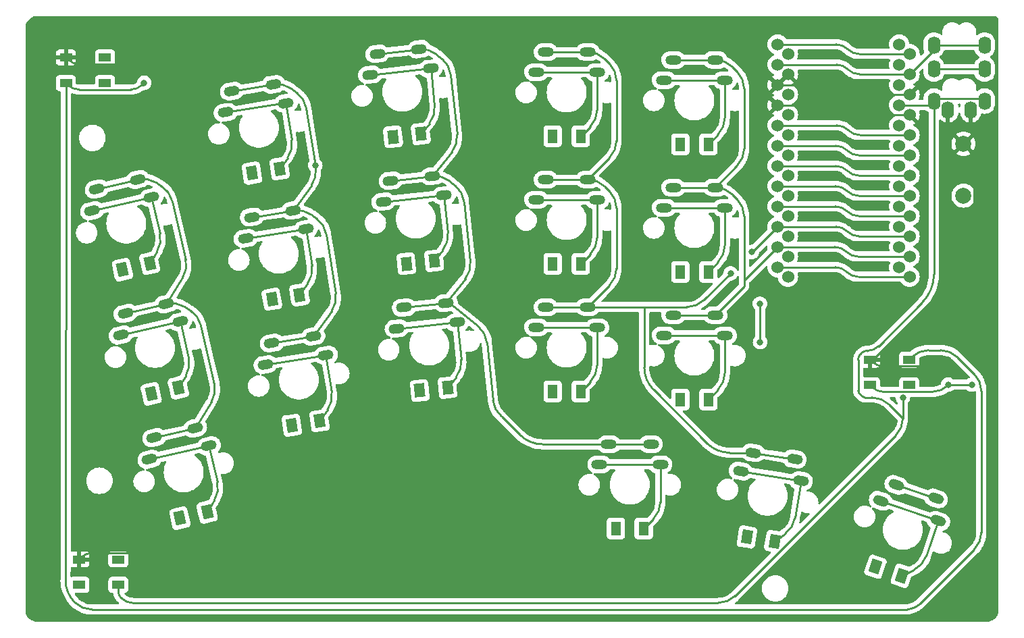
<source format=gbr>
%TF.GenerationSoftware,KiCad,Pcbnew,(5.99.0-11661-g1332208ab1)*%
%TF.CreationDate,2021-08-23T15:05:43-04:00*%
%TF.ProjectId,tapir36,74617069-7233-4362-9e6b-696361645f70,rev?*%
%TF.SameCoordinates,Original*%
%TF.FileFunction,Copper,L1,Top*%
%TF.FilePolarity,Positive*%
%FSLAX46Y46*%
G04 Gerber Fmt 4.6, Leading zero omitted, Abs format (unit mm)*
G04 Created by KiCad (PCBNEW (5.99.0-11661-g1332208ab1)) date 2021-08-23 15:05:43*
%MOMM*%
%LPD*%
G01*
G04 APERTURE LIST*
G04 Aperture macros list*
%AMHorizOval*
0 Thick line with rounded ends*
0 $1 width*
0 $2 $3 position (X,Y) of the first rounded end (center of the circle)*
0 $4 $5 position (X,Y) of the second rounded end (center of the circle)*
0 Add line between two ends*
20,1,$1,$2,$3,$4,$5,0*
0 Add two circle primitives to create the rounded ends*
1,1,$1,$2,$3*
1,1,$1,$4,$5*%
%AMRotRect*
0 Rectangle, with rotation*
0 The origin of the aperture is its center*
0 $1 length*
0 $2 width*
0 $3 Rotation angle, in degrees counterclockwise*
0 Add horizontal line*
21,1,$1,$2,0,0,$3*%
G04 Aperture macros list end*
%TA.AperFunction,ComponentPad*%
%ADD10HorizOval,1.200000X0.389748X0.089980X-0.389748X-0.089980X0*%
%TD*%
%TA.AperFunction,ComponentPad*%
%ADD11HorizOval,1.200000X-0.389748X-0.089980X0.389748X0.089980X0*%
%TD*%
%TA.AperFunction,ComponentPad*%
%ADD12HorizOval,1.200000X-0.395075X-0.062574X0.395075X0.062574X0*%
%TD*%
%TA.AperFunction,ComponentPad*%
%ADD13HorizOval,1.200000X0.395075X0.062574X-0.395075X-0.062574X0*%
%TD*%
%TA.AperFunction,ComponentPad*%
%ADD14HorizOval,1.200000X-0.397809X-0.041811X0.397809X0.041811X0*%
%TD*%
%TA.AperFunction,ComponentPad*%
%ADD15HorizOval,1.200000X0.397809X0.041811X-0.397809X-0.041811X0*%
%TD*%
%TA.AperFunction,ComponentPad*%
%ADD16O,2.000000X1.200000*%
%TD*%
%TA.AperFunction,ComponentPad*%
%ADD17O,1.600000X2.200000*%
%TD*%
%TA.AperFunction,ComponentPad*%
%ADD18C,1.524000*%
%TD*%
%TA.AperFunction,ComponentPad*%
%ADD19HorizOval,1.200000X0.395075X-0.062574X-0.395075X0.062574X0*%
%TD*%
%TA.AperFunction,ComponentPad*%
%ADD20HorizOval,1.200000X-0.395075X0.062574X0.395075X-0.062574X0*%
%TD*%
%TA.AperFunction,ComponentPad*%
%ADD21HorizOval,1.200000X-0.378207X0.130227X0.378207X-0.130227X0*%
%TD*%
%TA.AperFunction,ComponentPad*%
%ADD22HorizOval,1.200000X0.378207X-0.130227X-0.378207X0.130227X0*%
%TD*%
%TA.AperFunction,ComponentPad*%
%ADD23C,2.000000*%
%TD*%
%TA.AperFunction,SMDPad,CuDef*%
%ADD24R,1.500000X1.000000*%
%TD*%
%TA.AperFunction,ComponentPad*%
%ADD25RotRect,1.300000X1.700000X13.000000*%
%TD*%
%TA.AperFunction,ComponentPad*%
%ADD26RotRect,1.300000X1.700000X9.000000*%
%TD*%
%TA.AperFunction,ComponentPad*%
%ADD27RotRect,1.300000X1.700000X6.000000*%
%TD*%
%TA.AperFunction,ComponentPad*%
%ADD28R,1.300000X1.700000*%
%TD*%
%TA.AperFunction,ComponentPad*%
%ADD29RotRect,1.300000X1.700000X341.000000*%
%TD*%
%TA.AperFunction,ComponentPad*%
%ADD30RotRect,1.300000X1.700000X351.000000*%
%TD*%
%TA.AperFunction,ViaPad*%
%ADD31C,0.800000*%
%TD*%
%TA.AperFunction,Conductor*%
%ADD32C,0.250000*%
%TD*%
G04 APERTURE END LIST*
D10*
%TO.P,SW1,1,1*%
%TO.N,Net-(D1-Pad2)*%
X111364166Y-76942151D03*
D11*
X118812853Y-75243012D03*
D10*
%TO.P,SW1,2,2*%
%TO.N,col0*%
X117077478Y-73016316D03*
D11*
X111956790Y-74219046D03*
%TD*%
%TO.P,SW2,1,1*%
%TO.N,Net-(D2-Pad2)*%
X122412067Y-90832930D03*
D10*
X114963380Y-92532069D03*
D11*
%TO.P,SW2,2,2*%
%TO.N,col0*%
X115556004Y-89808964D03*
D10*
X120676692Y-88606234D03*
%TD*%
D11*
%TO.P,SW3,1,1*%
%TO.N,Net-(D3-Pad2)*%
X126011286Y-106422856D03*
D10*
X118562599Y-108121995D03*
%TO.P,SW3,2,2*%
%TO.N,col0*%
X124275911Y-104196160D03*
D11*
X119155223Y-105398890D03*
%TD*%
D12*
%TO.P,SW4,1,1*%
%TO.N,Net-(D4-Pad2)*%
X135663881Y-63432682D03*
D13*
X128114814Y-64608088D03*
D12*
%TO.P,SW4,2,2*%
%TO.N,col1*%
X128895948Y-61932956D03*
D13*
X134088060Y-61090357D03*
%TD*%
D12*
%TO.P,SW5,1,1*%
%TO.N,Net-(D5-Pad2)*%
X138166829Y-79235695D03*
D13*
X130617762Y-80411101D03*
%TO.P,SW5,2,2*%
%TO.N,col1*%
X136591008Y-76893370D03*
D12*
X131398896Y-77735969D03*
%TD*%
%TO.P,SW6,1,1*%
%TO.N,Net-(D6-Pad2)*%
X140669781Y-95038708D03*
D13*
X133120714Y-96214114D03*
%TO.P,SW6,2,2*%
%TO.N,col1*%
X139093960Y-92696383D03*
D12*
X133901848Y-93538982D03*
%TD*%
D14*
%TO.P,SW7,1,1*%
%TO.N,Net-(D7-Pad2)*%
X153804808Y-59106274D03*
D15*
X146204570Y-59884981D03*
D14*
%TO.P,SW7,2,2*%
%TO.N,col2*%
X147124640Y-57254397D03*
D15*
X152353734Y-56684687D03*
%TD*%
D14*
%TO.P,SW8,1,1*%
%TO.N,Net-(D8-Pad2)*%
X155477263Y-75018625D03*
D15*
X147877025Y-75797332D03*
D14*
%TO.P,SW8,2,2*%
%TO.N,col2*%
X148797095Y-73166748D03*
D15*
X154026189Y-72597038D03*
%TD*%
%TO.P,SW9,1,1*%
%TO.N,Net-(D9-Pad2)*%
X149549480Y-91709682D03*
D14*
X157149718Y-90930975D03*
D15*
%TO.P,SW9,2,2*%
%TO.N,col2*%
X155698644Y-88509388D03*
D14*
X150469550Y-89079098D03*
%TD*%
D16*
%TO.P,SW12,1,1*%
%TO.N,Net-(D12-Pad2)*%
X174682603Y-75579287D03*
X167042603Y-75559287D03*
%TO.P,SW12,2,2*%
%TO.N,col3*%
X168232603Y-73039287D03*
X173492603Y-73019287D03*
%TD*%
%TO.P,SW13,1,1*%
%TO.N,Net-(D13-Pad2)*%
X167042603Y-91559288D03*
X174682603Y-91579288D03*
%TO.P,SW13,2,2*%
%TO.N,col3*%
X173492603Y-89019288D03*
X168232603Y-89039288D03*
%TD*%
%TO.P,SW15,1,1*%
%TO.N,Net-(D15-Pad2)*%
X190682606Y-60579287D03*
X183042606Y-60559287D03*
%TO.P,SW15,2,2*%
%TO.N,col4*%
X184232606Y-58039287D03*
X189492606Y-58019287D03*
%TD*%
%TO.P,SW16,1,1*%
%TO.N,Net-(D16-Pad2)*%
X183042605Y-76559286D03*
X190682605Y-76579286D03*
%TO.P,SW16,2,2*%
%TO.N,col4*%
X189492605Y-74019286D03*
X184232605Y-74039286D03*
%TD*%
%TO.P,SW17,1,1*%
%TO.N,Net-(D17-Pad2)*%
X183042605Y-92559287D03*
X190682605Y-92579287D03*
%TO.P,SW17,2,2*%
%TO.N,col4*%
X184232605Y-90039287D03*
X189492605Y-90019287D03*
%TD*%
D17*
%TO.P,U1,1,SLEEVE*%
%TO.N,GND*%
X218645799Y-64276821D03*
X221495799Y-64276821D03*
%TO.P,U1,2,TIP*%
%TO.N,vcc*%
X216895799Y-63176821D03*
X223245799Y-63176821D03*
%TO.P,U1,3,RING1*%
%TO.N,tx0*%
X223245799Y-59176821D03*
X216895799Y-59176821D03*
%TO.P,U1,4,RING2*%
%TO.N,rx1*%
X223245799Y-56176821D03*
X216895799Y-56176821D03*
%TD*%
D18*
%TO.P,U2,1,TX0/PD3*%
%TO.N,tx0*%
X213833094Y-57279999D03*
X197294279Y-56084254D03*
%TO.P,U2,2,RX1/PD2*%
%TO.N,rx1*%
X197294279Y-58624254D03*
X213833094Y-59819999D03*
%TO.P,U2,3,GND*%
%TO.N,GND*%
X197294279Y-61164254D03*
X213833094Y-62359999D03*
%TO.P,U2,4,GND*%
X213833094Y-64899999D03*
X197294279Y-63704254D03*
%TO.P,U2,5,2/PD1*%
%TO.N,unconnected-(U2-Pad5)*%
X197294279Y-66244254D03*
X213833094Y-67439999D03*
%TO.P,U2,6,3/PD0*%
%TO.N,unconnected-(U2-Pad6)*%
X197294279Y-68784254D03*
X213833094Y-69979999D03*
%TO.P,U2,7,4/PD4*%
%TO.N,col0*%
X213833094Y-72519999D03*
X197294279Y-71324254D03*
%TO.P,U2,8,5/PC6*%
%TO.N,col1*%
X213833094Y-75059999D03*
X197294279Y-73864254D03*
%TO.P,U2,9,6/PD7*%
%TO.N,col2*%
X213833094Y-77599999D03*
X197294279Y-76404254D03*
%TO.P,U2,10,7/PE6*%
%TO.N,col3*%
X197294279Y-78944254D03*
X213833094Y-80139999D03*
%TO.P,U2,11,8/PB4*%
%TO.N,col4*%
X197294279Y-81484254D03*
X213833094Y-82679999D03*
%TO.P,U2,12,9/PB5*%
%TO.N,unconnected-(U2-Pad12)*%
X197294279Y-84024254D03*
X213833094Y-85219999D03*
%TO.P,U2,13,10/PB6*%
%TO.N,unconnected-(U2-Pad13)*%
X198593094Y-85219999D03*
X212534279Y-84024254D03*
%TO.P,U2,14,16/PB2*%
%TO.N,unconnected-(U2-Pad14)*%
X212534279Y-81484254D03*
X198593094Y-82679999D03*
%TO.P,U2,15,14/PB3*%
%TO.N,row3*%
X212534279Y-78944254D03*
X198593094Y-80139999D03*
%TO.P,U2,16,15/PB1*%
%TO.N,row2*%
X212534279Y-76404254D03*
X198593094Y-77599999D03*
%TO.P,U2,17,A0/PF7*%
%TO.N,row1*%
X212534279Y-73864254D03*
X198593094Y-75059999D03*
%TO.P,U2,18,A1/PF6*%
%TO.N,row0*%
X198593094Y-72519999D03*
X212534279Y-71324254D03*
%TO.P,U2,19,A2/PF5*%
%TO.N,unconnected-(U2-Pad19)*%
X198593094Y-69979999D03*
X212534279Y-68784254D03*
%TO.P,U2,20,A3/PF4*%
%TO.N,led*%
X212534279Y-66244254D03*
X198593094Y-67439999D03*
%TO.P,U2,21,VCC*%
%TO.N,vcc*%
X198593094Y-64899999D03*
X212534279Y-63704254D03*
%TO.P,U2,22,RST*%
%TO.N,unconnected-(U2-Pad22)*%
X212534279Y-61164254D03*
X198593094Y-62359999D03*
%TO.P,U2,23,GND*%
%TO.N,GND*%
X212534279Y-58624254D03*
X198593094Y-59819999D03*
%TO.P,U2,24,RAW*%
%TO.N,unconnected-(U2-Pad24)*%
X212534279Y-56084254D03*
X198593094Y-57279999D03*
%TD*%
D16*
%TO.P,SW11,1,1*%
%TO.N,Net-(D11-Pad2)*%
X174682605Y-59579287D03*
X167042605Y-59559287D03*
%TO.P,SW11,2,2*%
%TO.N,col3*%
X173492605Y-57019287D03*
X168232605Y-57039287D03*
%TD*%
D19*
%TO.P,SW14,1,1*%
%TO.N,Net-(D14-Pad2)*%
X192669401Y-109589795D03*
D20*
X200212211Y-110804708D03*
D19*
%TO.P,SW14,2,2*%
%TO.N,col3*%
X199437334Y-108090069D03*
D20*
X194238965Y-107286978D03*
%TD*%
D21*
%TO.P,SW18,1,1*%
%TO.N,Net-(D18-Pad2)*%
X217441101Y-115818316D03*
D22*
X210223850Y-113312065D03*
D21*
%TO.P,SW18,2,2*%
%TO.N,col4*%
X212169449Y-111316784D03*
D22*
X217149388Y-113010363D03*
%TD*%
D16*
%TO.P,SW10,1,1*%
%TO.N,Net-(D10-Pad2)*%
X174957254Y-108747018D03*
X182597254Y-108767018D03*
%TO.P,SW10,2,2*%
%TO.N,col2*%
X176147254Y-106227018D03*
X181407254Y-106207018D03*
%TD*%
D23*
%TO.P,RSW1,1*%
%TO.N,GND*%
X220600000Y-68550000D03*
%TO.P,RSW1,2*%
%TO.N,unconnected-(U2-Pad22)*%
X220600000Y-75050000D03*
%TD*%
D24*
%TO.P,D19,1,VDD*%
%TO.N,vcc*%
X213789569Y-98814958D03*
%TO.P,D19,2,DOUT*%
%TO.N,Net-(D19-Pad2)*%
X213789569Y-95614958D03*
%TO.P,D19,3,VSS*%
%TO.N,GND*%
X208889569Y-95614958D03*
%TO.P,D19,4,DIN*%
%TO.N,led*%
X208889569Y-98814958D03*
%TD*%
%TO.P,D20,1,VDD*%
%TO.N,vcc*%
X112989999Y-60914956D03*
%TO.P,D20,2,DOUT*%
%TO.N,Net-(D20-Pad2)*%
X112989999Y-57714956D03*
%TO.P,D20,3,VSS*%
%TO.N,GND*%
X108089999Y-57714956D03*
%TO.P,D20,4,DIN*%
%TO.N,Net-(D19-Pad2)*%
X108089999Y-60914956D03*
%TD*%
%TO.P,D21,1,VDD*%
%TO.N,vcc*%
X114670000Y-123860000D03*
%TO.P,D21,2,DOUT*%
%TO.N,unconnected-(D21-Pad2)*%
X114670000Y-120660000D03*
%TO.P,D21,3,VSS*%
%TO.N,GND*%
X109770000Y-120660000D03*
%TO.P,D21,4,DIN*%
%TO.N,Net-(D20-Pad2)*%
X109770000Y-123860000D03*
%TD*%
D25*
%TO.P,D1,1,K*%
%TO.N,row0*%
X115179976Y-84312685D03*
%TO.P,D1,2,A*%
%TO.N,Net-(D1-Pad2)*%
X118590272Y-83525357D03*
%TD*%
%TO.P,D2,1,K*%
%TO.N,row1*%
X118779192Y-99902606D03*
%TO.P,D2,2,A*%
%TO.N,Net-(D2-Pad2)*%
X122189488Y-99115278D03*
%TD*%
%TO.P,D3,1,K*%
%TO.N,row2*%
X122378407Y-115492525D03*
%TO.P,D3,2,A*%
%TO.N,Net-(D3-Pad2)*%
X125788703Y-114705197D03*
%TD*%
D26*
%TO.P,D4,1,K*%
%TO.N,row0*%
X131407181Y-72226844D03*
%TO.P,D4,2,A*%
%TO.N,Net-(D4-Pad2)*%
X134864091Y-71679324D03*
%TD*%
%TO.P,D5,1,K*%
%TO.N,row1*%
X133910135Y-88029860D03*
%TO.P,D5,2,A*%
%TO.N,Net-(D5-Pad2)*%
X137367045Y-87482340D03*
%TD*%
%TO.P,D6,1,K*%
%TO.N,row2*%
X136413084Y-103832874D03*
%TO.P,D6,2,A*%
%TO.N,Net-(D6-Pad2)*%
X139869994Y-103285354D03*
%TD*%
D27*
%TO.P,D7,1,K*%
%TO.N,row0*%
X149093694Y-67665610D03*
%TO.P,D7,2,A*%
%TO.N,Net-(D7-Pad2)*%
X152574520Y-67299760D03*
%TD*%
%TO.P,D8,1,K*%
%TO.N,row1*%
X150766150Y-83577959D03*
%TO.P,D8,2,A*%
%TO.N,Net-(D8-Pad2)*%
X154246976Y-83212109D03*
%TD*%
%TO.P,D9,1,K*%
%TO.N,row2*%
X152438605Y-99490309D03*
%TO.P,D9,2,A*%
%TO.N,Net-(D9-Pad2)*%
X155919431Y-99124459D03*
%TD*%
D28*
%TO.P,D11,1,K*%
%TO.N,row0*%
X169102606Y-67599286D03*
%TO.P,D11,2,A*%
%TO.N,Net-(D11-Pad2)*%
X172602606Y-67599286D03*
%TD*%
%TO.P,D12,1,K*%
%TO.N,row1*%
X169102604Y-83599285D03*
%TO.P,D12,2,A*%
%TO.N,Net-(D12-Pad2)*%
X172602604Y-83599285D03*
%TD*%
%TO.P,D13,1,K*%
%TO.N,row2*%
X169102604Y-99599285D03*
%TO.P,D13,2,A*%
%TO.N,Net-(D13-Pad2)*%
X172602604Y-99599285D03*
%TD*%
%TO.P,D16,1,K*%
%TO.N,row1*%
X185102604Y-84599285D03*
%TO.P,D16,2,A*%
%TO.N,Net-(D16-Pad2)*%
X188602604Y-84599285D03*
%TD*%
%TO.P,D17,1,K*%
%TO.N,row2*%
X185102604Y-100599287D03*
%TO.P,D17,2,A*%
%TO.N,Net-(D17-Pad2)*%
X188602604Y-100599287D03*
%TD*%
%TO.P,D15,1,K*%
%TO.N,row0*%
X185102605Y-68599286D03*
%TO.P,D15,2,A*%
%TO.N,Net-(D15-Pad2)*%
X188602605Y-68599286D03*
%TD*%
D29*
%TO.P,D18,1,K*%
%TO.N,row3*%
X209554047Y-121584704D03*
%TO.P,D18,2,A*%
%TO.N,Net-(D18-Pad2)*%
X212863363Y-122724192D03*
%TD*%
D30*
%TO.P,D14,1,K*%
%TO.N,row3*%
X193446304Y-117853062D03*
%TO.P,D14,2,A*%
%TO.N,Net-(D14-Pad2)*%
X196903214Y-118400582D03*
%TD*%
D28*
%TO.P,D10,1,K*%
%TO.N,row3*%
X177017254Y-116787017D03*
%TO.P,D10,2,A*%
%TO.N,Net-(D10-Pad2)*%
X180517254Y-116787017D03*
%TD*%
D31*
%TO.N,vcc*%
X113000000Y-60900000D03*
X114670000Y-123860000D03*
X213000000Y-100364959D03*
X213800000Y-98800000D03*
%TO.N,led*%
X221640000Y-98750000D03*
X218689569Y-98740000D03*
%TO.N,GND*%
X218689569Y-95614958D03*
X119570000Y-120660000D03*
X118000000Y-57700000D03*
%TO.N,Net-(D19-Pad2)*%
X117900000Y-60900000D03*
X213800000Y-95600000D03*
%TO.N,Net-(D20-Pad2)*%
X113000000Y-57700000D03*
X109730000Y-123860000D03*
%TO.N,unconnected-(D21-Pad2)*%
X114710000Y-120650000D03*
%TO.N,col1*%
X139346587Y-71246587D03*
%TO.N,col2*%
X195074990Y-88600000D03*
X195100000Y-93400000D03*
%TO.N,col3*%
X191400000Y-84800000D03*
X194100000Y-82100000D03*
%TD*%
D32*
%TO.N,vcc*%
X207906409Y-100249438D02*
X207546447Y-99889476D01*
X207692893Y-94912612D02*
X207812612Y-94792893D01*
X209953904Y-93914213D02*
X215431333Y-88436784D01*
X216368366Y-63704254D02*
X212534279Y-63704254D01*
X216895799Y-63176821D02*
X216368366Y-63704254D01*
X213000000Y-100364959D02*
X213000000Y-102971035D01*
X114962893Y-125452893D02*
X115044214Y-125534214D01*
X208088046Y-100324675D02*
X207906409Y-100249438D01*
X208280872Y-100363030D02*
X208088046Y-100324675D01*
X208519719Y-94500000D02*
X208539690Y-94500000D01*
X222921279Y-62852301D02*
X223245799Y-63176821D01*
X212121320Y-105092356D02*
X191972355Y-125241321D01*
X216895799Y-84901250D02*
X216895799Y-63176821D01*
X189851035Y-126120000D02*
X116458427Y-126120000D01*
X213000000Y-102971035D02*
X211270675Y-101241710D01*
X209149354Y-100363030D02*
X208280872Y-100363030D01*
X207400000Y-99535922D02*
X207400000Y-95619719D01*
X216895799Y-63176821D02*
X217220319Y-62852301D01*
X217220319Y-62852301D02*
X222921279Y-62852301D01*
X114670000Y-123860000D02*
X114670000Y-124745786D01*
X207400000Y-99535922D02*
G75*
G03*
X207546447Y-99889476I499997J-1D01*
G01*
X116458427Y-126119999D02*
G75*
G02*
X115044215Y-125534213I0J1999999D01*
G01*
X212121320Y-105092356D02*
G75*
G03*
X213000000Y-102971035I-2121325J2121323D01*
G01*
X207692893Y-94912612D02*
G75*
G03*
X207400000Y-95619719I707106J-707106D01*
G01*
X209953904Y-93914213D02*
G75*
G02*
X208539690Y-94500000I-1414214J1414213D01*
G01*
X208519719Y-94500001D02*
G75*
G03*
X207812613Y-94792894I-1J-999998D01*
G01*
X215431333Y-88436784D02*
G75*
G03*
X216895799Y-84901250I-3535532J3535533D01*
G01*
X114670001Y-124745786D02*
G75*
G03*
X114962894Y-125452892I999993J-3D01*
G01*
X191972355Y-125241321D02*
G75*
G02*
X189851035Y-126120000I-2121319J2121319D01*
G01*
X209149354Y-100363030D02*
G75*
G02*
X211270675Y-101241710I-2J-3000005D01*
G01*
%TO.N,Net-(D1-Pad2)*%
X119490563Y-82084586D02*
X118590271Y-83525357D01*
X111364167Y-76942149D02*
X118788868Y-75228022D01*
X118812854Y-75243010D02*
X119869529Y-79819978D01*
X118788868Y-75228022D02*
X118812854Y-75243010D01*
X119869529Y-79819978D02*
G75*
G02*
X119490563Y-82084586I-2923111J-674851D01*
G01*
%TO.N,led*%
X221640000Y-98750000D02*
X218699569Y-98750000D01*
X208889569Y-98814958D02*
X209128784Y-99054173D01*
X210542997Y-99639959D02*
X216697677Y-99639959D01*
X218699569Y-98750000D02*
X218689569Y-98740000D01*
X210542997Y-99639958D02*
G75*
G02*
X209128785Y-99054172I0J1999999D01*
G01*
X218689569Y-98814958D02*
G75*
G02*
X216697677Y-99639959I-1991890J1992119D01*
G01*
%TO.N,GND*%
X117745830Y-57954170D02*
X118000000Y-57700000D01*
X221045831Y-68995831D02*
X220600000Y-68550000D01*
X108089569Y-57714956D02*
X108328784Y-57954171D01*
X221924511Y-81632848D02*
X221924511Y-71117152D01*
X207559918Y-62359999D02*
X213833094Y-62359999D01*
X109770000Y-120660000D02*
X110008725Y-120421275D01*
X206121533Y-61750041D02*
X206145705Y-61774213D01*
X206090041Y-64290041D02*
X206114213Y-64314213D01*
X207528426Y-64899999D02*
X213833094Y-64899999D01*
X210542997Y-96439959D02*
X217036141Y-96439959D01*
X209185042Y-95614958D02*
X221045832Y-83754168D01*
X197294279Y-61164254D02*
X204707319Y-61164254D01*
X109742997Y-58539957D02*
X116331616Y-58539957D01*
X119331276Y-120421276D02*
X119570000Y-120660000D01*
X208889569Y-95614958D02*
X209128784Y-95854173D01*
X218450355Y-95854172D02*
X218689569Y-95614958D01*
X197294279Y-63704254D02*
X204675827Y-63704254D01*
X111422938Y-119835489D02*
X117917062Y-119835489D01*
X208889569Y-95614958D02*
X209185042Y-95614958D01*
X207559918Y-62359998D02*
G75*
G02*
X206145706Y-61774212I0J1999999D01*
G01*
X221045831Y-68995831D02*
G75*
G02*
X221924511Y-71117152I-2121325J-2121323D01*
G01*
X206121533Y-61750041D02*
G75*
G03*
X204707319Y-61164254I-1414214J-1414213D01*
G01*
X116331616Y-58539956D02*
G75*
G03*
X117745829Y-57954169I0J1999999D01*
G01*
X206114213Y-64314213D02*
G75*
G03*
X207528426Y-64899999I1414213J1414214D01*
G01*
X209128784Y-95854173D02*
G75*
G03*
X210542997Y-96439959I1414213J1414214D01*
G01*
X204675827Y-63704255D02*
G75*
G02*
X206090040Y-64290042I0J-1999999D01*
G01*
X117917062Y-119835490D02*
G75*
G02*
X119331275Y-120421277I0J-1999999D01*
G01*
X110008725Y-120421275D02*
G75*
G02*
X111422938Y-119835489I1414213J-1414214D01*
G01*
X218450355Y-95854172D02*
G75*
G02*
X217036141Y-96439959I-1414214J1414213D01*
G01*
X221045832Y-83754168D02*
G75*
G03*
X221924511Y-81632848I-2121319J2121319D01*
G01*
X108328784Y-57954171D02*
G75*
G03*
X109742997Y-58539957I1414213J1414214D01*
G01*
%TO.N,Net-(D2-Pad2)*%
X114963384Y-92532070D02*
X122388081Y-90817942D01*
X122412067Y-90832930D02*
X123468744Y-95409901D01*
X123089777Y-97674513D02*
X122189486Y-99115278D01*
X122388081Y-90817942D02*
X122412067Y-90832930D01*
X123089776Y-97674513D02*
G75*
G03*
X123468744Y-95409901I-2544145J1589760D01*
G01*
%TO.N,Net-(D3-Pad2)*%
X118562600Y-108121992D02*
X125987299Y-106407865D01*
X126011286Y-106422855D02*
X127067961Y-110999819D01*
X126688996Y-113264428D02*
X125788704Y-114705198D01*
X125987299Y-106407865D02*
X126011286Y-106422855D01*
X126688996Y-113264428D02*
G75*
G03*
X127067961Y-110999819I-2544141J1589755D01*
G01*
%TO.N,Net-(D4-Pad2)*%
X135862694Y-70304869D02*
X134864091Y-71679325D01*
X128114813Y-64608087D02*
X135640998Y-63416058D01*
X135663880Y-63432683D02*
X136398709Y-68072207D01*
X135640998Y-63416058D02*
X135663880Y-63432683D01*
X136398709Y-68072207D02*
G75*
G02*
X135862694Y-70304869I-2963063J-469305D01*
G01*
%TO.N,Net-(D5-Pad2)*%
X138166829Y-79235696D02*
X138901659Y-83875224D01*
X138365646Y-86107883D02*
X137367045Y-87482340D01*
X138143948Y-79219069D02*
X138166829Y-79235696D01*
X130617764Y-80411099D02*
X138143948Y-79219069D01*
X138901658Y-83875224D02*
G75*
G02*
X138365645Y-86107883I-2963067J-469304D01*
G01*
%TO.N,Net-(D6-Pad2)*%
X140868596Y-101910895D02*
X139869994Y-103285354D01*
X140646898Y-95022083D02*
X140669780Y-95038709D01*
X133120713Y-96214115D02*
X140646898Y-95022083D01*
X140669780Y-95038709D02*
X141404610Y-99678236D01*
X141404610Y-99678236D02*
G75*
G02*
X140868596Y-101910895I-2963075J-469301D01*
G01*
%TO.N,Net-(D7-Pad2)*%
X153782827Y-59088473D02*
X153804808Y-59106276D01*
X146204568Y-59884979D02*
X153782827Y-59088473D01*
X153643689Y-65979444D02*
X152574521Y-67299761D01*
X153804808Y-59106276D02*
X154295814Y-63777903D01*
X154295814Y-63777903D02*
G75*
G02*
X153643689Y-65979444I-2983563J-313584D01*
G01*
%TO.N,Net-(D8-Pad2)*%
X155477263Y-75018624D02*
X155968271Y-79690249D01*
X147877026Y-75797330D02*
X155455283Y-75000825D01*
X155316143Y-81891797D02*
X154246976Y-83212107D01*
X155455283Y-75000825D02*
X155477263Y-75018624D01*
X155316142Y-81891797D02*
G75*
G03*
X155968271Y-79690249I-2331434J1887961D01*
G01*
%TO.N,Net-(D9-Pad2)*%
X156988596Y-97804149D02*
X155919429Y-99124459D01*
X157149719Y-90930974D02*
X157640724Y-95602603D01*
X157127737Y-90913174D02*
X157149719Y-90930974D01*
X149549480Y-91709682D02*
X157127737Y-90913174D01*
X156988596Y-97804149D02*
G75*
G03*
X157640724Y-95602603I-2331442J1887963D01*
G01*
%TO.N,Net-(D10-Pad2)*%
X181718572Y-115585699D02*
X180517252Y-116787017D01*
X182597252Y-108767019D02*
X182597252Y-113464377D01*
X182577252Y-108747020D02*
X182597252Y-108767019D01*
X174957253Y-108747019D02*
X182577252Y-108747020D01*
X182597252Y-113464377D02*
G75*
G02*
X181718572Y-115585699I-2999998J-2D01*
G01*
%TO.N,Net-(D11-Pad2)*%
X174662604Y-59559287D02*
X174682604Y-59579285D01*
X174682604Y-59579285D02*
X174682603Y-64276649D01*
X173803925Y-66397967D02*
X172602606Y-67599288D01*
X167042605Y-59559285D02*
X174662604Y-59559287D01*
X173803925Y-66397967D02*
G75*
G03*
X174682603Y-64276649I-2121320J2121318D01*
G01*
%TO.N,Net-(D12-Pad2)*%
X174682605Y-75579289D02*
X174682606Y-80276645D01*
X174662606Y-75559287D02*
X174682605Y-75579289D01*
X173803927Y-82397966D02*
X172602605Y-83599288D01*
X167042604Y-75559286D02*
X174662606Y-75559287D01*
X174682606Y-80276645D02*
G75*
G02*
X173803927Y-82397966I-2999998J-2D01*
G01*
%TO.N,Net-(D13-Pad2)*%
X167042606Y-91559284D02*
X174662605Y-91559287D01*
X174682604Y-91579289D02*
X174682603Y-96276648D01*
X173803923Y-98397968D02*
X172602604Y-99599286D01*
X174662605Y-91559287D02*
X174682604Y-91579289D01*
X174682603Y-96276648D02*
G75*
G02*
X173803923Y-98397968I-3000005J3D01*
G01*
%TO.N,Net-(D14-Pad2)*%
X198277674Y-117401980D02*
X196903216Y-118400584D01*
X200212210Y-110804707D02*
X199477382Y-115444233D01*
X192669400Y-109589794D02*
X200195587Y-110781823D01*
X200195587Y-110781823D02*
X200212210Y-110804707D01*
X199477381Y-115444233D02*
G75*
G02*
X198277673Y-117401979I-2963062J469302D01*
G01*
%TO.N,Net-(D15-Pad2)*%
X190662603Y-60559288D02*
X190682605Y-60579290D01*
X189803925Y-67397967D02*
X188602607Y-68599285D01*
X190682605Y-60579290D02*
X190682605Y-65276646D01*
X183042606Y-60559286D02*
X190662603Y-60559288D01*
X190682604Y-65276646D02*
G75*
G02*
X189803924Y-67397966I-2999993J-3D01*
G01*
%TO.N,Net-(D16-Pad2)*%
X190682604Y-76579287D02*
X190682606Y-81276641D01*
X190662607Y-76559287D02*
X190682604Y-76579287D01*
X189803925Y-83397966D02*
X188602603Y-84599285D01*
X183042605Y-76559287D02*
X190662607Y-76559287D01*
X189803925Y-83397966D02*
G75*
G03*
X190682606Y-81276641I-2121329J2121326D01*
G01*
%TO.N,Net-(D17-Pad2)*%
X189803925Y-99397966D02*
X188602605Y-100599287D01*
X190682603Y-92579288D02*
X190682603Y-97276647D01*
X183042605Y-92559286D02*
X190662606Y-92559287D01*
X190662606Y-92559287D02*
X190682603Y-92579288D01*
X190682603Y-97276647D02*
G75*
G02*
X189803925Y-99397966I-3000003J1D01*
G01*
%TO.N,Net-(D18-Pad2)*%
X214390346Y-121979435D02*
X212863362Y-122724193D01*
X210223848Y-113312063D02*
X217428702Y-115792894D01*
X217428702Y-115792894D02*
X217441100Y-115818314D01*
X217441100Y-115818314D02*
X215911790Y-120259755D01*
X215911789Y-120259755D02*
G75*
G02*
X214390346Y-121979434I-2836557J976704D01*
G01*
%TO.N,Net-(D19-Pad2)*%
X108089569Y-60914956D02*
X108328784Y-61154171D01*
X222830000Y-117281647D02*
X222830000Y-99542641D01*
X111367491Y-126947829D02*
X213333072Y-126947829D01*
X213995931Y-126835205D02*
X214313745Y-126723997D01*
X221951320Y-97421320D02*
X219838679Y-95308679D01*
X214313745Y-126723997D02*
X214617109Y-126577905D01*
X215165458Y-126188830D02*
X221951321Y-119402967D01*
X117645830Y-61154170D02*
X117900000Y-60900000D01*
X109742997Y-61739957D02*
X116231616Y-61739957D01*
X214095847Y-95308680D02*
X213789569Y-95614958D01*
X214617109Y-126577905D02*
X214902209Y-126398765D01*
X108089999Y-60914956D02*
X108040000Y-123283589D01*
X214902209Y-126398765D02*
X215165458Y-126188830D01*
X213333072Y-126947829D02*
X213667664Y-126910130D01*
X217717359Y-94430000D02*
X216217168Y-94430000D01*
X213667664Y-126910130D02*
X213995931Y-126835205D01*
X109182974Y-126042974D02*
G75*
G02*
X108040000Y-123283589I2759386J2759384D01*
G01*
X109742997Y-61739956D02*
G75*
G02*
X108328785Y-61154170I0J1999999D01*
G01*
X221951320Y-97421320D02*
G75*
G02*
X222830000Y-99542641I-2121325J-2121323D01*
G01*
X111367491Y-126947829D02*
G75*
G02*
X109182974Y-126042974I-3J3089370D01*
G01*
X117645830Y-61154170D02*
G75*
G02*
X116231616Y-61739957I-1414214J1414213D01*
G01*
X219838679Y-95308679D02*
G75*
G03*
X217717359Y-94430000I-2121319J-2121319D01*
G01*
X214095847Y-95308680D02*
G75*
G02*
X216217168Y-94430000I2121323J-2121325D01*
G01*
X221951321Y-119402967D02*
G75*
G03*
X222830000Y-117281647I-2121319J2121319D01*
G01*
%TO.N,col0*%
X124260922Y-104220144D02*
X124275912Y-104196157D01*
X120676692Y-88606235D02*
X120683861Y-88604580D01*
X119155224Y-105398889D02*
X124260922Y-104220144D01*
X122948474Y-88983545D02*
X123665238Y-89431429D01*
X120661704Y-88630219D02*
X120676693Y-88606234D01*
X126319067Y-100926427D02*
X124275911Y-104196159D01*
X119349259Y-73393626D02*
X120066023Y-73841510D01*
X121399377Y-75710802D02*
X123098817Y-83071886D01*
X115556004Y-89808964D02*
X120661704Y-88630219D01*
X206010041Y-71910041D02*
X206034213Y-71934213D01*
X117062491Y-73040299D02*
X117077477Y-73016316D01*
X124998591Y-91300720D02*
X126698033Y-98661816D01*
X207448426Y-72519999D02*
X213833094Y-72519999D01*
X122719851Y-85336497D02*
X120676692Y-88606235D01*
X111956790Y-74219045D02*
X117062491Y-73040299D01*
X197294279Y-71324254D02*
X204595827Y-71324254D01*
X117077477Y-73016316D02*
X117084649Y-73014660D01*
X122948474Y-88983546D02*
G75*
G03*
X120683861Y-88604581I-1589756J-2544137D01*
G01*
X119349259Y-73393626D02*
G75*
G03*
X117084649Y-73014660I-1589756J-2544135D01*
G01*
X121399376Y-75710802D02*
G75*
G03*
X120066023Y-73841511I-2923119J-674860D01*
G01*
X126319067Y-100926427D02*
G75*
G03*
X126698033Y-98661816I-2544139J1589757D01*
G01*
X123665238Y-89431430D02*
G75*
G02*
X124998590Y-91300720I-1589756J-2544143D01*
G01*
X207448426Y-72519998D02*
G75*
G02*
X206034214Y-71934212I0J1999999D01*
G01*
X206010041Y-71910041D02*
G75*
G03*
X204595827Y-71324254I-1414214J-1414213D01*
G01*
X123098817Y-83071886D02*
G75*
G02*
X122719851Y-85336497I-2923105J-674854D01*
G01*
%TO.N,col1*%
X197294279Y-73864254D02*
X204571573Y-73864254D01*
X140714421Y-79882771D02*
X141896239Y-87344477D01*
X139077334Y-92719264D02*
X139093961Y-92696382D01*
X136574385Y-76916252D02*
X136591010Y-76893370D01*
X128895947Y-61932956D02*
X134071432Y-61113239D01*
X207424172Y-75059999D02*
X213833094Y-75059999D01*
X205985787Y-74450041D02*
X206009959Y-74474213D01*
X138830938Y-77428233D02*
X139514711Y-77925023D01*
X134071432Y-61113239D02*
X134088061Y-61090357D01*
X131398898Y-77735970D02*
X136574385Y-76916252D01*
X138211472Y-64079758D02*
X139346587Y-71246587D01*
X139346587Y-71246587D02*
X139393290Y-71541461D01*
X138857277Y-73774120D02*
X136591009Y-76893370D01*
X136327988Y-61625220D02*
X137011762Y-62122011D01*
X133901849Y-93538983D02*
X139077334Y-92719264D01*
X141360225Y-89577136D02*
X139093960Y-92696382D01*
X136591009Y-76893370D02*
X136598276Y-76892219D01*
X134088060Y-61090357D02*
X134095329Y-61089206D01*
X141360225Y-89577136D02*
G75*
G03*
X141896239Y-87344477I-2427049J1763355D01*
G01*
X136327988Y-61625220D02*
G75*
G03*
X134095329Y-61089206I-1763355J-2427049D01*
G01*
X140714420Y-79882771D02*
G75*
G03*
X139514711Y-77925023I-2963064J-469303D01*
G01*
X206009959Y-74474213D02*
G75*
G03*
X207424172Y-75059999I1414213J1414214D01*
G01*
X136598276Y-76892220D02*
G75*
G02*
X138830937Y-77428234I469305J-2963068D01*
G01*
X137011762Y-62122011D02*
G75*
G02*
X138211472Y-64079758I-1763356J-2427052D01*
G01*
X204571573Y-73864255D02*
G75*
G02*
X205985786Y-74450042I0J-1999999D01*
G01*
X139393289Y-71541461D02*
G75*
G02*
X138857277Y-73774120I-2963055J-469307D01*
G01*
%TO.N,col2*%
X156315042Y-59885793D02*
X157104726Y-67399126D01*
X154026189Y-72597037D02*
X154033510Y-72596268D01*
X156235052Y-73248395D02*
X156891892Y-73780293D01*
X150469550Y-89079098D02*
X155680845Y-88531368D01*
X162709438Y-102754745D02*
X165010138Y-105055445D01*
X148797094Y-73166747D02*
X154008390Y-72619019D01*
X181387253Y-106227020D02*
X181407254Y-106207020D01*
X176147253Y-106227020D02*
X181387253Y-106227020D01*
X195100000Y-88625010D02*
X195074990Y-88600000D01*
X156257403Y-88597911D02*
X159751878Y-91427682D01*
X155698643Y-88509385D02*
X155890482Y-88489223D01*
X167838565Y-106227018D02*
X176147254Y-106227018D01*
X152353734Y-56684686D02*
X152361053Y-56683917D01*
X156452598Y-69600672D02*
X154026189Y-72597037D01*
X160847482Y-93445535D02*
X161613834Y-100736892D01*
X207424172Y-77599999D02*
X213833094Y-77599999D01*
X155680845Y-88531368D02*
X155698643Y-88509384D01*
X197294279Y-76404254D02*
X204571573Y-76404254D01*
X152335933Y-56706667D02*
X152353734Y-56684687D01*
X158125052Y-85513022D02*
X155698643Y-88509385D01*
X154008390Y-72619019D02*
X154026190Y-72597039D01*
X154562600Y-57336044D02*
X155219438Y-57867941D01*
X147124639Y-57254396D02*
X152335933Y-56706667D01*
X195100000Y-93400000D02*
X195100000Y-88625010D01*
X157987498Y-75798146D02*
X158777181Y-83311475D01*
X205985787Y-76990041D02*
X206009959Y-77014213D01*
X205985787Y-76990041D02*
G75*
G03*
X204571573Y-76404254I-1414214J-1414213D01*
G01*
X154562600Y-57336044D02*
G75*
G03*
X152361053Y-56683917I-1887961J-2331440D01*
G01*
X167838565Y-106227018D02*
G75*
G02*
X165010138Y-105055445I0J3999999D01*
G01*
X157987497Y-75798146D02*
G75*
G03*
X156891891Y-73780294I-2983567J-313588D01*
G01*
X155219438Y-57867941D02*
G75*
G02*
X156315042Y-59885793I-1887963J-2331438D01*
G01*
X207424172Y-77599998D02*
G75*
G02*
X206009960Y-77014212I0J1999999D01*
G01*
X157104726Y-67399126D02*
G75*
G02*
X156452598Y-69600672I-2983570J-313583D01*
G01*
X158777180Y-83311475D02*
G75*
G02*
X158125051Y-85513021I-2983565J-313585D01*
G01*
X154033510Y-72596268D02*
G75*
G02*
X156235052Y-73248395I313582J-2983566D01*
G01*
X161613834Y-100736892D02*
G75*
G03*
X162709438Y-102754745I2983566J313585D01*
G01*
X160847482Y-93445535D02*
G75*
G03*
X159751878Y-91427682I-2983566J-313585D01*
G01*
X155890482Y-88489224D02*
G75*
G02*
X156257402Y-88597912I52260J-497263D01*
G01*
%TO.N,col3*%
X177097606Y-76616929D02*
X177097605Y-84171646D01*
X206030041Y-79530041D02*
X206054213Y-79554213D01*
X173492604Y-57019287D02*
X173499965Y-57019287D01*
X175621282Y-73897965D02*
X176218925Y-74495607D01*
X180580712Y-89019288D02*
X185938071Y-89019288D01*
X191298127Y-107286978D02*
X194238965Y-107286978D01*
X177097606Y-60616930D02*
X177097607Y-68171643D01*
X173492603Y-89019288D02*
X180580712Y-89019288D01*
X194100000Y-82100000D02*
X194138533Y-82100000D01*
X181752285Y-99397990D02*
X188469700Y-106115405D01*
X168232603Y-57039287D02*
X173472602Y-57039286D01*
X176218925Y-86292967D02*
X173492603Y-89019287D01*
X194138533Y-82100000D02*
X197294279Y-78944254D01*
X173472607Y-73039288D02*
X173492606Y-73019286D01*
X173472602Y-57039286D02*
X173492602Y-57019286D01*
X199414451Y-108106694D02*
X199437335Y-108090068D01*
X175621282Y-57897966D02*
X176218925Y-58495608D01*
X168232607Y-73039288D02*
X173472607Y-73039288D01*
X173492604Y-73019287D02*
X173499963Y-73019287D01*
X197294279Y-78944254D02*
X204615827Y-78944254D01*
X207468426Y-80139999D02*
X213833094Y-80139999D01*
X173472602Y-89039285D02*
X173492602Y-89019287D01*
X188059392Y-88140608D02*
X191400000Y-84800000D01*
X176218927Y-70292964D02*
X173492604Y-73019287D01*
X194238964Y-107286977D02*
X199414451Y-108106694D01*
X180580712Y-89019288D02*
X180580712Y-96569563D01*
X168232605Y-89039288D02*
X173472602Y-89039285D01*
X177097606Y-60616930D02*
G75*
G03*
X176218925Y-58495608I-3000005J-2D01*
G01*
X191298127Y-107286978D02*
G75*
G02*
X188469700Y-106115405I0J3999999D01*
G01*
X188059392Y-88140608D02*
G75*
G02*
X185938071Y-89019288I-2121323J2121325D01*
G01*
X206054213Y-79554213D02*
G75*
G03*
X207468426Y-80139999I1414213J1414214D01*
G01*
X180580712Y-96569563D02*
G75*
G03*
X181752285Y-99397990I3999999J0D01*
G01*
X173499963Y-73019287D02*
G75*
G02*
X175621282Y-73897965I-1J-3000003D01*
G01*
X177097606Y-76616929D02*
G75*
G03*
X176218925Y-74495607I-3000005J-2D01*
G01*
X206030041Y-79530041D02*
G75*
G03*
X204615827Y-78944254I-1414214J-1414213D01*
G01*
X173499965Y-57019287D02*
G75*
G02*
X175621282Y-57897966I-5J-3000005D01*
G01*
X176218925Y-86292967D02*
G75*
G03*
X177097605Y-84171646I-2121325J2121323D01*
G01*
X176218927Y-70292964D02*
G75*
G03*
X177097607Y-68171643I-2121325J2121323D01*
G01*
%TO.N,col4*%
X189472608Y-74039286D02*
X189492607Y-74019284D01*
X212169449Y-111316783D02*
X217123965Y-113022762D01*
X189472603Y-58039286D02*
X189492604Y-58019290D01*
X197294279Y-81484254D02*
X204487319Y-81484254D01*
X191621286Y-58897968D02*
X192218927Y-59495609D01*
X184232604Y-90039288D02*
X189472604Y-90039288D01*
X207339918Y-82679999D02*
X213833094Y-82679999D01*
X189492605Y-58019288D02*
X189499960Y-58019288D01*
X184232605Y-74039288D02*
X189472608Y-74039286D01*
X191621285Y-74897966D02*
X192218927Y-75495608D01*
X192218926Y-71292965D02*
X189492606Y-74019286D01*
X205901533Y-82070041D02*
X205925705Y-82094213D01*
X193097606Y-77616928D02*
X193097606Y-85597606D01*
X193097606Y-86414286D02*
X189492605Y-90019286D01*
X189472604Y-90039288D02*
X189492605Y-90019288D01*
X193097606Y-85597606D02*
X193097606Y-86414286D01*
X197294279Y-81484254D02*
X193180927Y-85597606D01*
X189492606Y-74019286D02*
X189499966Y-74019286D01*
X193097606Y-61616929D02*
X193097605Y-69171645D01*
X184232603Y-58039286D02*
X189472603Y-58039286D01*
X217123965Y-113022762D02*
X217149388Y-113010361D01*
X193180927Y-85597606D02*
X193097606Y-85597606D01*
X191621285Y-74897966D02*
G75*
G03*
X189499966Y-74019286I-2121321J-2121320D01*
G01*
X193097606Y-77616928D02*
G75*
G03*
X192218927Y-75495608I-2999998J1D01*
G01*
X204487319Y-81484255D02*
G75*
G02*
X205901532Y-82070042I0J-1999999D01*
G01*
X193097606Y-61616929D02*
G75*
G03*
X192218927Y-59495609I-2999998J1D01*
G01*
X193097605Y-69171645D02*
G75*
G02*
X192218926Y-71292965I-2999998J-1D01*
G01*
X207339918Y-82679998D02*
G75*
G02*
X205925706Y-82094212I0J1999999D01*
G01*
X189499960Y-58019289D02*
G75*
G02*
X191621285Y-58897969I7J-2999995D01*
G01*
%TO.N,unconnected-(U2-Pad5)*%
X206141533Y-66830041D02*
X206165705Y-66854213D01*
X197294279Y-66244254D02*
X204727319Y-66244254D01*
X207579918Y-67439999D02*
X213833094Y-67439999D01*
X206141533Y-66830041D02*
G75*
G03*
X204727319Y-66244254I-1414214J-1414213D01*
G01*
X206165705Y-66854213D02*
G75*
G03*
X207579918Y-67439999I1414213J1414214D01*
G01*
%TO.N,unconnected-(U2-Pad6)*%
X197294279Y-68784254D02*
X204587319Y-68784254D01*
X207439918Y-69979999D02*
X213833094Y-69979999D01*
X206001533Y-69370041D02*
X206025705Y-69394213D01*
X206025705Y-69394213D02*
G75*
G03*
X207439918Y-69979999I1414213J1414214D01*
G01*
X204587319Y-68784255D02*
G75*
G02*
X206001532Y-69370042I0J-1999999D01*
G01*
%TO.N,unconnected-(U2-Pad12)*%
X207399918Y-85219999D02*
X213833094Y-85219999D01*
X197294279Y-84024254D02*
X204547319Y-84024254D01*
X205961533Y-84610041D02*
X205985705Y-84634213D01*
X205961533Y-84610041D02*
G75*
G03*
X204547319Y-84024254I-1414214J-1414213D01*
G01*
X207399918Y-85219998D02*
G75*
G02*
X205985706Y-84634212I0J1999999D01*
G01*
%TO.N,tx0*%
X216895812Y-59176820D02*
X223245798Y-59176821D01*
X207508426Y-57279999D02*
X213833094Y-57279999D01*
X197294279Y-56084254D02*
X204655827Y-56084254D01*
X206070041Y-56670041D02*
X206094213Y-56694213D01*
X206070041Y-56670041D02*
G75*
G03*
X204655827Y-56084254I-1414214J-1414213D01*
G01*
X207508426Y-57279998D02*
G75*
G02*
X206094214Y-56694212I0J1999999D01*
G01*
%TO.N,rx1*%
X206110041Y-59210041D02*
X206134213Y-59234213D01*
X216895799Y-56757294D02*
X213833094Y-59819999D01*
X197294279Y-58624254D02*
X204695827Y-58624254D01*
X216895799Y-56176819D02*
X223245799Y-56176821D01*
X207548426Y-59819999D02*
X213833094Y-59819999D01*
X204695827Y-58624255D02*
G75*
G02*
X206110040Y-59210042I0J-1999999D01*
G01*
X206134213Y-59234213D02*
G75*
G03*
X207548426Y-59819999I1414213J1414214D01*
G01*
%TD*%
%TA.AperFunction,Conductor*%
%TO.N,GND*%
G36*
X224470057Y-52509500D02*
G01*
X224484858Y-52511805D01*
X224484862Y-52511805D01*
X224493731Y-52513186D01*
X224502633Y-52512022D01*
X224502637Y-52512022D01*
X224502733Y-52512009D01*
X224533170Y-52511738D01*
X224595375Y-52518746D01*
X224622882Y-52525024D01*
X224700071Y-52552034D01*
X224725491Y-52564276D01*
X224794738Y-52607787D01*
X224816797Y-52625379D01*
X224874621Y-52683203D01*
X224892213Y-52705262D01*
X224935724Y-52774509D01*
X224947966Y-52799930D01*
X224974975Y-52877117D01*
X224981254Y-52904624D01*
X224987522Y-52960251D01*
X224988305Y-52975897D01*
X224988196Y-52984855D01*
X224986814Y-52993729D01*
X224989274Y-53012540D01*
X224990936Y-53025250D01*
X224992000Y-53041588D01*
X224992000Y-126950672D01*
X224990500Y-126970056D01*
X224986814Y-126993730D01*
X224987978Y-127002632D01*
X224987978Y-127002634D01*
X224988805Y-127008959D01*
X224989548Y-127034282D01*
X224980780Y-127156883D01*
X224977457Y-127203343D01*
X224974899Y-127221137D01*
X224944660Y-127360146D01*
X224933480Y-127411538D01*
X224928414Y-127428788D01*
X224860318Y-127611358D01*
X224852851Y-127627710D01*
X224759469Y-127798729D01*
X224749752Y-127813848D01*
X224692016Y-127890975D01*
X224632977Y-127969842D01*
X224621204Y-127983428D01*
X224483428Y-128121204D01*
X224469841Y-128132977D01*
X224313848Y-128249752D01*
X224298734Y-128259466D01*
X224193020Y-128317190D01*
X224127710Y-128352851D01*
X224111358Y-128360318D01*
X223928788Y-128428414D01*
X223911540Y-128433479D01*
X223748022Y-128469051D01*
X223721137Y-128474899D01*
X223703342Y-128477457D01*
X223654443Y-128480954D01*
X223541369Y-128489041D01*
X223523467Y-128488297D01*
X223515142Y-128488195D01*
X223506270Y-128486814D01*
X223497368Y-128487978D01*
X223497365Y-128487978D01*
X223474749Y-128490936D01*
X223458411Y-128492000D01*
X104549328Y-128492000D01*
X104529943Y-128490500D01*
X104529661Y-128490456D01*
X104527117Y-128490060D01*
X104515141Y-128488195D01*
X104515139Y-128488195D01*
X104506270Y-128486814D01*
X104497368Y-128487978D01*
X104497366Y-128487978D01*
X104491041Y-128488805D01*
X104465718Y-128489548D01*
X104296657Y-128477457D01*
X104278863Y-128474899D01*
X104251978Y-128469051D01*
X104088460Y-128433479D01*
X104071212Y-128428414D01*
X103888642Y-128360318D01*
X103872290Y-128352851D01*
X103806980Y-128317190D01*
X103701266Y-128259466D01*
X103686152Y-128249752D01*
X103530159Y-128132977D01*
X103516572Y-128121204D01*
X103378796Y-127983428D01*
X103367023Y-127969842D01*
X103307984Y-127890975D01*
X103250248Y-127813848D01*
X103240531Y-127798729D01*
X103147149Y-127627710D01*
X103139682Y-127611358D01*
X103071586Y-127428788D01*
X103066520Y-127411538D01*
X103055341Y-127360146D01*
X103025101Y-127221137D01*
X103022543Y-127203342D01*
X103010959Y-127041371D01*
X103011703Y-127023467D01*
X103011805Y-127015142D01*
X103013186Y-127006270D01*
X103011547Y-126993730D01*
X103009064Y-126974749D01*
X103008000Y-126958411D01*
X103008000Y-60366822D01*
X106831499Y-60366822D01*
X106831499Y-61463090D01*
X106838254Y-61525272D01*
X106889384Y-61661661D01*
X106976738Y-61778217D01*
X107093294Y-61865571D01*
X107229683Y-61916701D01*
X107291865Y-61923456D01*
X107329589Y-61923456D01*
X107397710Y-61943458D01*
X107444203Y-61997114D01*
X107455589Y-62049557D01*
X107434330Y-88567655D01*
X107406543Y-123229392D01*
X107405286Y-123247045D01*
X107403838Y-123257217D01*
X107401987Y-123270225D01*
X107401847Y-123283589D01*
X107402342Y-123287683D01*
X107402379Y-123288354D01*
X107402447Y-123289729D01*
X107403698Y-123318379D01*
X107418951Y-123667724D01*
X107419456Y-123679292D01*
X107434126Y-123790723D01*
X107466911Y-124039751D01*
X107471154Y-124071983D01*
X107471751Y-124074678D01*
X107471752Y-124074681D01*
X107539817Y-124381698D01*
X107556882Y-124458674D01*
X107557707Y-124461291D01*
X107557709Y-124461298D01*
X107667313Y-124808917D01*
X107675985Y-124836422D01*
X107827558Y-125202352D01*
X108010447Y-125553679D01*
X108223261Y-125887730D01*
X108224927Y-125889901D01*
X108224929Y-125889904D01*
X108444853Y-126176514D01*
X108464379Y-126201961D01*
X108713461Y-126473787D01*
X108717180Y-126478268D01*
X108717215Y-126478238D01*
X108719906Y-126481372D01*
X108722381Y-126484668D01*
X108731732Y-126494216D01*
X108739253Y-126500113D01*
X108746630Y-126506369D01*
X108972194Y-126713061D01*
X108974366Y-126714728D01*
X108974370Y-126714731D01*
X109041309Y-126766095D01*
X109230104Y-126910962D01*
X109504281Y-127085632D01*
X109792638Y-127235741D01*
X110092981Y-127360146D01*
X110095601Y-127360972D01*
X110095609Y-127360975D01*
X110400393Y-127457073D01*
X110400398Y-127457074D01*
X110403023Y-127457902D01*
X110720405Y-127528264D01*
X110723124Y-127528622D01*
X110723130Y-127528623D01*
X110838354Y-127543792D01*
X111042713Y-127570696D01*
X111332273Y-127583339D01*
X111344514Y-127584474D01*
X111354128Y-127585842D01*
X111361171Y-127585916D01*
X111363372Y-127585939D01*
X111363374Y-127585939D01*
X111367492Y-127585982D01*
X111371582Y-127585487D01*
X111371583Y-127585487D01*
X111379945Y-127584475D01*
X111398399Y-127582242D01*
X111413534Y-127581329D01*
X213280157Y-127581329D01*
X213297631Y-127582547D01*
X213316618Y-127585206D01*
X213316619Y-127585206D01*
X213324474Y-127586306D01*
X213365165Y-127581721D01*
X213369640Y-127581329D01*
X213372928Y-127581329D01*
X213407446Y-127576968D01*
X213409007Y-127576781D01*
X213686014Y-127545571D01*
X213703503Y-127544825D01*
X213714846Y-127545131D01*
X213722686Y-127545342D01*
X213722688Y-127545342D01*
X213730608Y-127545555D01*
X213738331Y-127543792D01*
X213738334Y-127543792D01*
X213770523Y-127536445D01*
X213774939Y-127535551D01*
X213778198Y-127535184D01*
X213782040Y-127534253D01*
X213782043Y-127534252D01*
X213811930Y-127527006D01*
X213813563Y-127526621D01*
X214085315Y-127464596D01*
X214102611Y-127461896D01*
X214129624Y-127459587D01*
X214168273Y-127446063D01*
X214172544Y-127444686D01*
X214175755Y-127443953D01*
X214208423Y-127432026D01*
X214209998Y-127431463D01*
X214241772Y-127420345D01*
X214413810Y-127360146D01*
X214473022Y-127339427D01*
X214489916Y-127334805D01*
X214493084Y-127334171D01*
X214516505Y-127329485D01*
X214523645Y-127326047D01*
X214523650Y-127326045D01*
X214553404Y-127311716D01*
X214557494Y-127309869D01*
X214560596Y-127308783D01*
X214564142Y-127307016D01*
X214564152Y-127307012D01*
X214591634Y-127293318D01*
X214593086Y-127292606D01*
X214844300Y-127171626D01*
X214860563Y-127165146D01*
X214886388Y-127156883D01*
X214921058Y-127135099D01*
X214924919Y-127132803D01*
X214927882Y-127131376D01*
X214931207Y-127129223D01*
X214931219Y-127129217D01*
X214957062Y-127112489D01*
X214958492Y-127111577D01*
X215194444Y-126963319D01*
X215209881Y-126955056D01*
X215234621Y-126943952D01*
X215240824Y-126939005D01*
X215240826Y-126939004D01*
X215266626Y-126918429D01*
X215270217Y-126915707D01*
X215272998Y-126913960D01*
X215299842Y-126891955D01*
X215301160Y-126890889D01*
X215519067Y-126717113D01*
X215533482Y-126707174D01*
X215556820Y-126693372D01*
X215585751Y-126664441D01*
X215589029Y-126661320D01*
X215591601Y-126659269D01*
X215615886Y-126634321D01*
X215617078Y-126633114D01*
X222361088Y-119889104D01*
X222374531Y-119877438D01*
X222389715Y-119866038D01*
X222389718Y-119866035D01*
X222393015Y-119863560D01*
X222402563Y-119854209D01*
X222404554Y-119851669D01*
X222405046Y-119851364D01*
X222404898Y-119851230D01*
X222572112Y-119666738D01*
X222642121Y-119589495D01*
X222660798Y-119564313D01*
X222852946Y-119305231D01*
X222854789Y-119302746D01*
X222856372Y-119300106D01*
X222856378Y-119300096D01*
X223036743Y-118999173D01*
X223038326Y-118996532D01*
X223073876Y-118921368D01*
X223189645Y-118676596D01*
X223189649Y-118676587D01*
X223190965Y-118673804D01*
X223279780Y-118425582D01*
X223310196Y-118340576D01*
X223310199Y-118340567D01*
X223311236Y-118337668D01*
X223317008Y-118314627D01*
X223397231Y-117994356D01*
X223397981Y-117991362D01*
X223450365Y-117638222D01*
X223453389Y-117576677D01*
X223465394Y-117332276D01*
X223466525Y-117309269D01*
X223467173Y-117302485D01*
X223467430Y-117299105D01*
X223468013Y-117295011D01*
X223468153Y-117281647D01*
X223464413Y-117250740D01*
X223463500Y-117235605D01*
X223463500Y-99596636D01*
X223464757Y-99578882D01*
X223467432Y-99560086D01*
X223468013Y-99556005D01*
X223468153Y-99542641D01*
X223467762Y-99539412D01*
X223467892Y-99538861D01*
X223467697Y-99538871D01*
X223450516Y-99189156D01*
X223450516Y-99189152D01*
X223450364Y-99186066D01*
X223397981Y-98832925D01*
X223311236Y-98486619D01*
X223190964Y-98150484D01*
X223157845Y-98080460D01*
X223039641Y-97830537D01*
X223039639Y-97830533D01*
X223038325Y-97827755D01*
X222991252Y-97749218D01*
X222856377Y-97524192D01*
X222856371Y-97524183D01*
X222854788Y-97521542D01*
X222769537Y-97406594D01*
X222643967Y-97237283D01*
X222643964Y-97237279D01*
X222642120Y-97234793D01*
X222420938Y-96990755D01*
X222416571Y-96985466D01*
X222414388Y-96982923D01*
X222411913Y-96979627D01*
X222409037Y-96976690D01*
X222409032Y-96976684D01*
X222405452Y-96973028D01*
X222405448Y-96973025D01*
X222402563Y-96970078D01*
X222399319Y-96967535D01*
X222399313Y-96967529D01*
X222378057Y-96950863D01*
X222366708Y-96940804D01*
X220324813Y-94898908D01*
X220313147Y-94885465D01*
X220301750Y-94870285D01*
X220301747Y-94870282D01*
X220299272Y-94866985D01*
X220289921Y-94857437D01*
X220287381Y-94855446D01*
X220287076Y-94854954D01*
X220286942Y-94855102D01*
X220180774Y-94758877D01*
X220025207Y-94617879D01*
X220021822Y-94615368D01*
X219740943Y-94407054D01*
X219738458Y-94405211D01*
X219735809Y-94403623D01*
X219735808Y-94403622D01*
X219434885Y-94223257D01*
X219434886Y-94223257D01*
X219432244Y-94221674D01*
X219429462Y-94220358D01*
X219112308Y-94070355D01*
X219112299Y-94070351D01*
X219109516Y-94069035D01*
X218881934Y-93987605D01*
X218776288Y-93949804D01*
X218776279Y-93949801D01*
X218773380Y-93948764D01*
X218770384Y-93948014D01*
X218770379Y-93948012D01*
X218472761Y-93873463D01*
X218427074Y-93862019D01*
X218073934Y-93809635D01*
X218070850Y-93809484D01*
X218070845Y-93809483D01*
X217931577Y-93802642D01*
X217744981Y-93793475D01*
X217738197Y-93792827D01*
X217734817Y-93792570D01*
X217730723Y-93791987D01*
X217723316Y-93791909D01*
X217721479Y-93791890D01*
X217721477Y-93791890D01*
X217717359Y-93791847D01*
X217713269Y-93792342D01*
X217713268Y-93792342D01*
X217711401Y-93792568D01*
X217686452Y-93795587D01*
X217671317Y-93796500D01*
X216271163Y-93796500D01*
X216253409Y-93795243D01*
X216230532Y-93791987D01*
X216224035Y-93791919D01*
X216221295Y-93791890D01*
X216221291Y-93791890D01*
X216217168Y-93791847D01*
X216213939Y-93792238D01*
X216213388Y-93792108D01*
X216213398Y-93792303D01*
X215863683Y-93809484D01*
X215863679Y-93809484D01*
X215860593Y-93809636D01*
X215507452Y-93862019D01*
X215161146Y-93948764D01*
X214825011Y-94069036D01*
X214822222Y-94070355D01*
X214822220Y-94070356D01*
X214505067Y-94220358D01*
X214502282Y-94221675D01*
X214499643Y-94223257D01*
X214499641Y-94223258D01*
X214198719Y-94403623D01*
X214198710Y-94403629D01*
X214196069Y-94405212D01*
X214193585Y-94407054D01*
X214193584Y-94407055D01*
X213958154Y-94581662D01*
X213891524Y-94606176D01*
X213883096Y-94606458D01*
X212991435Y-94606458D01*
X212929253Y-94613213D01*
X212792864Y-94664343D01*
X212676308Y-94751697D01*
X212588954Y-94868253D01*
X212537824Y-95004642D01*
X212531069Y-95066824D01*
X212531069Y-96163092D01*
X212537824Y-96225274D01*
X212588954Y-96361663D01*
X212676308Y-96478219D01*
X212792864Y-96565573D01*
X212929253Y-96616703D01*
X212991435Y-96623458D01*
X214587703Y-96623458D01*
X214649885Y-96616703D01*
X214786274Y-96565573D01*
X214902830Y-96478219D01*
X214990184Y-96361663D01*
X215041314Y-96225274D01*
X215048069Y-96163092D01*
X215048069Y-95450837D01*
X215068071Y-95382716D01*
X215113119Y-95340560D01*
X215184192Y-95301279D01*
X215196915Y-95295152D01*
X215429031Y-95199007D01*
X215442366Y-95194341D01*
X215454477Y-95190852D01*
X215637396Y-95138153D01*
X215683766Y-95124794D01*
X215697542Y-95121649D01*
X215854821Y-95094926D01*
X215945233Y-95079564D01*
X215959265Y-95077983D01*
X216176104Y-95065806D01*
X216199615Y-95066687D01*
X216200124Y-95066754D01*
X216202954Y-95067127D01*
X216202958Y-95067127D01*
X216210485Y-95068118D01*
X216245421Y-95064261D01*
X216259248Y-95063500D01*
X217667341Y-95063500D01*
X217683787Y-95064578D01*
X217703145Y-95067127D01*
X217703149Y-95067127D01*
X217710676Y-95068118D01*
X217725473Y-95066484D01*
X217730232Y-95065959D01*
X217751124Y-95065396D01*
X217786364Y-95067375D01*
X217975262Y-95077983D01*
X217989294Y-95079564D01*
X218079706Y-95094926D01*
X218236979Y-95121648D01*
X218250754Y-95124792D01*
X218492166Y-95194342D01*
X218505503Y-95199009D01*
X218610559Y-95242524D01*
X218737610Y-95295150D01*
X218750335Y-95301278D01*
X218833804Y-95347410D01*
X218970217Y-95422803D01*
X218982181Y-95430320D01*
X219187078Y-95575702D01*
X219198124Y-95584512D01*
X219360057Y-95729223D01*
X219376060Y-95746471D01*
X219382736Y-95755171D01*
X219388664Y-95759920D01*
X219410174Y-95777153D01*
X219420488Y-95786392D01*
X221337119Y-97703023D01*
X221371145Y-97765335D01*
X221366080Y-97836150D01*
X221323533Y-97892986D01*
X221299272Y-97907225D01*
X221189281Y-97956195D01*
X221189274Y-97956199D01*
X221183248Y-97958882D01*
X221177907Y-97962762D01*
X221177906Y-97962763D01*
X221108114Y-98013470D01*
X221028747Y-98071134D01*
X221024332Y-98076037D01*
X221019420Y-98080460D01*
X221018295Y-98079211D01*
X220964986Y-98112051D01*
X220931800Y-98116500D01*
X219406773Y-98116500D01*
X219338652Y-98096498D01*
X219313137Y-98074811D01*
X219305237Y-98066037D01*
X219305235Y-98066036D01*
X219300822Y-98061134D01*
X219230280Y-98009882D01*
X219151663Y-97952763D01*
X219151662Y-97952762D01*
X219146321Y-97948882D01*
X219140293Y-97946198D01*
X219140291Y-97946197D01*
X218977888Y-97873891D01*
X218977887Y-97873891D01*
X218971857Y-97871206D01*
X218855042Y-97846376D01*
X218791513Y-97832872D01*
X218791508Y-97832872D01*
X218785056Y-97831500D01*
X218594082Y-97831500D01*
X218587630Y-97832872D01*
X218587625Y-97832872D01*
X218524096Y-97846376D01*
X218407281Y-97871206D01*
X218401251Y-97873891D01*
X218401250Y-97873891D01*
X218238847Y-97946197D01*
X218238845Y-97946198D01*
X218232817Y-97948882D01*
X218227476Y-97952762D01*
X218227475Y-97952763D01*
X218208411Y-97966614D01*
X218078316Y-98061134D01*
X218073895Y-98066044D01*
X218073894Y-98066045D01*
X217967367Y-98184356D01*
X217950529Y-98203056D01*
X217855042Y-98368444D01*
X217796027Y-98550072D01*
X217785561Y-98649658D01*
X217785405Y-98651141D01*
X217758392Y-98716798D01*
X217721043Y-98748248D01*
X217651232Y-98786828D01*
X217638520Y-98792949D01*
X217425361Y-98881235D01*
X217412048Y-98885894D01*
X217190339Y-98949762D01*
X217176573Y-98952903D01*
X217087678Y-98968006D01*
X216949117Y-98991547D01*
X216935092Y-98993127D01*
X216738742Y-99004153D01*
X216715240Y-99003273D01*
X216704360Y-99001841D01*
X216669424Y-99005698D01*
X216655597Y-99006459D01*
X215174069Y-99006459D01*
X215105948Y-98986457D01*
X215059455Y-98932801D01*
X215048069Y-98880459D01*
X215048069Y-98266824D01*
X215041314Y-98204642D01*
X214990184Y-98068253D01*
X214902830Y-97951697D01*
X214786274Y-97864343D01*
X214649885Y-97813213D01*
X214587703Y-97806458D01*
X212991435Y-97806458D01*
X212929253Y-97813213D01*
X212792864Y-97864343D01*
X212676308Y-97951697D01*
X212588954Y-98068253D01*
X212537824Y-98204642D01*
X212531069Y-98266824D01*
X212531069Y-98880459D01*
X212511067Y-98948580D01*
X212457411Y-98995073D01*
X212405069Y-99006459D01*
X210593015Y-99006459D01*
X210576569Y-99005381D01*
X210557211Y-99002832D01*
X210557207Y-99002832D01*
X210549680Y-99001841D01*
X210540704Y-99002832D01*
X210531959Y-99003797D01*
X210509893Y-99004288D01*
X210372875Y-98995307D01*
X210356536Y-98993156D01*
X210249489Y-98971864D01*
X210186579Y-98938957D01*
X210151446Y-98877263D01*
X210148069Y-98848285D01*
X210148069Y-98266824D01*
X210141314Y-98204642D01*
X210090184Y-98068253D01*
X210002830Y-97951697D01*
X209886274Y-97864343D01*
X209749885Y-97813213D01*
X209687703Y-97806458D01*
X208159500Y-97806458D01*
X208091379Y-97786456D01*
X208044886Y-97732800D01*
X208033500Y-97680458D01*
X208033500Y-96748958D01*
X208053502Y-96680837D01*
X208107158Y-96634344D01*
X208159500Y-96622958D01*
X208617454Y-96622958D01*
X208632693Y-96618483D01*
X208633898Y-96617093D01*
X208635569Y-96609410D01*
X208635569Y-95882506D01*
X209143569Y-95882506D01*
X209143569Y-96604842D01*
X209148044Y-96620081D01*
X209149434Y-96621286D01*
X209157117Y-96622957D01*
X209684238Y-96622957D01*
X209691059Y-96622587D01*
X209741921Y-96617063D01*
X209757173Y-96613437D01*
X209877623Y-96568282D01*
X209893218Y-96559744D01*
X209995293Y-96483243D01*
X210007854Y-96470682D01*
X210084355Y-96368607D01*
X210092893Y-96353012D01*
X210138047Y-96232564D01*
X210141674Y-96217309D01*
X210147200Y-96166444D01*
X210147569Y-96159630D01*
X210147569Y-95887073D01*
X210143094Y-95871834D01*
X210141704Y-95870629D01*
X210134021Y-95868958D01*
X209161684Y-95868958D01*
X209146445Y-95873433D01*
X209145240Y-95874823D01*
X209143569Y-95882506D01*
X208635569Y-95882506D01*
X208635569Y-95486958D01*
X208655571Y-95418837D01*
X208709227Y-95372344D01*
X208761569Y-95360958D01*
X210129453Y-95360958D01*
X210144692Y-95356483D01*
X210145897Y-95355093D01*
X210147568Y-95347410D01*
X210147568Y-95070289D01*
X210147198Y-95063468D01*
X210141674Y-95012606D01*
X210138048Y-94997354D01*
X210092893Y-94876904D01*
X210084355Y-94861310D01*
X210050242Y-94815792D01*
X210025395Y-94749286D01*
X210040448Y-94679903D01*
X210078156Y-94637467D01*
X210098302Y-94623173D01*
X210184239Y-94562197D01*
X210343742Y-94419656D01*
X210344693Y-94420721D01*
X210345805Y-94419294D01*
X210345266Y-94418755D01*
X210347087Y-94416934D01*
X210349205Y-94414931D01*
X210349607Y-94414415D01*
X210352035Y-94412246D01*
X210352092Y-94412201D01*
X210352222Y-94412078D01*
X210381156Y-94386221D01*
X210389456Y-94379417D01*
X210395598Y-94374806D01*
X210405146Y-94365455D01*
X210424358Y-94340953D01*
X210434417Y-94329604D01*
X215841103Y-88922918D01*
X215854545Y-88911253D01*
X215869730Y-88899852D01*
X215869733Y-88899850D01*
X215873026Y-88897377D01*
X215882575Y-88888026D01*
X215883940Y-88886285D01*
X215885305Y-88885439D01*
X215884898Y-88885063D01*
X216181170Y-88564559D01*
X216181175Y-88564553D01*
X216182852Y-88562739D01*
X216192386Y-88550646D01*
X216368189Y-88327639D01*
X216456913Y-88215093D01*
X216492285Y-88162156D01*
X216558501Y-88063056D01*
X216702854Y-87847017D01*
X216919158Y-87460779D01*
X216920188Y-87458544D01*
X216920195Y-87458531D01*
X217103459Y-87061000D01*
X217103461Y-87060996D01*
X217104491Y-87058761D01*
X217257710Y-86643441D01*
X217268557Y-86604982D01*
X217377199Y-86219767D01*
X217377202Y-86219755D01*
X217377872Y-86217379D01*
X217381931Y-86196976D01*
X217450214Y-85853690D01*
X217464235Y-85783204D01*
X217490011Y-85565423D01*
X217515976Y-85346044D01*
X217515977Y-85346033D01*
X217516266Y-85343590D01*
X217532604Y-84927758D01*
X217533051Y-84922827D01*
X217532917Y-84922817D01*
X217533230Y-84918700D01*
X217533812Y-84914614D01*
X217533952Y-84901250D01*
X217530212Y-84870343D01*
X217529299Y-84855208D01*
X217529299Y-75050000D01*
X219086835Y-75050000D01*
X219105465Y-75286711D01*
X219106619Y-75291518D01*
X219106620Y-75291524D01*
X219129194Y-75385549D01*
X219160895Y-75517594D01*
X219162788Y-75522165D01*
X219162789Y-75522167D01*
X219248247Y-75728481D01*
X219251760Y-75736963D01*
X219254346Y-75741183D01*
X219373241Y-75935202D01*
X219373245Y-75935208D01*
X219375824Y-75939416D01*
X219482284Y-76064064D01*
X219525621Y-76114805D01*
X219530031Y-76119969D01*
X219710584Y-76274176D01*
X219714792Y-76276755D01*
X219714798Y-76276759D01*
X219908817Y-76395654D01*
X219913037Y-76398240D01*
X219917607Y-76400133D01*
X219917611Y-76400135D01*
X220127833Y-76487211D01*
X220132406Y-76489105D01*
X220199880Y-76505304D01*
X220358476Y-76543380D01*
X220358482Y-76543381D01*
X220363289Y-76544535D01*
X220600000Y-76563165D01*
X220836711Y-76544535D01*
X220841518Y-76543381D01*
X220841524Y-76543380D01*
X221000120Y-76505304D01*
X221067594Y-76489105D01*
X221072167Y-76487211D01*
X221282389Y-76400135D01*
X221282393Y-76400133D01*
X221286963Y-76398240D01*
X221291183Y-76395654D01*
X221485202Y-76276759D01*
X221485208Y-76276755D01*
X221489416Y-76274176D01*
X221669969Y-76119969D01*
X221674380Y-76114805D01*
X221717716Y-76064064D01*
X221824176Y-75939416D01*
X221826755Y-75935208D01*
X221826759Y-75935202D01*
X221945654Y-75741183D01*
X221948240Y-75736963D01*
X221951754Y-75728481D01*
X222037211Y-75522167D01*
X222037212Y-75522165D01*
X222039105Y-75517594D01*
X222070806Y-75385549D01*
X222093380Y-75291524D01*
X222093381Y-75291518D01*
X222094535Y-75286711D01*
X222113165Y-75050000D01*
X222094535Y-74813289D01*
X222091191Y-74799358D01*
X222049555Y-74625933D01*
X222039105Y-74582406D01*
X222035454Y-74573592D01*
X221950135Y-74367611D01*
X221950133Y-74367607D01*
X221948240Y-74363037D01*
X221922894Y-74321676D01*
X221826759Y-74164798D01*
X221826755Y-74164792D01*
X221824176Y-74160584D01*
X221669969Y-73980031D01*
X221489416Y-73825824D01*
X221485208Y-73823245D01*
X221485202Y-73823241D01*
X221291183Y-73704346D01*
X221286963Y-73701760D01*
X221282393Y-73699867D01*
X221282389Y-73699865D01*
X221072167Y-73612789D01*
X221072165Y-73612788D01*
X221067594Y-73610895D01*
X220950520Y-73582788D01*
X220841524Y-73556620D01*
X220841518Y-73556619D01*
X220836711Y-73555465D01*
X220600000Y-73536835D01*
X220363289Y-73555465D01*
X220358482Y-73556619D01*
X220358476Y-73556620D01*
X220249480Y-73582788D01*
X220132406Y-73610895D01*
X220127835Y-73612788D01*
X220127833Y-73612789D01*
X219917611Y-73699865D01*
X219917607Y-73699867D01*
X219913037Y-73701760D01*
X219908817Y-73704346D01*
X219714798Y-73823241D01*
X219714792Y-73823245D01*
X219710584Y-73825824D01*
X219530031Y-73980031D01*
X219375824Y-74160584D01*
X219373245Y-74164792D01*
X219373241Y-74164798D01*
X219277106Y-74321676D01*
X219251760Y-74363037D01*
X219249867Y-74367607D01*
X219249865Y-74367611D01*
X219164546Y-74573592D01*
X219160895Y-74582406D01*
X219150445Y-74625933D01*
X219108810Y-74799358D01*
X219105465Y-74813289D01*
X219086835Y-75050000D01*
X217529299Y-75050000D01*
X217529299Y-69782670D01*
X219732160Y-69782670D01*
X219737887Y-69790320D01*
X219909042Y-69895205D01*
X219917837Y-69899687D01*
X220127988Y-69986734D01*
X220137373Y-69989783D01*
X220358554Y-70042885D01*
X220368301Y-70044428D01*
X220595070Y-70062275D01*
X220604930Y-70062275D01*
X220831699Y-70044428D01*
X220841446Y-70042885D01*
X221062627Y-69989783D01*
X221072012Y-69986734D01*
X221282163Y-69899687D01*
X221290958Y-69895205D01*
X221458445Y-69792568D01*
X221467907Y-69782110D01*
X221464124Y-69773334D01*
X220612812Y-68922022D01*
X220598868Y-68914408D01*
X220597035Y-68914539D01*
X220590420Y-68918790D01*
X219738920Y-69770290D01*
X219732160Y-69782670D01*
X217529299Y-69782670D01*
X217529299Y-68545070D01*
X219087725Y-68545070D01*
X219087725Y-68554930D01*
X219105572Y-68781699D01*
X219107115Y-68791446D01*
X219160217Y-69012627D01*
X219163266Y-69022012D01*
X219250313Y-69232163D01*
X219254795Y-69240958D01*
X219357432Y-69408445D01*
X219367890Y-69417907D01*
X219376666Y-69414124D01*
X220227978Y-68562812D01*
X220234356Y-68551132D01*
X220964408Y-68551132D01*
X220964539Y-68552965D01*
X220968790Y-68559580D01*
X221820290Y-69411080D01*
X221832670Y-69417840D01*
X221840320Y-69412113D01*
X221945205Y-69240958D01*
X221949687Y-69232163D01*
X222036734Y-69022012D01*
X222039783Y-69012627D01*
X222092885Y-68791446D01*
X222094428Y-68781699D01*
X222112275Y-68554930D01*
X222112275Y-68545070D01*
X222094428Y-68318301D01*
X222092885Y-68308554D01*
X222039783Y-68087373D01*
X222036734Y-68077988D01*
X221949687Y-67867837D01*
X221945205Y-67859042D01*
X221842568Y-67691555D01*
X221832110Y-67682093D01*
X221823334Y-67685876D01*
X220972022Y-68537188D01*
X220964408Y-68551132D01*
X220234356Y-68551132D01*
X220235592Y-68548868D01*
X220235461Y-68547035D01*
X220231210Y-68540420D01*
X219379710Y-67688920D01*
X219367330Y-67682160D01*
X219359680Y-67687887D01*
X219254795Y-67859042D01*
X219250313Y-67867837D01*
X219163266Y-68077988D01*
X219160217Y-68087373D01*
X219107115Y-68308554D01*
X219105572Y-68318301D01*
X219087725Y-68545070D01*
X217529299Y-68545070D01*
X217529299Y-67317890D01*
X219732093Y-67317890D01*
X219735876Y-67326666D01*
X220587188Y-68177978D01*
X220601132Y-68185592D01*
X220602965Y-68185461D01*
X220609580Y-68181210D01*
X221461080Y-67329710D01*
X221467840Y-67317330D01*
X221462113Y-67309680D01*
X221290958Y-67204795D01*
X221282163Y-67200313D01*
X221072012Y-67113266D01*
X221062627Y-67110217D01*
X220841446Y-67057115D01*
X220831699Y-67055572D01*
X220604930Y-67037725D01*
X220595070Y-67037725D01*
X220368301Y-67055572D01*
X220358554Y-67057115D01*
X220137373Y-67110217D01*
X220127988Y-67113266D01*
X219917837Y-67200313D01*
X219909042Y-67204795D01*
X219741555Y-67307432D01*
X219732093Y-67317890D01*
X217529299Y-67317890D01*
X217529299Y-65614302D01*
X217549301Y-65546181D01*
X217602957Y-65499688D01*
X217673231Y-65489584D01*
X217737811Y-65519078D01*
X217744394Y-65525207D01*
X217797924Y-65578737D01*
X217806332Y-65585793D01*
X217984792Y-65710752D01*
X217994288Y-65716235D01*
X218191746Y-65808311D01*
X218202038Y-65812057D01*
X218374302Y-65858215D01*
X218388398Y-65857879D01*
X218391799Y-65849937D01*
X218391799Y-64148821D01*
X218411801Y-64080700D01*
X218465457Y-64034207D01*
X218517799Y-64022821D01*
X218773799Y-64022821D01*
X218841920Y-64042823D01*
X218888413Y-64096479D01*
X218899799Y-64148821D01*
X218899799Y-65844788D01*
X218903772Y-65858319D01*
X218912321Y-65859548D01*
X219089560Y-65812057D01*
X219099852Y-65808311D01*
X219297310Y-65716235D01*
X219306806Y-65710752D01*
X219485266Y-65585793D01*
X219493674Y-65578737D01*
X219647715Y-65424696D01*
X219654771Y-65416288D01*
X219779730Y-65237828D01*
X219785213Y-65228332D01*
X219877289Y-65030874D01*
X219881035Y-65020582D01*
X219937424Y-64810133D01*
X219939327Y-64799341D01*
X219945278Y-64731323D01*
X219971141Y-64665204D01*
X220028645Y-64623565D01*
X220099532Y-64619624D01*
X220161297Y-64654633D01*
X220194329Y-64717477D01*
X220196320Y-64731323D01*
X220202271Y-64799341D01*
X220204174Y-64810133D01*
X220260563Y-65020582D01*
X220264309Y-65030874D01*
X220356385Y-65228332D01*
X220361868Y-65237828D01*
X220486827Y-65416288D01*
X220493883Y-65424696D01*
X220647924Y-65578737D01*
X220656332Y-65585793D01*
X220834792Y-65710752D01*
X220844288Y-65716235D01*
X221041746Y-65808311D01*
X221052038Y-65812057D01*
X221224302Y-65858215D01*
X221238398Y-65857879D01*
X221241799Y-65849937D01*
X221241799Y-64148821D01*
X221261801Y-64080700D01*
X221315457Y-64034207D01*
X221367799Y-64022821D01*
X221623799Y-64022821D01*
X221691920Y-64042823D01*
X221738413Y-64096479D01*
X221749799Y-64148821D01*
X221749799Y-65844788D01*
X221753772Y-65858319D01*
X221762321Y-65859548D01*
X221939560Y-65812057D01*
X221949852Y-65808311D01*
X222147310Y-65716235D01*
X222156806Y-65710752D01*
X222335266Y-65585793D01*
X222343674Y-65578737D01*
X222497715Y-65424696D01*
X222504771Y-65416288D01*
X222629730Y-65237828D01*
X222635213Y-65228332D01*
X222727289Y-65030874D01*
X222731035Y-65020582D01*
X222780182Y-64837163D01*
X222817134Y-64776540D01*
X222880995Y-64745519D01*
X222934499Y-64748067D01*
X223017712Y-64770364D01*
X223245799Y-64790319D01*
X223473886Y-64770364D01*
X223479199Y-64768940D01*
X223479201Y-64768940D01*
X223689732Y-64712528D01*
X223689734Y-64712527D01*
X223695042Y-64711105D01*
X223752333Y-64684390D01*
X223897561Y-64616670D01*
X223897566Y-64616667D01*
X223902548Y-64614344D01*
X224037965Y-64519524D01*
X224085588Y-64486178D01*
X224085591Y-64486176D01*
X224090099Y-64483019D01*
X224251997Y-64321121D01*
X224263056Y-64305328D01*
X224331985Y-64206886D01*
X224383322Y-64133570D01*
X224385645Y-64128588D01*
X224385648Y-64128583D01*
X224477760Y-63931046D01*
X224477760Y-63931045D01*
X224480083Y-63926064D01*
X224487333Y-63899009D01*
X224537918Y-63710223D01*
X224537918Y-63710221D01*
X224539342Y-63704908D01*
X224550723Y-63574820D01*
X224554061Y-63536672D01*
X224554061Y-63536665D01*
X224554299Y-63533948D01*
X224554299Y-62819694D01*
X224553891Y-62815022D01*
X224547089Y-62737286D01*
X224539342Y-62648734D01*
X224522717Y-62586690D01*
X224481506Y-62432888D01*
X224481505Y-62432886D01*
X224480083Y-62427578D01*
X224477760Y-62422596D01*
X224385648Y-62225059D01*
X224385645Y-62225054D01*
X224383322Y-62220072D01*
X224282672Y-62076329D01*
X224255156Y-62037032D01*
X224255154Y-62037029D01*
X224251997Y-62032521D01*
X224090099Y-61870623D01*
X224085591Y-61867466D01*
X224085588Y-61867464D01*
X223993712Y-61803132D01*
X223902548Y-61739298D01*
X223897566Y-61736975D01*
X223897561Y-61736972D01*
X223700024Y-61644860D01*
X223700023Y-61644860D01*
X223695042Y-61642537D01*
X223689734Y-61641115D01*
X223689732Y-61641114D01*
X223479201Y-61584702D01*
X223479199Y-61584702D01*
X223473886Y-61583278D01*
X223245799Y-61563323D01*
X223017712Y-61583278D01*
X223012399Y-61584702D01*
X223012397Y-61584702D01*
X222801866Y-61641114D01*
X222801864Y-61641115D01*
X222796556Y-61642537D01*
X222791575Y-61644860D01*
X222791574Y-61644860D01*
X222594037Y-61736972D01*
X222594032Y-61736975D01*
X222589050Y-61739298D01*
X222497886Y-61803132D01*
X222406011Y-61867464D01*
X222401499Y-61870623D01*
X222398668Y-61873454D01*
X222334054Y-61901736D01*
X222263949Y-61890523D01*
X222211035Y-61843187D01*
X222192113Y-61774758D01*
X222192576Y-61765770D01*
X222208627Y-61582296D01*
X222209106Y-61576821D01*
X222189914Y-61357450D01*
X222132919Y-61144745D01*
X222084219Y-61040307D01*
X222042181Y-60950155D01*
X222042178Y-60950150D01*
X222039855Y-60945168D01*
X222036698Y-60940659D01*
X221916707Y-60769294D01*
X221916705Y-60769291D01*
X221913548Y-60764783D01*
X221757837Y-60609072D01*
X221748529Y-60602554D01*
X221640024Y-60526578D01*
X221577453Y-60482765D01*
X221377875Y-60389701D01*
X221165170Y-60332706D01*
X220945799Y-60313514D01*
X220726428Y-60332706D01*
X220513723Y-60389701D01*
X220420507Y-60433168D01*
X220319133Y-60480439D01*
X220319128Y-60480442D01*
X220314146Y-60482765D01*
X220143524Y-60602236D01*
X220143070Y-60602554D01*
X220075796Y-60625242D01*
X220006935Y-60607957D01*
X219998528Y-60602554D01*
X219998074Y-60602236D01*
X219827453Y-60482765D01*
X219627875Y-60389701D01*
X219415170Y-60332706D01*
X219195799Y-60313514D01*
X218976428Y-60332706D01*
X218763723Y-60389701D01*
X218670507Y-60433168D01*
X218569133Y-60480439D01*
X218569128Y-60480442D01*
X218564146Y-60482765D01*
X218559639Y-60485921D01*
X218559637Y-60485922D01*
X218388272Y-60605913D01*
X218388269Y-60605915D01*
X218383761Y-60609072D01*
X218228050Y-60764783D01*
X218224893Y-60769291D01*
X218224891Y-60769294D01*
X218104900Y-60940659D01*
X218101743Y-60945168D01*
X218099420Y-60950150D01*
X218099417Y-60950155D01*
X218057379Y-61040307D01*
X218008679Y-61144745D01*
X217951684Y-61357450D01*
X217932492Y-61576821D01*
X217932971Y-61582296D01*
X217949022Y-61765770D01*
X217935032Y-61835375D01*
X217885633Y-61886367D01*
X217816507Y-61902557D01*
X217749601Y-61878804D01*
X217743592Y-61874116D01*
X217740099Y-61870623D01*
X217735588Y-61867464D01*
X217643712Y-61803132D01*
X217552548Y-61739298D01*
X217547566Y-61736975D01*
X217547561Y-61736972D01*
X217350024Y-61644860D01*
X217350023Y-61644860D01*
X217345042Y-61642537D01*
X217339734Y-61641115D01*
X217339732Y-61641114D01*
X217129201Y-61584702D01*
X217129199Y-61584702D01*
X217123886Y-61583278D01*
X216895799Y-61563323D01*
X216667712Y-61583278D01*
X216662399Y-61584702D01*
X216662397Y-61584702D01*
X216451866Y-61641114D01*
X216451864Y-61641115D01*
X216446556Y-61642537D01*
X216441575Y-61644860D01*
X216441574Y-61644860D01*
X216244037Y-61736972D01*
X216244032Y-61736975D01*
X216239050Y-61739298D01*
X216147886Y-61803132D01*
X216056010Y-61867464D01*
X216056007Y-61867466D01*
X216051499Y-61870623D01*
X215889601Y-62032521D01*
X215886444Y-62037029D01*
X215886442Y-62037032D01*
X215858926Y-62076329D01*
X215758276Y-62220072D01*
X215755953Y-62225054D01*
X215755950Y-62225059D01*
X215663838Y-62422596D01*
X215661515Y-62427578D01*
X215660093Y-62432886D01*
X215660092Y-62432888D01*
X215618881Y-62586690D01*
X215602256Y-62648734D01*
X215594509Y-62737286D01*
X215587708Y-62815022D01*
X215587299Y-62819694D01*
X215587299Y-62944754D01*
X215567297Y-63012875D01*
X215513641Y-63059368D01*
X215461299Y-63070754D01*
X215100734Y-63070754D01*
X215032613Y-63050752D01*
X214986120Y-62997096D01*
X214976016Y-62926822D01*
X214986539Y-62891504D01*
X215028739Y-62801006D01*
X215032485Y-62790714D01*
X215087153Y-62586690D01*
X215089056Y-62575895D01*
X215107466Y-62365474D01*
X215107466Y-62354524D01*
X215089056Y-62144103D01*
X215087153Y-62133308D01*
X215032485Y-61929284D01*
X215028739Y-61918992D01*
X214939471Y-61727558D01*
X214933991Y-61718067D01*
X214903300Y-61674234D01*
X214892823Y-61665859D01*
X214879376Y-61672927D01*
X213922189Y-62630114D01*
X213859877Y-62664140D01*
X213789062Y-62659075D01*
X213743999Y-62630114D01*
X213562979Y-62449094D01*
X213528953Y-62386782D01*
X213534018Y-62315967D01*
X213562979Y-62270904D01*
X214520887Y-61312996D01*
X214527317Y-61301222D01*
X214518020Y-61289206D01*
X214475025Y-61259101D01*
X214465539Y-61253623D01*
X214360129Y-61204470D01*
X214306844Y-61157553D01*
X214287383Y-61089276D01*
X214307925Y-61021316D01*
X214360129Y-60976080D01*
X214465784Y-60926813D01*
X214465789Y-60926810D01*
X214470771Y-60924487D01*
X214606292Y-60829594D01*
X214648364Y-60800135D01*
X214648367Y-60800133D01*
X214652875Y-60796976D01*
X214810071Y-60639780D01*
X214814341Y-60633683D01*
X214934425Y-60462184D01*
X214934426Y-60462182D01*
X214937582Y-60457675D01*
X214939905Y-60452693D01*
X214939908Y-60452688D01*
X215029211Y-60261177D01*
X215029212Y-60261176D01*
X215031534Y-60256195D01*
X215089072Y-60041462D01*
X215108447Y-59819999D01*
X215089072Y-59598536D01*
X215081605Y-59570667D01*
X215078608Y-59559483D01*
X215080298Y-59488506D01*
X215111220Y-59437777D01*
X215372204Y-59176793D01*
X215434516Y-59142767D01*
X215505331Y-59147832D01*
X215562167Y-59190379D01*
X215586978Y-59256899D01*
X215587299Y-59265888D01*
X215587299Y-59533948D01*
X215587537Y-59536665D01*
X215587537Y-59536672D01*
X215592945Y-59598480D01*
X215602256Y-59704908D01*
X215603680Y-59710221D01*
X215603680Y-59710223D01*
X215660091Y-59920748D01*
X215661515Y-59926064D01*
X215663837Y-59931044D01*
X215663838Y-59931046D01*
X215755950Y-60128583D01*
X215755953Y-60128588D01*
X215758276Y-60133570D01*
X215812675Y-60211259D01*
X215884275Y-60313514D01*
X215889601Y-60321121D01*
X216051499Y-60483019D01*
X216056007Y-60486176D01*
X216056010Y-60486178D01*
X216130418Y-60538279D01*
X216239050Y-60614344D01*
X216244032Y-60616667D01*
X216244037Y-60616670D01*
X216439972Y-60708035D01*
X216446556Y-60711105D01*
X216451864Y-60712527D01*
X216451866Y-60712528D01*
X216662397Y-60768940D01*
X216662399Y-60768940D01*
X216667712Y-60770364D01*
X216895799Y-60790319D01*
X217123886Y-60770364D01*
X217129199Y-60768940D01*
X217129201Y-60768940D01*
X217339732Y-60712528D01*
X217339734Y-60712527D01*
X217345042Y-60711105D01*
X217351626Y-60708035D01*
X217547561Y-60616670D01*
X217547566Y-60616667D01*
X217552548Y-60614344D01*
X217661180Y-60538279D01*
X217735588Y-60486178D01*
X217735591Y-60486176D01*
X217740099Y-60483019D01*
X217901997Y-60321121D01*
X217907324Y-60313514D01*
X217978923Y-60211259D01*
X218033322Y-60133570D01*
X218035645Y-60128588D01*
X218035648Y-60128583D01*
X218084774Y-60023230D01*
X218130083Y-59926064D01*
X218131506Y-59920754D01*
X218131508Y-59920748D01*
X218136073Y-59903710D01*
X218173024Y-59843087D01*
X218236884Y-59812065D01*
X218257780Y-59810320D01*
X220070809Y-59810321D01*
X221883819Y-59810321D01*
X221951940Y-59830323D01*
X221998433Y-59883979D01*
X222005523Y-59903700D01*
X222011515Y-59926064D01*
X222013836Y-59931042D01*
X222013837Y-59931044D01*
X222105950Y-60128583D01*
X222105953Y-60128588D01*
X222108276Y-60133570D01*
X222162675Y-60211259D01*
X222234275Y-60313514D01*
X222239601Y-60321121D01*
X222401499Y-60483019D01*
X222406007Y-60486176D01*
X222406010Y-60486178D01*
X222480418Y-60538279D01*
X222589050Y-60614344D01*
X222594032Y-60616667D01*
X222594037Y-60616670D01*
X222789972Y-60708035D01*
X222796556Y-60711105D01*
X222801864Y-60712527D01*
X222801866Y-60712528D01*
X223012397Y-60768940D01*
X223012399Y-60768940D01*
X223017712Y-60770364D01*
X223245799Y-60790319D01*
X223473886Y-60770364D01*
X223479199Y-60768940D01*
X223479201Y-60768940D01*
X223689732Y-60712528D01*
X223689734Y-60712527D01*
X223695042Y-60711105D01*
X223701626Y-60708035D01*
X223897561Y-60616670D01*
X223897566Y-60616667D01*
X223902548Y-60614344D01*
X224011180Y-60538279D01*
X224085588Y-60486178D01*
X224085591Y-60486176D01*
X224090099Y-60483019D01*
X224251997Y-60321121D01*
X224257324Y-60313514D01*
X224328923Y-60211259D01*
X224383322Y-60133570D01*
X224385645Y-60128588D01*
X224385648Y-60128583D01*
X224477760Y-59931046D01*
X224477761Y-59931044D01*
X224480083Y-59926064D01*
X224481508Y-59920748D01*
X224537918Y-59710223D01*
X224537918Y-59710221D01*
X224539342Y-59704908D01*
X224548653Y-59598480D01*
X224554061Y-59536672D01*
X224554061Y-59536665D01*
X224554299Y-59533948D01*
X224554299Y-58819694D01*
X224553702Y-58812863D01*
X224545847Y-58723087D01*
X224539342Y-58648734D01*
X224534250Y-58629729D01*
X224481506Y-58432888D01*
X224481505Y-58432886D01*
X224480083Y-58427578D01*
X224471080Y-58408270D01*
X224385648Y-58225059D01*
X224385645Y-58225054D01*
X224383322Y-58220072D01*
X224286253Y-58081443D01*
X224255156Y-58037032D01*
X224255154Y-58037029D01*
X224251997Y-58032521D01*
X224090099Y-57870623D01*
X224085591Y-57867466D01*
X224085588Y-57867464D01*
X223960725Y-57780034D01*
X223916397Y-57724577D01*
X223909088Y-57653957D01*
X223941119Y-57590597D01*
X223960725Y-57573608D01*
X224085588Y-57486178D01*
X224085591Y-57486176D01*
X224090099Y-57483019D01*
X224251997Y-57321121D01*
X224255187Y-57316566D01*
X224327781Y-57212891D01*
X224383322Y-57133570D01*
X224385645Y-57128588D01*
X224385648Y-57128583D01*
X224477760Y-56931046D01*
X224477761Y-56931044D01*
X224480083Y-56926064D01*
X224481507Y-56920752D01*
X224537918Y-56710223D01*
X224537918Y-56710221D01*
X224539342Y-56704908D01*
X224554299Y-56533948D01*
X224554299Y-55819694D01*
X224539342Y-55648734D01*
X224534373Y-55630189D01*
X224481506Y-55432888D01*
X224481505Y-55432886D01*
X224480083Y-55427578D01*
X224406130Y-55268984D01*
X224385648Y-55225059D01*
X224385645Y-55225054D01*
X224383322Y-55220072D01*
X224251997Y-55032521D01*
X224090099Y-54870623D01*
X224085591Y-54867466D01*
X224085588Y-54867464D01*
X223953190Y-54774758D01*
X223902548Y-54739298D01*
X223897566Y-54736975D01*
X223897561Y-54736972D01*
X223700024Y-54644860D01*
X223700023Y-54644860D01*
X223695042Y-54642537D01*
X223689734Y-54641115D01*
X223689732Y-54641114D01*
X223479201Y-54584702D01*
X223479199Y-54584702D01*
X223473886Y-54583278D01*
X223245799Y-54563323D01*
X223017712Y-54583278D01*
X223012399Y-54584702D01*
X223012397Y-54584702D01*
X222801866Y-54641114D01*
X222801864Y-54641115D01*
X222796556Y-54642537D01*
X222791575Y-54644860D01*
X222791574Y-54644860D01*
X222594037Y-54736972D01*
X222594032Y-54736975D01*
X222589050Y-54739298D01*
X222538408Y-54774758D01*
X222406011Y-54867464D01*
X222401499Y-54870623D01*
X222398668Y-54873454D01*
X222334054Y-54901736D01*
X222263949Y-54890523D01*
X222211035Y-54843187D01*
X222192113Y-54774758D01*
X222192576Y-54765770D01*
X222208627Y-54582296D01*
X222209106Y-54576821D01*
X222189914Y-54357450D01*
X222132919Y-54144745D01*
X222065424Y-54000000D01*
X222042181Y-53950155D01*
X222042178Y-53950150D01*
X222039855Y-53945168D01*
X222036698Y-53940659D01*
X221916707Y-53769294D01*
X221916705Y-53769291D01*
X221913548Y-53764783D01*
X221757837Y-53609072D01*
X221748529Y-53602554D01*
X221678558Y-53553560D01*
X221577453Y-53482765D01*
X221377875Y-53389701D01*
X221165170Y-53332706D01*
X220945799Y-53313514D01*
X220726428Y-53332706D01*
X220513723Y-53389701D01*
X220420361Y-53433236D01*
X220319133Y-53480439D01*
X220319128Y-53480442D01*
X220314146Y-53482765D01*
X220187831Y-53571212D01*
X220143070Y-53602554D01*
X220075796Y-53625242D01*
X220006935Y-53607957D01*
X219998528Y-53602554D01*
X219965825Y-53579655D01*
X219827453Y-53482765D01*
X219627875Y-53389701D01*
X219415170Y-53332706D01*
X219195799Y-53313514D01*
X218976428Y-53332706D01*
X218763723Y-53389701D01*
X218670361Y-53433236D01*
X218569133Y-53480439D01*
X218569128Y-53480442D01*
X218564146Y-53482765D01*
X218559639Y-53485921D01*
X218559637Y-53485922D01*
X218388272Y-53605913D01*
X218388269Y-53605915D01*
X218383761Y-53609072D01*
X218228050Y-53764783D01*
X218224893Y-53769291D01*
X218224891Y-53769294D01*
X218104900Y-53940659D01*
X218101743Y-53945168D01*
X218099420Y-53950150D01*
X218099417Y-53950155D01*
X218076174Y-54000000D01*
X218008679Y-54144745D01*
X217951684Y-54357450D01*
X217932492Y-54576821D01*
X217932971Y-54582296D01*
X217949022Y-54765770D01*
X217935032Y-54835375D01*
X217885633Y-54886367D01*
X217816507Y-54902557D01*
X217749601Y-54878804D01*
X217743592Y-54874116D01*
X217740099Y-54870623D01*
X217735588Y-54867464D01*
X217603190Y-54774758D01*
X217552548Y-54739298D01*
X217547566Y-54736975D01*
X217547561Y-54736972D01*
X217350024Y-54644860D01*
X217350023Y-54644860D01*
X217345042Y-54642537D01*
X217339734Y-54641115D01*
X217339732Y-54641114D01*
X217129201Y-54584702D01*
X217129199Y-54584702D01*
X217123886Y-54583278D01*
X216895799Y-54563323D01*
X216667712Y-54583278D01*
X216662399Y-54584702D01*
X216662397Y-54584702D01*
X216451866Y-54641114D01*
X216451864Y-54641115D01*
X216446556Y-54642537D01*
X216441575Y-54644860D01*
X216441574Y-54644860D01*
X216244037Y-54736972D01*
X216244032Y-54736975D01*
X216239050Y-54739298D01*
X216188408Y-54774758D01*
X216056010Y-54867464D01*
X216056007Y-54867466D01*
X216051499Y-54870623D01*
X215889601Y-55032521D01*
X215758276Y-55220072D01*
X215755953Y-55225054D01*
X215755950Y-55225059D01*
X215735468Y-55268984D01*
X215661515Y-55427578D01*
X215660093Y-55432886D01*
X215660092Y-55432888D01*
X215607225Y-55630189D01*
X215602256Y-55648734D01*
X215587299Y-55819694D01*
X215587299Y-56533948D01*
X215602256Y-56704908D01*
X215603680Y-56710221D01*
X215603680Y-56710223D01*
X215617455Y-56761632D01*
X215661515Y-56926064D01*
X215663838Y-56931046D01*
X215663841Y-56931053D01*
X215678168Y-56961777D01*
X215688829Y-57031968D01*
X215659849Y-57096781D01*
X215653068Y-57104121D01*
X215317881Y-57439308D01*
X215255569Y-57473334D01*
X215184754Y-57468269D01*
X215127918Y-57425722D01*
X215103107Y-57359202D01*
X215103265Y-57339232D01*
X215107968Y-57285474D01*
X215108447Y-57279999D01*
X215089072Y-57058536D01*
X215047586Y-56903709D01*
X215032957Y-56849113D01*
X215032956Y-56849111D01*
X215031534Y-56843803D01*
X215029211Y-56838821D01*
X214939908Y-56647310D01*
X214939905Y-56647305D01*
X214937582Y-56642323D01*
X214934425Y-56637814D01*
X214813230Y-56464729D01*
X214813228Y-56464726D01*
X214810071Y-56460218D01*
X214652875Y-56303022D01*
X214648367Y-56299865D01*
X214648364Y-56299863D01*
X214559013Y-56237299D01*
X214470771Y-56175511D01*
X214465789Y-56173188D01*
X214465784Y-56173185D01*
X214274272Y-56083882D01*
X214274271Y-56083881D01*
X214269290Y-56081559D01*
X214263982Y-56080137D01*
X214263980Y-56080136D01*
X214198145Y-56062496D01*
X214054557Y-56024021D01*
X213931144Y-56013224D01*
X213907758Y-56011178D01*
X213841639Y-55985315D01*
X213800000Y-55927811D01*
X213793218Y-55896638D01*
X213790736Y-55868270D01*
X213790257Y-55862791D01*
X213732719Y-55648058D01*
X213714418Y-55608812D01*
X213641093Y-55451565D01*
X213641090Y-55451560D01*
X213638767Y-55446578D01*
X213511256Y-55264473D01*
X213354060Y-55107277D01*
X213349552Y-55104120D01*
X213349549Y-55104118D01*
X213213559Y-55008897D01*
X213171956Y-54979766D01*
X213166974Y-54977443D01*
X213166969Y-54977440D01*
X212975457Y-54888137D01*
X212975456Y-54888136D01*
X212970475Y-54885814D01*
X212965167Y-54884392D01*
X212965165Y-54884391D01*
X212899330Y-54866751D01*
X212755742Y-54828276D01*
X212534279Y-54808901D01*
X212312816Y-54828276D01*
X212169228Y-54866751D01*
X212103393Y-54884391D01*
X212103391Y-54884392D01*
X212098083Y-54885814D01*
X212093102Y-54888136D01*
X212093101Y-54888137D01*
X211901590Y-54977440D01*
X211901585Y-54977443D01*
X211896603Y-54979766D01*
X211892096Y-54982922D01*
X211892094Y-54982923D01*
X211719009Y-55104118D01*
X211719006Y-55104120D01*
X211714498Y-55107277D01*
X211557302Y-55264473D01*
X211429791Y-55446578D01*
X211427468Y-55451560D01*
X211427465Y-55451565D01*
X211354140Y-55608812D01*
X211335839Y-55648058D01*
X211278301Y-55862791D01*
X211258926Y-56084254D01*
X211278301Y-56305717D01*
X211321537Y-56467073D01*
X211327114Y-56487888D01*
X211325424Y-56558864D01*
X211285630Y-56617660D01*
X211220366Y-56645608D01*
X211205407Y-56646499D01*
X207558444Y-56646499D01*
X207541998Y-56645421D01*
X207522640Y-56642872D01*
X207522636Y-56642872D01*
X207515109Y-56641881D01*
X207506133Y-56642872D01*
X207497388Y-56643837D01*
X207475322Y-56644328D01*
X207338304Y-56635347D01*
X207321964Y-56633196D01*
X207242406Y-56617371D01*
X207162845Y-56601546D01*
X207146935Y-56597283D01*
X206993313Y-56545135D01*
X206978087Y-56538829D01*
X206832581Y-56467073D01*
X206818309Y-56458833D01*
X206683417Y-56368702D01*
X206670347Y-56358672D01*
X206572497Y-56272859D01*
X206555613Y-56254833D01*
X206554780Y-56253747D01*
X206554779Y-56253746D01*
X206550156Y-56247721D01*
X206544229Y-56242972D01*
X206538913Y-56237544D01*
X206539163Y-56237299D01*
X206532571Y-56230928D01*
X206530634Y-56228348D01*
X206521283Y-56218799D01*
X206518036Y-56216253D01*
X206517760Y-56216006D01*
X206512133Y-56211295D01*
X206300376Y-56022057D01*
X206059142Y-55850892D01*
X205800261Y-55707814D01*
X205526988Y-55594620D01*
X205242760Y-55512735D01*
X204951150Y-55463189D01*
X204737573Y-55451195D01*
X204737653Y-55449767D01*
X204735857Y-55449990D01*
X204735857Y-55450754D01*
X204733267Y-55450754D01*
X204730363Y-55450673D01*
X204729715Y-55450753D01*
X204726483Y-55450572D01*
X204726398Y-55450561D01*
X204726202Y-55450556D01*
X204687475Y-55448381D01*
X204676790Y-55447322D01*
X204673282Y-55446823D01*
X204673279Y-55446823D01*
X204669191Y-55446241D01*
X204662148Y-55446167D01*
X204659947Y-55446144D01*
X204659945Y-55446144D01*
X204655827Y-55446101D01*
X204651737Y-55446596D01*
X204651736Y-55446596D01*
X204645737Y-55447322D01*
X204624920Y-55449841D01*
X204609785Y-55450754D01*
X198467283Y-55450754D01*
X198399162Y-55430752D01*
X198364070Y-55397025D01*
X198274415Y-55268984D01*
X198274413Y-55268981D01*
X198271256Y-55264473D01*
X198114060Y-55107277D01*
X198109552Y-55104120D01*
X198109549Y-55104118D01*
X197973559Y-55008897D01*
X197931956Y-54979766D01*
X197926974Y-54977443D01*
X197926969Y-54977440D01*
X197735457Y-54888137D01*
X197735456Y-54888136D01*
X197730475Y-54885814D01*
X197725167Y-54884392D01*
X197725165Y-54884391D01*
X197659330Y-54866751D01*
X197515742Y-54828276D01*
X197294279Y-54808901D01*
X197072816Y-54828276D01*
X196929228Y-54866751D01*
X196863393Y-54884391D01*
X196863391Y-54884392D01*
X196858083Y-54885814D01*
X196853102Y-54888136D01*
X196853101Y-54888137D01*
X196661590Y-54977440D01*
X196661585Y-54977443D01*
X196656603Y-54979766D01*
X196652096Y-54982922D01*
X196652094Y-54982923D01*
X196479009Y-55104118D01*
X196479006Y-55104120D01*
X196474498Y-55107277D01*
X196317302Y-55264473D01*
X196189791Y-55446578D01*
X196187468Y-55451560D01*
X196187465Y-55451565D01*
X196114140Y-55608812D01*
X196095839Y-55648058D01*
X196038301Y-55862791D01*
X196018926Y-56084254D01*
X196038301Y-56305717D01*
X196095839Y-56520450D01*
X196098161Y-56525431D01*
X196098162Y-56525432D01*
X196187465Y-56716943D01*
X196187468Y-56716948D01*
X196189791Y-56721930D01*
X196192947Y-56726437D01*
X196192948Y-56726439D01*
X196303259Y-56883979D01*
X196317302Y-56904035D01*
X196474498Y-57061231D01*
X196479006Y-57064388D01*
X196479009Y-57064390D01*
X196500564Y-57079483D01*
X196656602Y-57188742D01*
X196661584Y-57191065D01*
X196661589Y-57191068D01*
X196766652Y-57240059D01*
X196819937Y-57286976D01*
X196839398Y-57355253D01*
X196818856Y-57423213D01*
X196766652Y-57468449D01*
X196661590Y-57517440D01*
X196661585Y-57517443D01*
X196656603Y-57519766D01*
X196652096Y-57522922D01*
X196652094Y-57522923D01*
X196479009Y-57644118D01*
X196479006Y-57644120D01*
X196474498Y-57647277D01*
X196317302Y-57804473D01*
X196314145Y-57808981D01*
X196314143Y-57808984D01*
X196198023Y-57974821D01*
X196189791Y-57986578D01*
X196187468Y-57991560D01*
X196187465Y-57991565D01*
X196098162Y-58183076D01*
X196095839Y-58188058D01*
X196094417Y-58193366D01*
X196094416Y-58193368D01*
X196083590Y-58233772D01*
X196038301Y-58402791D01*
X196018926Y-58624254D01*
X196038301Y-58845717D01*
X196073303Y-58976345D01*
X196091530Y-59044367D01*
X196095839Y-59060450D01*
X196098161Y-59065431D01*
X196098162Y-59065432D01*
X196187465Y-59256943D01*
X196187468Y-59256948D01*
X196189791Y-59261930D01*
X196192947Y-59266437D01*
X196192948Y-59266439D01*
X196312501Y-59437178D01*
X196317302Y-59444035D01*
X196474498Y-59601231D01*
X196479006Y-59604388D01*
X196479009Y-59604390D01*
X196544875Y-59650510D01*
X196656602Y-59728742D01*
X196661584Y-59731065D01*
X196661589Y-59731068D01*
X196718113Y-59757425D01*
X196761362Y-59777592D01*
X196767244Y-59780335D01*
X196820529Y-59827252D01*
X196839990Y-59895529D01*
X196819448Y-59963489D01*
X196767244Y-60008725D01*
X196661838Y-60057877D01*
X196652347Y-60063357D01*
X196608514Y-60094048D01*
X196600139Y-60104525D01*
X196607207Y-60117972D01*
X197281467Y-60792232D01*
X197295411Y-60799846D01*
X197297244Y-60799715D01*
X197303859Y-60795464D01*
X197497087Y-60602236D01*
X197514741Y-60569907D01*
X197521287Y-60539813D01*
X197542780Y-60511103D01*
X198503999Y-59549884D01*
X198566311Y-59515858D01*
X198637126Y-59520923D01*
X198682189Y-59549884D01*
X199640097Y-60507792D01*
X199651871Y-60514222D01*
X199663887Y-60504925D01*
X199693991Y-60461931D01*
X199699471Y-60452440D01*
X199788739Y-60261006D01*
X199792485Y-60250714D01*
X199847153Y-60046690D01*
X199849056Y-60035895D01*
X199867466Y-59825474D01*
X199867466Y-59814524D01*
X199849056Y-59604103D01*
X199847153Y-59593308D01*
X199799741Y-59416365D01*
X199801431Y-59345389D01*
X199841225Y-59286593D01*
X199906489Y-59258645D01*
X199921448Y-59257754D01*
X204645809Y-59257754D01*
X204662255Y-59258832D01*
X204681613Y-59261381D01*
X204681617Y-59261381D01*
X204689144Y-59262372D01*
X204698239Y-59261368D01*
X204706865Y-59260416D01*
X204728931Y-59259925D01*
X204865949Y-59268906D01*
X204882289Y-59271057D01*
X205041403Y-59302706D01*
X205057324Y-59306972D01*
X205210946Y-59359120D01*
X205226170Y-59365426D01*
X205298921Y-59401303D01*
X205371669Y-59437178D01*
X205385943Y-59445419D01*
X205520834Y-59535551D01*
X205533909Y-59545584D01*
X205621307Y-59622229D01*
X205631755Y-59631392D01*
X205648640Y-59649420D01*
X205654098Y-59656533D01*
X205660025Y-59661282D01*
X205665342Y-59666711D01*
X205665091Y-59666956D01*
X205671681Y-59673324D01*
X205673620Y-59675907D01*
X205682971Y-59685455D01*
X205686215Y-59687999D01*
X205686484Y-59688240D01*
X205692124Y-59692963D01*
X205903879Y-59882197D01*
X205906760Y-59884241D01*
X205906761Y-59884242D01*
X205996308Y-59947779D01*
X206145112Y-60053361D01*
X206281311Y-60128636D01*
X206397382Y-60192786D01*
X206403993Y-60196440D01*
X206407256Y-60197791D01*
X206407261Y-60197794D01*
X206632378Y-60291040D01*
X206677266Y-60309633D01*
X206961494Y-60391518D01*
X207253103Y-60441064D01*
X207466680Y-60453058D01*
X207466600Y-60454486D01*
X207468396Y-60454263D01*
X207468396Y-60453499D01*
X207470986Y-60453499D01*
X207473890Y-60453580D01*
X207474538Y-60453500D01*
X207477770Y-60453681D01*
X207477855Y-60453692D01*
X207478051Y-60453697D01*
X207516778Y-60455872D01*
X207527463Y-60456931D01*
X207530971Y-60457430D01*
X207530974Y-60457430D01*
X207535062Y-60458012D01*
X207542105Y-60458086D01*
X207544306Y-60458109D01*
X207544308Y-60458109D01*
X207548426Y-60458152D01*
X207552516Y-60457657D01*
X207552517Y-60457657D01*
X207560173Y-60456730D01*
X207579333Y-60454412D01*
X207594468Y-60453499D01*
X211266087Y-60453499D01*
X211334208Y-60473501D01*
X211380701Y-60527157D01*
X211390805Y-60597431D01*
X211380282Y-60632749D01*
X211341165Y-60716637D01*
X211335839Y-60728058D01*
X211334417Y-60733366D01*
X211334416Y-60733368D01*
X211325574Y-60766367D01*
X211278301Y-60942791D01*
X211258926Y-61164254D01*
X211278301Y-61385717D01*
X211313303Y-61516345D01*
X211330975Y-61582296D01*
X211335839Y-61600450D01*
X211338161Y-61605431D01*
X211338162Y-61605432D01*
X211427465Y-61796943D01*
X211427468Y-61796948D01*
X211429791Y-61801930D01*
X211450769Y-61831890D01*
X211550999Y-61975033D01*
X211557302Y-61984035D01*
X211714498Y-62141231D01*
X211719006Y-62144388D01*
X211719009Y-62144390D01*
X211739002Y-62158389D01*
X211896602Y-62268742D01*
X211901584Y-62271065D01*
X211901589Y-62271068D01*
X211971021Y-62303444D01*
X211997877Y-62315967D01*
X212006652Y-62320059D01*
X212059937Y-62366976D01*
X212079398Y-62435253D01*
X212058856Y-62503213D01*
X212006652Y-62548449D01*
X211901590Y-62597440D01*
X211901585Y-62597443D01*
X211896603Y-62599766D01*
X211892096Y-62602922D01*
X211892094Y-62602923D01*
X211719009Y-62724118D01*
X211719006Y-62724120D01*
X211714498Y-62727277D01*
X211557302Y-62884473D01*
X211554145Y-62888981D01*
X211554143Y-62888984D01*
X211434839Y-63059368D01*
X211429791Y-63066578D01*
X211427468Y-63071560D01*
X211427465Y-63071565D01*
X211355848Y-63225148D01*
X211335839Y-63268058D01*
X211278301Y-63482791D01*
X211258926Y-63704254D01*
X211278301Y-63925717D01*
X211302560Y-64016252D01*
X211332623Y-64128446D01*
X211335839Y-64140450D01*
X211338161Y-64145431D01*
X211338162Y-64145432D01*
X211427465Y-64336943D01*
X211427468Y-64336948D01*
X211429791Y-64341930D01*
X211432947Y-64346437D01*
X211432948Y-64346439D01*
X211542007Y-64502191D01*
X211557302Y-64524035D01*
X211714498Y-64681231D01*
X211719006Y-64684388D01*
X211719009Y-64684390D01*
X211766262Y-64717477D01*
X211896602Y-64808742D01*
X211901584Y-64811065D01*
X211901589Y-64811068D01*
X211957551Y-64837163D01*
X211997877Y-64855967D01*
X212006652Y-64860059D01*
X212059937Y-64906976D01*
X212079398Y-64975253D01*
X212058856Y-65043213D01*
X212006652Y-65088449D01*
X211901590Y-65137440D01*
X211901585Y-65137443D01*
X211896603Y-65139766D01*
X211892096Y-65142922D01*
X211892094Y-65142923D01*
X211719009Y-65264118D01*
X211719006Y-65264120D01*
X211714498Y-65267277D01*
X211557302Y-65424473D01*
X211554145Y-65428981D01*
X211554143Y-65428984D01*
X211434941Y-65599223D01*
X211429791Y-65606578D01*
X211427468Y-65611560D01*
X211427465Y-65611565D01*
X211338162Y-65803076D01*
X211335839Y-65808058D01*
X211278301Y-66022791D01*
X211258926Y-66244254D01*
X211278301Y-66465717D01*
X211321537Y-66627076D01*
X211327114Y-66647888D01*
X211325424Y-66718864D01*
X211285630Y-66777660D01*
X211220366Y-66805608D01*
X211205407Y-66806499D01*
X207629936Y-66806499D01*
X207613490Y-66805421D01*
X207594132Y-66802872D01*
X207594128Y-66802872D01*
X207586601Y-66801881D01*
X207574564Y-66803210D01*
X207568875Y-66803838D01*
X207546805Y-66804329D01*
X207409795Y-66795348D01*
X207393456Y-66793197D01*
X207234342Y-66761548D01*
X207218421Y-66757282D01*
X207064799Y-66705134D01*
X207049573Y-66698827D01*
X207049204Y-66698645D01*
X206904071Y-66627074D01*
X206889805Y-66618837D01*
X206774014Y-66541468D01*
X206754916Y-66528707D01*
X206741840Y-66518674D01*
X206643992Y-66432863D01*
X206627112Y-66414841D01*
X206626273Y-66413747D01*
X206626269Y-66413743D01*
X206621648Y-66407721D01*
X206615722Y-66402973D01*
X206610407Y-66397546D01*
X206610657Y-66397301D01*
X206604063Y-66390928D01*
X206602126Y-66388348D01*
X206592775Y-66378799D01*
X206589528Y-66376253D01*
X206589252Y-66376006D01*
X206583625Y-66371295D01*
X206371868Y-66182057D01*
X206130634Y-66010892D01*
X205871753Y-65867814D01*
X205598480Y-65754620D01*
X205314252Y-65672735D01*
X205022642Y-65623189D01*
X204809065Y-65611195D01*
X204809145Y-65609767D01*
X204807349Y-65609990D01*
X204807349Y-65610754D01*
X204804759Y-65610754D01*
X204801855Y-65610673D01*
X204801207Y-65610753D01*
X204797975Y-65610572D01*
X204797890Y-65610561D01*
X204797694Y-65610556D01*
X204758967Y-65608381D01*
X204748282Y-65607322D01*
X204744774Y-65606823D01*
X204744771Y-65606823D01*
X204740683Y-65606241D01*
X204733640Y-65606167D01*
X204731439Y-65606144D01*
X204731437Y-65606144D01*
X204727319Y-65606101D01*
X204723229Y-65606596D01*
X204723228Y-65606596D01*
X204717229Y-65607322D01*
X204696412Y-65609841D01*
X204681277Y-65610754D01*
X199861286Y-65610754D01*
X199793165Y-65590752D01*
X199746672Y-65537096D01*
X199736568Y-65466822D01*
X199747091Y-65431504D01*
X199789211Y-65341177D01*
X199789212Y-65341176D01*
X199791534Y-65336195D01*
X199801643Y-65298470D01*
X199817793Y-65238195D01*
X199849072Y-65121462D01*
X199868447Y-64899999D01*
X199849072Y-64678536D01*
X199799725Y-64494373D01*
X199792957Y-64469113D01*
X199792956Y-64469111D01*
X199791534Y-64463803D01*
X199789211Y-64458821D01*
X199699908Y-64267310D01*
X199699905Y-64267305D01*
X199697582Y-64262323D01*
X199678373Y-64234889D01*
X199573230Y-64084729D01*
X199573228Y-64084726D01*
X199570071Y-64080218D01*
X199412875Y-63923022D01*
X199408367Y-63919865D01*
X199408364Y-63919863D01*
X199291391Y-63837958D01*
X199230771Y-63795511D01*
X199225789Y-63793188D01*
X199225784Y-63793185D01*
X199135311Y-63750997D01*
X199120721Y-63744194D01*
X199067436Y-63697277D01*
X199047975Y-63629000D01*
X199068517Y-63561040D01*
X199120721Y-63515804D01*
X199130402Y-63511290D01*
X199135311Y-63509001D01*
X199225784Y-63466813D01*
X199225789Y-63466810D01*
X199230771Y-63464487D01*
X199367169Y-63368980D01*
X199408364Y-63340135D01*
X199408367Y-63340133D01*
X199412875Y-63336976D01*
X199570071Y-63179780D01*
X199598344Y-63139403D01*
X199694425Y-63002184D01*
X199694426Y-63002182D01*
X199697582Y-62997675D01*
X199699905Y-62992693D01*
X199699908Y-62992688D01*
X199789211Y-62801177D01*
X199789212Y-62801176D01*
X199791534Y-62796195D01*
X199796175Y-62778877D01*
X199818006Y-62697400D01*
X199849072Y-62581462D01*
X199868447Y-62359999D01*
X199849072Y-62138536D01*
X199807940Y-61985030D01*
X199792957Y-61929113D01*
X199792956Y-61929111D01*
X199791534Y-61923803D01*
X199785230Y-61910284D01*
X199699908Y-61727310D01*
X199699905Y-61727305D01*
X199697582Y-61722323D01*
X199694425Y-61717814D01*
X199573230Y-61544729D01*
X199573228Y-61544726D01*
X199570071Y-61540218D01*
X199412875Y-61383022D01*
X199408367Y-61379865D01*
X199408364Y-61379863D01*
X199296053Y-61301222D01*
X199230771Y-61255511D01*
X199225789Y-61253188D01*
X199225784Y-61253185D01*
X199120129Y-61203918D01*
X199066844Y-61157001D01*
X199047383Y-61088724D01*
X199067925Y-61020764D01*
X199120129Y-60975528D01*
X199225539Y-60926375D01*
X199235025Y-60920897D01*
X199278858Y-60890206D01*
X199287233Y-60879728D01*
X199280165Y-60866280D01*
X198605906Y-60192021D01*
X198591962Y-60184407D01*
X198590129Y-60184538D01*
X198583514Y-60188789D01*
X198390286Y-60382017D01*
X198372632Y-60414346D01*
X198366086Y-60444440D01*
X198344593Y-60473150D01*
X196606486Y-62211257D01*
X196600056Y-62223031D01*
X196609353Y-62235047D01*
X196652348Y-62265152D01*
X196661834Y-62270630D01*
X196767836Y-62320059D01*
X196821121Y-62366976D01*
X196840582Y-62435253D01*
X196820040Y-62503213D01*
X196767836Y-62548449D01*
X196661838Y-62597877D01*
X196652347Y-62603357D01*
X196608514Y-62634048D01*
X196600139Y-62644525D01*
X196607207Y-62657972D01*
X197564394Y-63615159D01*
X197598420Y-63677471D01*
X197593355Y-63748286D01*
X197564394Y-63793349D01*
X196606486Y-64751257D01*
X196600056Y-64763031D01*
X196609353Y-64775047D01*
X196652348Y-64805152D01*
X196661834Y-64810630D01*
X196767244Y-64859783D01*
X196820529Y-64906700D01*
X196839990Y-64974977D01*
X196819448Y-65042937D01*
X196767244Y-65088173D01*
X196661590Y-65137440D01*
X196661585Y-65137443D01*
X196656603Y-65139766D01*
X196652096Y-65142922D01*
X196652094Y-65142923D01*
X196479009Y-65264118D01*
X196479006Y-65264120D01*
X196474498Y-65267277D01*
X196317302Y-65424473D01*
X196314145Y-65428981D01*
X196314143Y-65428984D01*
X196194941Y-65599223D01*
X196189791Y-65606578D01*
X196187468Y-65611560D01*
X196187465Y-65611565D01*
X196098162Y-65803076D01*
X196095839Y-65808058D01*
X196038301Y-66022791D01*
X196018926Y-66244254D01*
X196038301Y-66465717D01*
X196070743Y-66586791D01*
X196080559Y-66623423D01*
X196095839Y-66680450D01*
X196098161Y-66685431D01*
X196098162Y-66685432D01*
X196187465Y-66876943D01*
X196187467Y-66876947D01*
X196189791Y-66881930D01*
X196192947Y-66886437D01*
X196192948Y-66886439D01*
X196313917Y-67059200D01*
X196317302Y-67064035D01*
X196474498Y-67221231D01*
X196479006Y-67224388D01*
X196479009Y-67224390D01*
X196502425Y-67240786D01*
X196656602Y-67348742D01*
X196661584Y-67351065D01*
X196661589Y-67351068D01*
X196766652Y-67400059D01*
X196819937Y-67446976D01*
X196839398Y-67515253D01*
X196818856Y-67583213D01*
X196766652Y-67628449D01*
X196661590Y-67677440D01*
X196661585Y-67677443D01*
X196656603Y-67679766D01*
X196652096Y-67682922D01*
X196652094Y-67682923D01*
X196479009Y-67804118D01*
X196479006Y-67804120D01*
X196474498Y-67807277D01*
X196317302Y-67964473D01*
X196314145Y-67968981D01*
X196314143Y-67968984D01*
X196192948Y-68142069D01*
X196189791Y-68146578D01*
X196187468Y-68151560D01*
X196187465Y-68151565D01*
X196098162Y-68343076D01*
X196095839Y-68348058D01*
X196038301Y-68562791D01*
X196018926Y-68784254D01*
X196038301Y-69005717D01*
X196060199Y-69087440D01*
X196086702Y-69186349D01*
X196095839Y-69220450D01*
X196098161Y-69225431D01*
X196098162Y-69225432D01*
X196187465Y-69416943D01*
X196187468Y-69416948D01*
X196189791Y-69421930D01*
X196192947Y-69426437D01*
X196192948Y-69426439D01*
X196312501Y-69597178D01*
X196317302Y-69604035D01*
X196474498Y-69761231D01*
X196479006Y-69764388D01*
X196479009Y-69764390D01*
X196544875Y-69810510D01*
X196656602Y-69888742D01*
X196661584Y-69891065D01*
X196661589Y-69891068D01*
X196766652Y-69940059D01*
X196819937Y-69986976D01*
X196839398Y-70055253D01*
X196818856Y-70123213D01*
X196766652Y-70168449D01*
X196661590Y-70217440D01*
X196661585Y-70217443D01*
X196656603Y-70219766D01*
X196652096Y-70222922D01*
X196652094Y-70222923D01*
X196479009Y-70344118D01*
X196479006Y-70344120D01*
X196474498Y-70347277D01*
X196317302Y-70504473D01*
X196314145Y-70508981D01*
X196314143Y-70508984D01*
X196200872Y-70670752D01*
X196189791Y-70686578D01*
X196187468Y-70691560D01*
X196187465Y-70691565D01*
X196101339Y-70876263D01*
X196095839Y-70888058D01*
X196094417Y-70893366D01*
X196094416Y-70893368D01*
X196087576Y-70918896D01*
X196038301Y-71102791D01*
X196018926Y-71324254D01*
X196038301Y-71545717D01*
X196095839Y-71760450D01*
X196098161Y-71765431D01*
X196098162Y-71765432D01*
X196187465Y-71956943D01*
X196187468Y-71956948D01*
X196189791Y-71961930D01*
X196192947Y-71966437D01*
X196192948Y-71966439D01*
X196309215Y-72132485D01*
X196317302Y-72144035D01*
X196474498Y-72301231D01*
X196479006Y-72304388D01*
X196479009Y-72304390D01*
X196535141Y-72343694D01*
X196656602Y-72428742D01*
X196661584Y-72431065D01*
X196661589Y-72431068D01*
X196766652Y-72480059D01*
X196819937Y-72526976D01*
X196839398Y-72595253D01*
X196818856Y-72663213D01*
X196766652Y-72708449D01*
X196661590Y-72757440D01*
X196661585Y-72757443D01*
X196656603Y-72759766D01*
X196652096Y-72762922D01*
X196652094Y-72762923D01*
X196479009Y-72884118D01*
X196479006Y-72884120D01*
X196474498Y-72887277D01*
X196317302Y-73044473D01*
X196314145Y-73048981D01*
X196314143Y-73048984D01*
X196204677Y-73205318D01*
X196189791Y-73226578D01*
X196187468Y-73231560D01*
X196187465Y-73231565D01*
X196101100Y-73416775D01*
X196095839Y-73428058D01*
X196094417Y-73433366D01*
X196094416Y-73433368D01*
X196085200Y-73467762D01*
X196038301Y-73642791D01*
X196018926Y-73864254D01*
X196038301Y-74085717D01*
X196058191Y-74159947D01*
X196089217Y-74275735D01*
X196095839Y-74300450D01*
X196098161Y-74305431D01*
X196098162Y-74305432D01*
X196187465Y-74496943D01*
X196187468Y-74496948D01*
X196189791Y-74501930D01*
X196192947Y-74506437D01*
X196192948Y-74506439D01*
X196312501Y-74677178D01*
X196317302Y-74684035D01*
X196474498Y-74841231D01*
X196479006Y-74844388D01*
X196479009Y-74844390D01*
X196550404Y-74894381D01*
X196656602Y-74968742D01*
X196661584Y-74971065D01*
X196661589Y-74971068D01*
X196766652Y-75020059D01*
X196819937Y-75066976D01*
X196839398Y-75135253D01*
X196818856Y-75203213D01*
X196766652Y-75248449D01*
X196661590Y-75297440D01*
X196661585Y-75297443D01*
X196656603Y-75299766D01*
X196652096Y-75302922D01*
X196652094Y-75302923D01*
X196479009Y-75424118D01*
X196479006Y-75424120D01*
X196474498Y-75427277D01*
X196317302Y-75584473D01*
X196314145Y-75588981D01*
X196314143Y-75588984D01*
X196193895Y-75760717D01*
X196189791Y-75766578D01*
X196187468Y-75771560D01*
X196187465Y-75771565D01*
X196100360Y-75958362D01*
X196095839Y-75968058D01*
X196038301Y-76182791D01*
X196018926Y-76404254D01*
X196038301Y-76625717D01*
X196095839Y-76840450D01*
X196098161Y-76845431D01*
X196098162Y-76845432D01*
X196187465Y-77036943D01*
X196187468Y-77036948D01*
X196189791Y-77041930D01*
X196192947Y-77046437D01*
X196192948Y-77046439D01*
X196308358Y-77211261D01*
X196317302Y-77224035D01*
X196474498Y-77381231D01*
X196479006Y-77384388D01*
X196479009Y-77384390D01*
X196540194Y-77427232D01*
X196656602Y-77508742D01*
X196661584Y-77511065D01*
X196661589Y-77511068D01*
X196766652Y-77560059D01*
X196819937Y-77606976D01*
X196839398Y-77675253D01*
X196818856Y-77743213D01*
X196766652Y-77788449D01*
X196661590Y-77837440D01*
X196661585Y-77837443D01*
X196656603Y-77839766D01*
X196652096Y-77842922D01*
X196652094Y-77842923D01*
X196479009Y-77964118D01*
X196479006Y-77964120D01*
X196474498Y-77967277D01*
X196317302Y-78124473D01*
X196314145Y-78128981D01*
X196314143Y-78128984D01*
X196200872Y-78290752D01*
X196189791Y-78306578D01*
X196187468Y-78311560D01*
X196187465Y-78311565D01*
X196102954Y-78492799D01*
X196095839Y-78508058D01*
X196094417Y-78513366D01*
X196094416Y-78513368D01*
X196081925Y-78559987D01*
X196038301Y-78722791D01*
X196018926Y-78944254D01*
X196038301Y-79165717D01*
X196039725Y-79171030D01*
X196039725Y-79171031D01*
X196048765Y-79204770D01*
X196047075Y-79275747D01*
X196016153Y-79326476D01*
X195101225Y-80241403D01*
X194188033Y-81154595D01*
X194125721Y-81188621D01*
X194098938Y-81191500D01*
X194004513Y-81191500D01*
X193998061Y-81192872D01*
X193998056Y-81192872D01*
X193883303Y-81217264D01*
X193812512Y-81211862D01*
X193755880Y-81169045D01*
X193731386Y-81102407D01*
X193731106Y-81094017D01*
X193731106Y-77670923D01*
X193732363Y-77653169D01*
X193733927Y-77642182D01*
X193735619Y-77630292D01*
X193735759Y-77616928D01*
X193735369Y-77613700D01*
X193735498Y-77613148D01*
X193735303Y-77613158D01*
X193718123Y-77263442D01*
X193718123Y-77263437D01*
X193717971Y-77260353D01*
X193665587Y-76907213D01*
X193647534Y-76835140D01*
X193579594Y-76563908D01*
X193579592Y-76563903D01*
X193578842Y-76560907D01*
X193577701Y-76557716D01*
X193504196Y-76352285D01*
X193458571Y-76224771D01*
X193457255Y-76221988D01*
X193457251Y-76221979D01*
X193307248Y-75904825D01*
X193307246Y-75904822D01*
X193305932Y-75902043D01*
X193277737Y-75855002D01*
X193123984Y-75598479D01*
X193123978Y-75598469D01*
X193122395Y-75595829D01*
X193084978Y-75545378D01*
X192911574Y-75311570D01*
X192911571Y-75311566D01*
X192909727Y-75309080D01*
X192788375Y-75175189D01*
X192688555Y-75065054D01*
X192684201Y-75059781D01*
X192682000Y-75057218D01*
X192679520Y-75053914D01*
X192676128Y-75050450D01*
X192673053Y-75047311D01*
X192670169Y-75044366D01*
X192645672Y-75025158D01*
X192634323Y-75015099D01*
X192107416Y-74488192D01*
X192095751Y-74474750D01*
X192084353Y-74459569D01*
X192084351Y-74459566D01*
X192081878Y-74456273D01*
X192072527Y-74446724D01*
X192069973Y-74444721D01*
X192069672Y-74444236D01*
X192069540Y-74444382D01*
X192035133Y-74413197D01*
X191807813Y-74207166D01*
X191800863Y-74202011D01*
X191523549Y-73996341D01*
X191521064Y-73994498D01*
X191518423Y-73992915D01*
X191518414Y-73992909D01*
X191217492Y-73812544D01*
X191217493Y-73812544D01*
X191214851Y-73810961D01*
X191201003Y-73804411D01*
X191113092Y-73762833D01*
X191002731Y-73710636D01*
X190949704Y-73663430D01*
X190941904Y-73648886D01*
X190920852Y-73602585D01*
X190910864Y-73532294D01*
X190940465Y-73467762D01*
X190946444Y-73461352D01*
X192628693Y-71779102D01*
X192642136Y-71767436D01*
X192657320Y-71756036D01*
X192657323Y-71756033D01*
X192660620Y-71753558D01*
X192670168Y-71744207D01*
X192672159Y-71741667D01*
X192672651Y-71741362D01*
X192672503Y-71741228D01*
X192825695Y-71572207D01*
X192909726Y-71479493D01*
X192957179Y-71415511D01*
X193120551Y-71195229D01*
X193122394Y-71192744D01*
X193123977Y-71190104D01*
X193123983Y-71190094D01*
X193304348Y-70889171D01*
X193305931Y-70886530D01*
X193313744Y-70870011D01*
X193457250Y-70566594D01*
X193457254Y-70566585D01*
X193458570Y-70563802D01*
X193565013Y-70266313D01*
X193577801Y-70230574D01*
X193577804Y-70230565D01*
X193578841Y-70227666D01*
X193581403Y-70217440D01*
X193664836Y-69884354D01*
X193665586Y-69881360D01*
X193717970Y-69528220D01*
X193723192Y-69421930D01*
X193726968Y-69345054D01*
X193734130Y-69199267D01*
X193734778Y-69192483D01*
X193735035Y-69189103D01*
X193735618Y-69185009D01*
X193735758Y-69171645D01*
X193732018Y-69140738D01*
X193731105Y-69125603D01*
X193731106Y-63698779D01*
X196019907Y-63698779D01*
X196019907Y-63709729D01*
X196038317Y-63920150D01*
X196040220Y-63930945D01*
X196094888Y-64134969D01*
X196098634Y-64145261D01*
X196187902Y-64336695D01*
X196193382Y-64346186D01*
X196224073Y-64390019D01*
X196234550Y-64398394D01*
X196247997Y-64391326D01*
X196922257Y-63717066D01*
X196929871Y-63703122D01*
X196929740Y-63701289D01*
X196925489Y-63694674D01*
X196247276Y-63016461D01*
X196235502Y-63010031D01*
X196223486Y-63019328D01*
X196193382Y-63062322D01*
X196187902Y-63071813D01*
X196098634Y-63263247D01*
X196094888Y-63273539D01*
X196040220Y-63477563D01*
X196038317Y-63488358D01*
X196019907Y-63698779D01*
X193731106Y-63698779D01*
X193731106Y-61670925D01*
X193732363Y-61653172D01*
X193735038Y-61634377D01*
X193735038Y-61634373D01*
X193735619Y-61630293D01*
X193735759Y-61616929D01*
X193735369Y-61613701D01*
X193735498Y-61613149D01*
X193735303Y-61613159D01*
X193718123Y-61263443D01*
X193718123Y-61263438D01*
X193717971Y-61260354D01*
X193702904Y-61158779D01*
X196019907Y-61158779D01*
X196019907Y-61169729D01*
X196038317Y-61380150D01*
X196040220Y-61390945D01*
X196094888Y-61594969D01*
X196098634Y-61605261D01*
X196187902Y-61796695D01*
X196193382Y-61806186D01*
X196224073Y-61850019D01*
X196234550Y-61858394D01*
X196247997Y-61851326D01*
X196922257Y-61177066D01*
X196929871Y-61163122D01*
X196929740Y-61161289D01*
X196925489Y-61154674D01*
X196247276Y-60476461D01*
X196235502Y-60470031D01*
X196223486Y-60479328D01*
X196193382Y-60522322D01*
X196187902Y-60531813D01*
X196098634Y-60723247D01*
X196094888Y-60733539D01*
X196040220Y-60937563D01*
X196038317Y-60948358D01*
X196019907Y-61158779D01*
X193702904Y-61158779D01*
X193671217Y-60945168D01*
X193666040Y-60910267D01*
X193666040Y-60910265D01*
X193665587Y-60907214D01*
X193624253Y-60742200D01*
X193579594Y-60563909D01*
X193579592Y-60563904D01*
X193578842Y-60560908D01*
X193574679Y-60549271D01*
X193506609Y-60359031D01*
X193458571Y-60224772D01*
X193457255Y-60221989D01*
X193457251Y-60221980D01*
X193307248Y-59904826D01*
X193307246Y-59904823D01*
X193305932Y-59902044D01*
X193283368Y-59864398D01*
X193123984Y-59598480D01*
X193123978Y-59598470D01*
X193122395Y-59595830D01*
X193084978Y-59545379D01*
X192911574Y-59311571D01*
X192911571Y-59311567D01*
X192909727Y-59309081D01*
X192772487Y-59157660D01*
X192688555Y-59065055D01*
X192684201Y-59059782D01*
X192682000Y-59057219D01*
X192679520Y-59053915D01*
X192676128Y-59050451D01*
X192673056Y-59047315D01*
X192670169Y-59044367D01*
X192653676Y-59031434D01*
X192645664Y-59025152D01*
X192634317Y-59015094D01*
X192107417Y-58488194D01*
X192095752Y-58474752D01*
X192084356Y-58459573D01*
X192084350Y-58459566D01*
X192081879Y-58456275D01*
X192072529Y-58446726D01*
X192069957Y-58444710D01*
X192069659Y-58444228D01*
X192069528Y-58444373D01*
X192000855Y-58382131D01*
X191807813Y-58207168D01*
X191797995Y-58199886D01*
X191523548Y-57996343D01*
X191521063Y-57994500D01*
X191518422Y-57992917D01*
X191518413Y-57992911D01*
X191217490Y-57812545D01*
X191217491Y-57812545D01*
X191214849Y-57810962D01*
X191002733Y-57710639D01*
X190949706Y-57663433D01*
X190941905Y-57648888D01*
X190917119Y-57594374D01*
X190857932Y-57464200D01*
X190735552Y-57291676D01*
X190607978Y-57169551D01*
X190587086Y-57149551D01*
X190582756Y-57145406D01*
X190405058Y-57030667D01*
X190315313Y-56994499D01*
X190214438Y-56953845D01*
X190214435Y-56953844D01*
X190208869Y-56951601D01*
X190001269Y-56911059D01*
X189995707Y-56910787D01*
X189039760Y-56910787D01*
X188882040Y-56925835D01*
X188679072Y-56985379D01*
X188673745Y-56988123D01*
X188673744Y-56988123D01*
X188496357Y-57079483D01*
X188496354Y-57079485D01*
X188491026Y-57082229D01*
X188324686Y-57212891D01*
X188320754Y-57217422D01*
X188320751Y-57217425D01*
X188194978Y-57362366D01*
X188135225Y-57400707D01*
X188099813Y-57405786D01*
X185607412Y-57405786D01*
X185539291Y-57385784D01*
X185504642Y-57352685D01*
X185479022Y-57316566D01*
X185479015Y-57316558D01*
X185475552Y-57311676D01*
X185322756Y-57165406D01*
X185145058Y-57050667D01*
X185084960Y-57026447D01*
X184954438Y-56973845D01*
X184954435Y-56973844D01*
X184948869Y-56971601D01*
X184741269Y-56931059D01*
X184735707Y-56930787D01*
X183779760Y-56930787D01*
X183622040Y-56945835D01*
X183419072Y-57005379D01*
X183413745Y-57008123D01*
X183413744Y-57008123D01*
X183236357Y-57099483D01*
X183236354Y-57099485D01*
X183231026Y-57102229D01*
X183064686Y-57232891D01*
X183060754Y-57237422D01*
X183060751Y-57237425D01*
X182958329Y-57355456D01*
X182926054Y-57392650D01*
X182923054Y-57397836D01*
X182923051Y-57397840D01*
X182861391Y-57504424D01*
X182820133Y-57575741D01*
X182750745Y-57775558D01*
X182749884Y-57781493D01*
X182749884Y-57781495D01*
X182722055Y-57973431D01*
X182720393Y-57984891D01*
X182730173Y-58196186D01*
X182731577Y-58202011D01*
X182731577Y-58202012D01*
X182775554Y-58384487D01*
X182779731Y-58401821D01*
X182782213Y-58407279D01*
X182782214Y-58407283D01*
X182829170Y-58510556D01*
X182867280Y-58594374D01*
X182989660Y-58766898D01*
X183066180Y-58840150D01*
X183134742Y-58905783D01*
X183142456Y-58913168D01*
X183320154Y-59027907D01*
X183325720Y-59030150D01*
X183510774Y-59104729D01*
X183510777Y-59104730D01*
X183516343Y-59106973D01*
X183723943Y-59147515D01*
X183729505Y-59147787D01*
X184685452Y-59147787D01*
X184843172Y-59132739D01*
X185046140Y-59073195D01*
X185051468Y-59070451D01*
X185228855Y-58979091D01*
X185228858Y-58979089D01*
X185234186Y-58976345D01*
X185400526Y-58845683D01*
X185512882Y-58716204D01*
X185572634Y-58677864D01*
X185608046Y-58672786D01*
X188131986Y-58672786D01*
X188200107Y-58692788D01*
X188234756Y-58725887D01*
X188249660Y-58746898D01*
X188402456Y-58893168D01*
X188580154Y-59007907D01*
X188629781Y-59027907D01*
X188770774Y-59084729D01*
X188770777Y-59084730D01*
X188776343Y-59086973D01*
X188983943Y-59127515D01*
X188989505Y-59127787D01*
X189945452Y-59127787D01*
X190103172Y-59112739D01*
X190306140Y-59053195D01*
X190355277Y-59027888D01*
X190488857Y-58959090D01*
X190488860Y-58959088D01*
X190494186Y-58956345D01*
X190498899Y-58952643D01*
X190503366Y-58949775D01*
X190571496Y-58929805D01*
X190632382Y-58945526D01*
X190752823Y-59012091D01*
X190764781Y-59019605D01*
X190969683Y-59164990D01*
X190980731Y-59173801D01*
X191066933Y-59250837D01*
X191104398Y-59311143D01*
X191103312Y-59382132D01*
X191064018Y-59441263D01*
X190998994Y-59469764D01*
X190982973Y-59470787D01*
X190229760Y-59470787D01*
X190072040Y-59485835D01*
X189869072Y-59545379D01*
X189863745Y-59548123D01*
X189863744Y-59548123D01*
X189686357Y-59639483D01*
X189686354Y-59639485D01*
X189681026Y-59642229D01*
X189514686Y-59772891D01*
X189510755Y-59777421D01*
X189510754Y-59777422D01*
X189459473Y-59836518D01*
X189420602Y-59881314D01*
X189419687Y-59882368D01*
X189359933Y-59920709D01*
X189324521Y-59925788D01*
X187023374Y-59925787D01*
X184417412Y-59925786D01*
X184349291Y-59905784D01*
X184314642Y-59872685D01*
X184289022Y-59836566D01*
X184289015Y-59836558D01*
X184285552Y-59831676D01*
X184132756Y-59685406D01*
X183955058Y-59570667D01*
X183888127Y-59543693D01*
X183764438Y-59493845D01*
X183764435Y-59493844D01*
X183758869Y-59491601D01*
X183551269Y-59451059D01*
X183545707Y-59450787D01*
X182589760Y-59450787D01*
X182432040Y-59465835D01*
X182229072Y-59525379D01*
X182223745Y-59528123D01*
X182223744Y-59528123D01*
X182046357Y-59619483D01*
X182046354Y-59619485D01*
X182041026Y-59622229D01*
X181874686Y-59752891D01*
X181870754Y-59757422D01*
X181870751Y-59757425D01*
X181803154Y-59835324D01*
X181736054Y-59912650D01*
X181733054Y-59917836D01*
X181733051Y-59917840D01*
X181650744Y-60060113D01*
X181630133Y-60095741D01*
X181560745Y-60295558D01*
X181559884Y-60301493D01*
X181559884Y-60301495D01*
X181535134Y-60472195D01*
X181530393Y-60504891D01*
X181540173Y-60716186D01*
X181541577Y-60722011D01*
X181541577Y-60722012D01*
X181587785Y-60913745D01*
X181589731Y-60921821D01*
X181592213Y-60927279D01*
X181592214Y-60927283D01*
X181636256Y-61024147D01*
X181677280Y-61114374D01*
X181799660Y-61286898D01*
X181952456Y-61433168D01*
X182082932Y-61517416D01*
X182120899Y-61541931D01*
X182167277Y-61595687D01*
X182177230Y-61665982D01*
X182147598Y-61730500D01*
X182087790Y-61768755D01*
X182019941Y-61769490D01*
X182012983Y-61767626D01*
X182012984Y-61767626D01*
X182007665Y-61766201D01*
X181772606Y-61745636D01*
X181537547Y-61766201D01*
X181532234Y-61767625D01*
X181532232Y-61767625D01*
X181314940Y-61825848D01*
X181314938Y-61825849D01*
X181309630Y-61827271D01*
X181304650Y-61829593D01*
X181304648Y-61829594D01*
X181100762Y-61924668D01*
X181100759Y-61924670D01*
X181095781Y-61926991D01*
X180902496Y-62062330D01*
X180735649Y-62229177D01*
X180600310Y-62422462D01*
X180597989Y-62427440D01*
X180597987Y-62427443D01*
X180523729Y-62586690D01*
X180500590Y-62636311D01*
X180499168Y-62641619D01*
X180499167Y-62641621D01*
X180446465Y-62838309D01*
X180439520Y-62864228D01*
X180418955Y-63099287D01*
X180439520Y-63334346D01*
X180440944Y-63339659D01*
X180440944Y-63339661D01*
X180488502Y-63517148D01*
X180500590Y-63562263D01*
X180502912Y-63567243D01*
X180502913Y-63567245D01*
X180591967Y-63758220D01*
X180600310Y-63776112D01*
X180735649Y-63969397D01*
X180902496Y-64136244D01*
X180907004Y-64139401D01*
X180907007Y-64139403D01*
X181091271Y-64268426D01*
X181095780Y-64271583D01*
X181100762Y-64273906D01*
X181100767Y-64273909D01*
X181300342Y-64366972D01*
X181309630Y-64371303D01*
X181314938Y-64372725D01*
X181314940Y-64372726D01*
X181532232Y-64430949D01*
X181532234Y-64430949D01*
X181537547Y-64432373D01*
X181772606Y-64452938D01*
X182007665Y-64432373D01*
X182012978Y-64430949D01*
X182012980Y-64430949D01*
X182230272Y-64372726D01*
X182230274Y-64372725D01*
X182235582Y-64371303D01*
X182244870Y-64366972D01*
X182444445Y-64273909D01*
X182444450Y-64273906D01*
X182449432Y-64271583D01*
X182453941Y-64268426D01*
X182638205Y-64139403D01*
X182638208Y-64139401D01*
X182642716Y-64136244D01*
X182809563Y-63969397D01*
X182944902Y-63776112D01*
X182953246Y-63758220D01*
X183042299Y-63567245D01*
X183042300Y-63567243D01*
X183044622Y-63562263D01*
X183056711Y-63517148D01*
X183104268Y-63339661D01*
X183104268Y-63339659D01*
X183105692Y-63334346D01*
X183126257Y-63099287D01*
X183105692Y-62864228D01*
X183098747Y-62838309D01*
X183046045Y-62641621D01*
X183046044Y-62641619D01*
X183044622Y-62636311D01*
X183021483Y-62586690D01*
X182947225Y-62427443D01*
X182947223Y-62427440D01*
X182944902Y-62422462D01*
X182809563Y-62229177D01*
X182642716Y-62062330D01*
X182638208Y-62059173D01*
X182638205Y-62059171D01*
X182453941Y-61930148D01*
X182453938Y-61930146D01*
X182449432Y-61926991D01*
X182444450Y-61924668D01*
X182444445Y-61924665D01*
X182364546Y-61887408D01*
X182311261Y-61840491D01*
X182291800Y-61772213D01*
X182312342Y-61704253D01*
X182366365Y-61658188D01*
X182441946Y-61649549D01*
X182533943Y-61667515D01*
X182539505Y-61667787D01*
X183495452Y-61667787D01*
X183653172Y-61652739D01*
X183856140Y-61593195D01*
X183866895Y-61587656D01*
X184038855Y-61499091D01*
X184038858Y-61499089D01*
X184044186Y-61496345D01*
X184210526Y-61365683D01*
X184322882Y-61236204D01*
X184382634Y-61197864D01*
X184418046Y-61192786D01*
X184500014Y-61192786D01*
X184919393Y-61192787D01*
X184987514Y-61212789D01*
X185034007Y-61266445D01*
X185044110Y-61336719D01*
X185016478Y-61399102D01*
X184827280Y-61627802D01*
X184734019Y-61774758D01*
X184663191Y-61886367D01*
X184658825Y-61893246D01*
X184657141Y-61896825D01*
X184657137Y-61896832D01*
X184534057Y-62158389D01*
X184524966Y-62177709D01*
X184523740Y-62181481D01*
X184523740Y-62181482D01*
X184506777Y-62233689D01*
X184427816Y-62476707D01*
X184368906Y-62785523D01*
X184349166Y-63099287D01*
X184368906Y-63413051D01*
X184427816Y-63721867D01*
X184476617Y-63872061D01*
X184512990Y-63984005D01*
X184524966Y-64020865D01*
X184526653Y-64024450D01*
X184526655Y-64024455D01*
X184657137Y-64301742D01*
X184657141Y-64301749D01*
X184658825Y-64305328D01*
X184660949Y-64308674D01*
X184660949Y-64308675D01*
X184680416Y-64339350D01*
X184827280Y-64570772D01*
X184829799Y-64573817D01*
X184829802Y-64573821D01*
X184849629Y-64597787D01*
X185027677Y-64813010D01*
X185256853Y-65028221D01*
X185260055Y-65030548D01*
X185260057Y-65030549D01*
X185507987Y-65210680D01*
X185507992Y-65210683D01*
X185511196Y-65213011D01*
X185514665Y-65214918D01*
X185514668Y-65214920D01*
X185777342Y-65359326D01*
X185786693Y-65364467D01*
X186079000Y-65480200D01*
X186383508Y-65558384D01*
X186695414Y-65597787D01*
X187009798Y-65597787D01*
X187321704Y-65558384D01*
X187626212Y-65480200D01*
X187918519Y-65364467D01*
X187927871Y-65359326D01*
X188190544Y-65214920D01*
X188190547Y-65214918D01*
X188194016Y-65213011D01*
X188197220Y-65210683D01*
X188197225Y-65210680D01*
X188445155Y-65030549D01*
X188445157Y-65030548D01*
X188448359Y-65028221D01*
X188677535Y-64813010D01*
X188855583Y-64597787D01*
X188875410Y-64573821D01*
X188875413Y-64573817D01*
X188877932Y-64570772D01*
X189024796Y-64339350D01*
X189044263Y-64308675D01*
X189044263Y-64308674D01*
X189046387Y-64305328D01*
X189048071Y-64301749D01*
X189048075Y-64301742D01*
X189178557Y-64024455D01*
X189178559Y-64024450D01*
X189180246Y-64020865D01*
X189192223Y-63984005D01*
X189228595Y-63872061D01*
X189277396Y-63721867D01*
X189336306Y-63413051D01*
X189356046Y-63099287D01*
X189336306Y-62785523D01*
X189277396Y-62476707D01*
X189198435Y-62233689D01*
X189181472Y-62181482D01*
X189181472Y-62181481D01*
X189180246Y-62177709D01*
X189171155Y-62158389D01*
X189048075Y-61896832D01*
X189048071Y-61896825D01*
X189046387Y-61893246D01*
X189042022Y-61886367D01*
X188971193Y-61774758D01*
X188877932Y-61627802D01*
X188738843Y-61459673D01*
X188688735Y-61399102D01*
X188660725Y-61333865D01*
X188672432Y-61263840D01*
X188720139Y-61211260D01*
X188785819Y-61192787D01*
X189206309Y-61192788D01*
X189293612Y-61192788D01*
X189361733Y-61212790D01*
X189396381Y-61245888D01*
X189436188Y-61302005D01*
X189436194Y-61302012D01*
X189439660Y-61306898D01*
X189592456Y-61453168D01*
X189770154Y-61567907D01*
X189891794Y-61616929D01*
X189966343Y-61646973D01*
X189965701Y-61648566D01*
X190018538Y-61682711D01*
X190047867Y-61747367D01*
X190049105Y-61764983D01*
X190049105Y-65226629D01*
X190048027Y-65243075D01*
X190044487Y-65269964D01*
X190045933Y-65283059D01*
X190046645Y-65289514D01*
X190047208Y-65310404D01*
X190043792Y-65371233D01*
X190035180Y-65524599D01*
X190034621Y-65534545D01*
X190033040Y-65548581D01*
X190023144Y-65606823D01*
X189990956Y-65796266D01*
X189987812Y-65810041D01*
X189918262Y-66051454D01*
X189913595Y-66064791D01*
X189879814Y-66146347D01*
X189825062Y-66278531D01*
X189817455Y-66296895D01*
X189811326Y-66309622D01*
X189768466Y-66387171D01*
X189689801Y-66529504D01*
X189682284Y-66541468D01*
X189536902Y-66746365D01*
X189528092Y-66757411D01*
X189383381Y-66919344D01*
X189366139Y-66935343D01*
X189357433Y-66942023D01*
X189352687Y-66947947D01*
X189352684Y-66947950D01*
X189335452Y-66969460D01*
X189326212Y-66979775D01*
X189102106Y-67203881D01*
X189039794Y-67237907D01*
X189013011Y-67240786D01*
X187904471Y-67240786D01*
X187842289Y-67247541D01*
X187705900Y-67298671D01*
X187589344Y-67386025D01*
X187501990Y-67502581D01*
X187450860Y-67638970D01*
X187444105Y-67701152D01*
X187444105Y-69497420D01*
X187450860Y-69559602D01*
X187501990Y-69695991D01*
X187589344Y-69812547D01*
X187705900Y-69899901D01*
X187842289Y-69951031D01*
X187904471Y-69957786D01*
X189300739Y-69957786D01*
X189362921Y-69951031D01*
X189499310Y-69899901D01*
X189615866Y-69812547D01*
X189703220Y-69695991D01*
X189754350Y-69559602D01*
X189761105Y-69497420D01*
X189761105Y-68388881D01*
X189781107Y-68320760D01*
X189798010Y-68299786D01*
X190213691Y-67884105D01*
X190227133Y-67872440D01*
X190242322Y-67861036D01*
X190242325Y-67861034D01*
X190245618Y-67858561D01*
X190255167Y-67849210D01*
X190257179Y-67846645D01*
X190257659Y-67846347D01*
X190257515Y-67846216D01*
X190365709Y-67726842D01*
X190494725Y-67584494D01*
X190524250Y-67544685D01*
X190705550Y-67300230D01*
X190707393Y-67297745D01*
X190708976Y-67295104D01*
X190708982Y-67295095D01*
X190889347Y-66994173D01*
X190890930Y-66991532D01*
X190898813Y-66974866D01*
X191042249Y-66671594D01*
X191042249Y-66671593D01*
X191043569Y-66668803D01*
X191163841Y-66332667D01*
X191250586Y-65986361D01*
X191302969Y-65633220D01*
X191303472Y-65622991D01*
X191319129Y-65304278D01*
X191319785Y-65297406D01*
X191320037Y-65294093D01*
X191320618Y-65290009D01*
X191320758Y-65276645D01*
X191317018Y-65245738D01*
X191316105Y-65230603D01*
X191316105Y-64494373D01*
X191336107Y-64426252D01*
X191389763Y-64379759D01*
X191460037Y-64369655D01*
X191474716Y-64372666D01*
X191692232Y-64430949D01*
X191692234Y-64430949D01*
X191697547Y-64432373D01*
X191932606Y-64452938D01*
X192167665Y-64432373D01*
X192172978Y-64430949D01*
X192172980Y-64430949D01*
X192305495Y-64395442D01*
X192376472Y-64397132D01*
X192435267Y-64436926D01*
X192463215Y-64502191D01*
X192464106Y-64517148D01*
X192464105Y-66822144D01*
X192464105Y-69121627D01*
X192463027Y-69138073D01*
X192460625Y-69156321D01*
X192459487Y-69164962D01*
X192460321Y-69172513D01*
X192461646Y-69184518D01*
X192462209Y-69205410D01*
X192461128Y-69224659D01*
X192449628Y-69429446D01*
X192449622Y-69429544D01*
X192448041Y-69443580D01*
X192438893Y-69497420D01*
X192405957Y-69691265D01*
X192402813Y-69705040D01*
X192333263Y-69946452D01*
X192328596Y-69959789D01*
X192232456Y-70191894D01*
X192226327Y-70204621D01*
X192192231Y-70266313D01*
X192104802Y-70424503D01*
X192097285Y-70436467D01*
X191951903Y-70641364D01*
X191943093Y-70652410D01*
X191798382Y-70814343D01*
X191781134Y-70830346D01*
X191772434Y-70837022D01*
X191767684Y-70842951D01*
X191767683Y-70842952D01*
X191750459Y-70864452D01*
X191741219Y-70874768D01*
X189742106Y-72873881D01*
X189679794Y-72907907D01*
X189653011Y-72910786D01*
X189039759Y-72910786D01*
X188882039Y-72925834D01*
X188679071Y-72985378D01*
X188673744Y-72988122D01*
X188673743Y-72988122D01*
X188496356Y-73079482D01*
X188496353Y-73079484D01*
X188491025Y-73082228D01*
X188324685Y-73212890D01*
X188194974Y-73362369D01*
X188135222Y-73400708D01*
X188099810Y-73405787D01*
X185607412Y-73405787D01*
X185539291Y-73385785D01*
X185504646Y-73352690D01*
X185475551Y-73311675D01*
X185462450Y-73299133D01*
X185327085Y-73169550D01*
X185322755Y-73165405D01*
X185145057Y-73050666D01*
X185084158Y-73026123D01*
X184954437Y-72973844D01*
X184954434Y-72973843D01*
X184948868Y-72971600D01*
X184741268Y-72931058D01*
X184735706Y-72930786D01*
X183779759Y-72930786D01*
X183622039Y-72945834D01*
X183419071Y-73005378D01*
X183413744Y-73008122D01*
X183413743Y-73008122D01*
X183236356Y-73099482D01*
X183236353Y-73099484D01*
X183231025Y-73102228D01*
X183064685Y-73232890D01*
X183060753Y-73237421D01*
X183060750Y-73237424D01*
X182975845Y-73335269D01*
X182926053Y-73392649D01*
X182923053Y-73397835D01*
X182923050Y-73397839D01*
X182843134Y-73535980D01*
X182820132Y-73575740D01*
X182750744Y-73775557D01*
X182749883Y-73781492D01*
X182749883Y-73781494D01*
X182721562Y-73976823D01*
X182720392Y-73984890D01*
X182730172Y-74196185D01*
X182731576Y-74202010D01*
X182731576Y-74202011D01*
X182771486Y-74367611D01*
X182779730Y-74401820D01*
X182782212Y-74407278D01*
X182782213Y-74407282D01*
X182834521Y-74522327D01*
X182867279Y-74594373D01*
X182989659Y-74766897D01*
X183069725Y-74843543D01*
X183134507Y-74905558D01*
X183142455Y-74913167D01*
X183320153Y-75027906D01*
X183368303Y-75047311D01*
X183510773Y-75104728D01*
X183510776Y-75104729D01*
X183516342Y-75106972D01*
X183723942Y-75147514D01*
X183729504Y-75147786D01*
X184685451Y-75147786D01*
X184843171Y-75132738D01*
X185046139Y-75073194D01*
X185058212Y-75066976D01*
X185228854Y-74979090D01*
X185228857Y-74979088D01*
X185234185Y-74976344D01*
X185400525Y-74845682D01*
X185512880Y-74716205D01*
X185572631Y-74677866D01*
X185608043Y-74672787D01*
X186831913Y-74672787D01*
X188131986Y-74672786D01*
X188200107Y-74692788D01*
X188234755Y-74725886D01*
X188249659Y-74746897D01*
X188253990Y-74751043D01*
X188338221Y-74831676D01*
X188402455Y-74893167D01*
X188580153Y-75007906D01*
X188599031Y-75015514D01*
X188770773Y-75084728D01*
X188770776Y-75084729D01*
X188776342Y-75086972D01*
X188983942Y-75127514D01*
X188989504Y-75127786D01*
X189945451Y-75127786D01*
X190103171Y-75112738D01*
X190306139Y-75053194D01*
X190345449Y-75032948D01*
X190488852Y-74959091D01*
X190488855Y-74959089D01*
X190494185Y-74956344D01*
X190498899Y-74952641D01*
X190503368Y-74949772D01*
X190571499Y-74929804D01*
X190632384Y-74945526D01*
X190752818Y-75012087D01*
X190764783Y-75019604D01*
X190969684Y-75164989D01*
X190980730Y-75173799D01*
X191066934Y-75250835D01*
X191104400Y-75311141D01*
X191103314Y-75382129D01*
X191064021Y-75441261D01*
X190998997Y-75469763D01*
X190982975Y-75470786D01*
X190229759Y-75470786D01*
X190072039Y-75485834D01*
X189869071Y-75545378D01*
X189863744Y-75548122D01*
X189863743Y-75548122D01*
X189686356Y-75639482D01*
X189686353Y-75639484D01*
X189681025Y-75642228D01*
X189514685Y-75772890D01*
X189510754Y-75777420D01*
X189510753Y-75777421D01*
X189419686Y-75882367D01*
X189359932Y-75920708D01*
X189324520Y-75925787D01*
X184417412Y-75925787D01*
X184349291Y-75905785D01*
X184314642Y-75872686D01*
X184289022Y-75836568D01*
X184289021Y-75836567D01*
X184285551Y-75831675D01*
X184225254Y-75773953D01*
X184137085Y-75689550D01*
X184132755Y-75685405D01*
X183955057Y-75570666D01*
X183854310Y-75530064D01*
X183764437Y-75493844D01*
X183764434Y-75493843D01*
X183758868Y-75491600D01*
X183551268Y-75451058D01*
X183545706Y-75450786D01*
X182589759Y-75450786D01*
X182432039Y-75465834D01*
X182229071Y-75525378D01*
X182223744Y-75528122D01*
X182223743Y-75528122D01*
X182046356Y-75619482D01*
X182046353Y-75619484D01*
X182041025Y-75622228D01*
X181874685Y-75752890D01*
X181870753Y-75757421D01*
X181870750Y-75757424D01*
X181768490Y-75875269D01*
X181736053Y-75912649D01*
X181733053Y-75917835D01*
X181733050Y-75917839D01*
X181650187Y-76061073D01*
X181630132Y-76095740D01*
X181560744Y-76295557D01*
X181559883Y-76301492D01*
X181559883Y-76301494D01*
X181531863Y-76494748D01*
X181530392Y-76504890D01*
X181540172Y-76716185D01*
X181541576Y-76722010D01*
X181541576Y-76722011D01*
X181586867Y-76909939D01*
X181589730Y-76921820D01*
X181592212Y-76927278D01*
X181592213Y-76927282D01*
X181626362Y-77002387D01*
X181677279Y-77114373D01*
X181750203Y-77217177D01*
X181783304Y-77263840D01*
X181799659Y-77286897D01*
X181952455Y-77433167D01*
X182085521Y-77519087D01*
X182120898Y-77541930D01*
X182167276Y-77595686D01*
X182177229Y-77665981D01*
X182147597Y-77730499D01*
X182087789Y-77768754D01*
X182019940Y-77769489D01*
X182012982Y-77767625D01*
X182012983Y-77767625D01*
X182007664Y-77766200D01*
X181772605Y-77745635D01*
X181537546Y-77766200D01*
X181532233Y-77767624D01*
X181532231Y-77767624D01*
X181314939Y-77825847D01*
X181314937Y-77825848D01*
X181309629Y-77827270D01*
X181304649Y-77829592D01*
X181304647Y-77829593D01*
X181100761Y-77924667D01*
X181100758Y-77924669D01*
X181095780Y-77926990D01*
X180902495Y-78062329D01*
X180735648Y-78229176D01*
X180600309Y-78422461D01*
X180597988Y-78427439D01*
X180597986Y-78427442D01*
X180504923Y-78627015D01*
X180500589Y-78636310D01*
X180499167Y-78641618D01*
X180499166Y-78641620D01*
X180441589Y-78856501D01*
X180439519Y-78864227D01*
X180418954Y-79099286D01*
X180439519Y-79334345D01*
X180440943Y-79339658D01*
X180440943Y-79339660D01*
X180485409Y-79505608D01*
X180500589Y-79562262D01*
X180502911Y-79567242D01*
X180502912Y-79567244D01*
X180597240Y-79769529D01*
X180600309Y-79776111D01*
X180735648Y-79969396D01*
X180902495Y-80136243D01*
X180907003Y-80139400D01*
X180907006Y-80139402D01*
X181043370Y-80234885D01*
X181095779Y-80271582D01*
X181100761Y-80273905D01*
X181100766Y-80273908D01*
X181304647Y-80368979D01*
X181309629Y-80371302D01*
X181314937Y-80372724D01*
X181314939Y-80372725D01*
X181532231Y-80430948D01*
X181532233Y-80430948D01*
X181537546Y-80432372D01*
X181772605Y-80452937D01*
X182007664Y-80432372D01*
X182012977Y-80430948D01*
X182012979Y-80430948D01*
X182230271Y-80372725D01*
X182230273Y-80372724D01*
X182235581Y-80371302D01*
X182240563Y-80368979D01*
X182444444Y-80273908D01*
X182444449Y-80273905D01*
X182449431Y-80271582D01*
X182501840Y-80234885D01*
X182638204Y-80139402D01*
X182638207Y-80139400D01*
X182642715Y-80136243D01*
X182809562Y-79969396D01*
X182944901Y-79776111D01*
X182947971Y-79769529D01*
X183042298Y-79567244D01*
X183042299Y-79567242D01*
X183044621Y-79562262D01*
X183059802Y-79505608D01*
X183104267Y-79339660D01*
X183104267Y-79339658D01*
X183105691Y-79334345D01*
X183126256Y-79099286D01*
X183105691Y-78864227D01*
X183103621Y-78856501D01*
X183046044Y-78641620D01*
X183046043Y-78641618D01*
X183044621Y-78636310D01*
X183040287Y-78627015D01*
X182947224Y-78427442D01*
X182947222Y-78427439D01*
X182944901Y-78422461D01*
X182809562Y-78229176D01*
X182642715Y-78062329D01*
X182638207Y-78059172D01*
X182638204Y-78059170D01*
X182453940Y-77930147D01*
X182453937Y-77930145D01*
X182449431Y-77926990D01*
X182444449Y-77924667D01*
X182444444Y-77924664D01*
X182364545Y-77887407D01*
X182311260Y-77840490D01*
X182291799Y-77772212D01*
X182312341Y-77704252D01*
X182366364Y-77658187D01*
X182441945Y-77649548D01*
X182533942Y-77667514D01*
X182539504Y-77667786D01*
X183495451Y-77667786D01*
X183653171Y-77652738D01*
X183856139Y-77593194D01*
X183866894Y-77587655D01*
X184038854Y-77499090D01*
X184038857Y-77499088D01*
X184044185Y-77496344D01*
X184210525Y-77365682D01*
X184322880Y-77236205D01*
X184382631Y-77197866D01*
X184418043Y-77192787D01*
X184919391Y-77192787D01*
X184987512Y-77212789D01*
X185034005Y-77266445D01*
X185044109Y-77336719D01*
X185016477Y-77399100D01*
X184827279Y-77627801D01*
X184658824Y-77893245D01*
X184657140Y-77896824D01*
X184657136Y-77896831D01*
X184528338Y-78170540D01*
X184524965Y-78177708D01*
X184523739Y-78181480D01*
X184523739Y-78181481D01*
X184506837Y-78233499D01*
X184427815Y-78476706D01*
X184368905Y-78785522D01*
X184349165Y-79099286D01*
X184368905Y-79413050D01*
X184427815Y-79721866D01*
X184452337Y-79797337D01*
X184513812Y-79986537D01*
X184524965Y-80020864D01*
X184526652Y-80024449D01*
X184526654Y-80024454D01*
X184657136Y-80301741D01*
X184657140Y-80301748D01*
X184658824Y-80305327D01*
X184660948Y-80308673D01*
X184660948Y-80308674D01*
X184696355Y-80364467D01*
X184827279Y-80570771D01*
X184829798Y-80573816D01*
X184829801Y-80573820D01*
X184881471Y-80636278D01*
X185027676Y-80813009D01*
X185256852Y-81028220D01*
X185260054Y-81030547D01*
X185260056Y-81030548D01*
X185507986Y-81210679D01*
X185507991Y-81210682D01*
X185511195Y-81213010D01*
X185514664Y-81214917D01*
X185514667Y-81214919D01*
X185719655Y-81327612D01*
X185786692Y-81364466D01*
X186078999Y-81480199D01*
X186383507Y-81558383D01*
X186695413Y-81597786D01*
X187009797Y-81597786D01*
X187321703Y-81558383D01*
X187626211Y-81480199D01*
X187918518Y-81364466D01*
X187985556Y-81327612D01*
X188190543Y-81214919D01*
X188190546Y-81214917D01*
X188194015Y-81213010D01*
X188197219Y-81210682D01*
X188197224Y-81210679D01*
X188445154Y-81030548D01*
X188445156Y-81030547D01*
X188448358Y-81028220D01*
X188677534Y-80813009D01*
X188823739Y-80636278D01*
X188875409Y-80573820D01*
X188875412Y-80573816D01*
X188877931Y-80570771D01*
X189008855Y-80364467D01*
X189044262Y-80308674D01*
X189044262Y-80308673D01*
X189046386Y-80305327D01*
X189048070Y-80301748D01*
X189048074Y-80301741D01*
X189178556Y-80024454D01*
X189178558Y-80024449D01*
X189180245Y-80020864D01*
X189191399Y-79986537D01*
X189252873Y-79797337D01*
X189277395Y-79721866D01*
X189336305Y-79413050D01*
X189356045Y-79099286D01*
X189336305Y-78785522D01*
X189277395Y-78476706D01*
X189198373Y-78233499D01*
X189181471Y-78181481D01*
X189181471Y-78181480D01*
X189180245Y-78177708D01*
X189176872Y-78170540D01*
X189048074Y-77896831D01*
X189048070Y-77896824D01*
X189046386Y-77893245D01*
X188877931Y-77627801D01*
X188688733Y-77399100D01*
X188660724Y-77333865D01*
X188672431Y-77263840D01*
X188720137Y-77211261D01*
X188785819Y-77192787D01*
X189293612Y-77192787D01*
X189361733Y-77212789D01*
X189396382Y-77245888D01*
X189436189Y-77302007D01*
X189436196Y-77302015D01*
X189439659Y-77306897D01*
X189592455Y-77453167D01*
X189770153Y-77567906D01*
X189923993Y-77629905D01*
X189966342Y-77646972D01*
X189965700Y-77648565D01*
X190018537Y-77682710D01*
X190047866Y-77747366D01*
X190049104Y-77764982D01*
X190049106Y-81226623D01*
X190048028Y-81243070D01*
X190045479Y-81262427D01*
X190045479Y-81262431D01*
X190044488Y-81269958D01*
X190045681Y-81280761D01*
X190046647Y-81289514D01*
X190047210Y-81310406D01*
X190034906Y-81529508D01*
X190034623Y-81534540D01*
X190033042Y-81548576D01*
X190026892Y-81584772D01*
X189990957Y-81796268D01*
X189987816Y-81810031D01*
X189918260Y-82051462D01*
X189913599Y-82064780D01*
X189817741Y-82296206D01*
X189817456Y-82296893D01*
X189811327Y-82309620D01*
X189748799Y-82422755D01*
X189689800Y-82529506D01*
X189682283Y-82541469D01*
X189536906Y-82746360D01*
X189528097Y-82757406D01*
X189383376Y-82919349D01*
X189366129Y-82935350D01*
X189357433Y-82942023D01*
X189352687Y-82947947D01*
X189352685Y-82947949D01*
X189335459Y-82969451D01*
X189326220Y-82979766D01*
X189102104Y-83203881D01*
X189039792Y-83237906D01*
X189013009Y-83240785D01*
X187904470Y-83240785D01*
X187842288Y-83247540D01*
X187705899Y-83298670D01*
X187589343Y-83386024D01*
X187501989Y-83502580D01*
X187450859Y-83638969D01*
X187444104Y-83701151D01*
X187444104Y-85497419D01*
X187450859Y-85559601D01*
X187501989Y-85695990D01*
X187589343Y-85812546D01*
X187705899Y-85899900D01*
X187842288Y-85951030D01*
X187904470Y-85957785D01*
X189042121Y-85957785D01*
X189110242Y-85977787D01*
X189156735Y-86031443D01*
X189166839Y-86101717D01*
X189137345Y-86166297D01*
X189131218Y-86172878D01*
X188386152Y-86917943D01*
X187646810Y-87657285D01*
X187634419Y-87668153D01*
X187618923Y-87680043D01*
X187618921Y-87680045D01*
X187612900Y-87684665D01*
X187608151Y-87690593D01*
X187600600Y-87700018D01*
X187586223Y-87715191D01*
X187418833Y-87864779D01*
X187407788Y-87873588D01*
X187202892Y-88018968D01*
X187190939Y-88026479D01*
X186971047Y-88148009D01*
X186958324Y-88154136D01*
X186730320Y-88248578D01*
X186726209Y-88250281D01*
X186712874Y-88254947D01*
X186665861Y-88268491D01*
X186471473Y-88324494D01*
X186457697Y-88327639D01*
X186338508Y-88347890D01*
X186210006Y-88369724D01*
X186195974Y-88371305D01*
X185979135Y-88383482D01*
X185955624Y-88382601D01*
X185954940Y-88382511D01*
X185952285Y-88382161D01*
X185952281Y-88382161D01*
X185944754Y-88381170D01*
X185909818Y-88385027D01*
X185895991Y-88385788D01*
X180652505Y-88385788D01*
X180628896Y-88383556D01*
X180628593Y-88383498D01*
X180628589Y-88383498D01*
X180620806Y-88382013D01*
X180564761Y-88385539D01*
X180556850Y-88385788D01*
X175326197Y-88385788D01*
X175258076Y-88365786D01*
X175211583Y-88312130D01*
X175201479Y-88241856D01*
X175230973Y-88177276D01*
X175237102Y-88170693D01*
X175838326Y-87569470D01*
X176628692Y-86779104D01*
X176642134Y-86767439D01*
X176657323Y-86756035D01*
X176657326Y-86756033D01*
X176660619Y-86753560D01*
X176670168Y-86744209D01*
X176672180Y-86741644D01*
X176672660Y-86741346D01*
X176672516Y-86741215D01*
X176790517Y-86611020D01*
X176909725Y-86479494D01*
X176912334Y-86475977D01*
X177120550Y-86195230D01*
X177122393Y-86192745D01*
X177123976Y-86190104D01*
X177123982Y-86190095D01*
X177304347Y-85889173D01*
X177305930Y-85886532D01*
X177313812Y-85869868D01*
X177457249Y-85566594D01*
X177457249Y-85566593D01*
X177458569Y-85563803D01*
X177578841Y-85227668D01*
X177579731Y-85224117D01*
X177664836Y-84884356D01*
X177665586Y-84881362D01*
X177717969Y-84528221D01*
X177719173Y-84503719D01*
X177734130Y-84199270D01*
X177734779Y-84192470D01*
X177735035Y-84189106D01*
X177735618Y-84185010D01*
X177735758Y-84171646D01*
X177732018Y-84140739D01*
X177731105Y-84125604D01*
X177731105Y-83701151D01*
X183944104Y-83701151D01*
X183944104Y-85497419D01*
X183950859Y-85559601D01*
X184001989Y-85695990D01*
X184089343Y-85812546D01*
X184205899Y-85899900D01*
X184342288Y-85951030D01*
X184404470Y-85957785D01*
X185800738Y-85957785D01*
X185862920Y-85951030D01*
X185999309Y-85899900D01*
X186115865Y-85812546D01*
X186203219Y-85695990D01*
X186254349Y-85559601D01*
X186261104Y-85497419D01*
X186261104Y-83701151D01*
X186254349Y-83638969D01*
X186203219Y-83502580D01*
X186115865Y-83386024D01*
X185999309Y-83298670D01*
X185862920Y-83247540D01*
X185800738Y-83240785D01*
X184404470Y-83240785D01*
X184342288Y-83247540D01*
X184205899Y-83298670D01*
X184089343Y-83386024D01*
X184001989Y-83502580D01*
X183950859Y-83638969D01*
X183944104Y-83701151D01*
X177731105Y-83701151D01*
X177731106Y-76670925D01*
X177732363Y-76653172D01*
X177735038Y-76634377D01*
X177735038Y-76634373D01*
X177735619Y-76630293D01*
X177735759Y-76616929D01*
X177735368Y-76613700D01*
X177735498Y-76613149D01*
X177735303Y-76613159D01*
X177718122Y-76263444D01*
X177718122Y-76263440D01*
X177717970Y-76260354D01*
X177692036Y-76085517D01*
X177666042Y-75910279D01*
X177666041Y-75910275D01*
X177665587Y-75907213D01*
X177664107Y-75901302D01*
X177598523Y-75639482D01*
X177578841Y-75560907D01*
X177575158Y-75550612D01*
X177502438Y-75347374D01*
X177458570Y-75224771D01*
X177457254Y-75221988D01*
X177457250Y-75221979D01*
X177307246Y-74904824D01*
X177307244Y-74904821D01*
X177305930Y-74902042D01*
X177266685Y-74836566D01*
X177123982Y-74598479D01*
X177123976Y-74598470D01*
X177122393Y-74595829D01*
X177059522Y-74511057D01*
X176911572Y-74311570D01*
X176911569Y-74311566D01*
X176909725Y-74309080D01*
X176688543Y-74065041D01*
X176684182Y-74059758D01*
X176681992Y-74057208D01*
X176679518Y-74053913D01*
X176676128Y-74050451D01*
X176673058Y-74047317D01*
X176670167Y-74044365D01*
X176666924Y-74041822D01*
X176666917Y-74041816D01*
X176645668Y-74025156D01*
X176634317Y-74015096D01*
X176107416Y-73488194D01*
X176095753Y-73474754D01*
X176084351Y-73459568D01*
X176084347Y-73459564D01*
X176081875Y-73456271D01*
X176078995Y-73453330D01*
X176078989Y-73453323D01*
X176075407Y-73449666D01*
X176072524Y-73446722D01*
X176069959Y-73444710D01*
X176069661Y-73444230D01*
X176069530Y-73444374D01*
X175971483Y-73355510D01*
X175807809Y-73207165D01*
X175801714Y-73202644D01*
X175523545Y-72996341D01*
X175521060Y-72994498D01*
X175518419Y-72992915D01*
X175518410Y-72992909D01*
X175217488Y-72812544D01*
X175217489Y-72812544D01*
X175214847Y-72810961D01*
X175208566Y-72807990D01*
X175158773Y-72784440D01*
X175002728Y-72710636D01*
X174949701Y-72663430D01*
X174941904Y-72648893D01*
X174920849Y-72602584D01*
X174910863Y-72532296D01*
X174940463Y-72467764D01*
X174946455Y-72461340D01*
X175783930Y-71623866D01*
X176628698Y-70779098D01*
X176642140Y-70767433D01*
X176657325Y-70756032D01*
X176657328Y-70756030D01*
X176660621Y-70753557D01*
X176670170Y-70744206D01*
X176672182Y-70741641D01*
X176672662Y-70741343D01*
X176672518Y-70741212D01*
X176730933Y-70676761D01*
X176909727Y-70479491D01*
X176918043Y-70468279D01*
X177120552Y-70195227D01*
X177122395Y-70192742D01*
X177123978Y-70190101D01*
X177123984Y-70190092D01*
X177304349Y-69889170D01*
X177305932Y-69886529D01*
X177313814Y-69869865D01*
X177457251Y-69566591D01*
X177457251Y-69566590D01*
X177458571Y-69563800D01*
X177578843Y-69227665D01*
X177665588Y-68881359D01*
X177717971Y-68528218D01*
X177719843Y-68490110D01*
X177734132Y-68199267D01*
X177734781Y-68192467D01*
X177735037Y-68189103D01*
X177735620Y-68185007D01*
X177735760Y-68171643D01*
X177732020Y-68140736D01*
X177731107Y-68125601D01*
X177731107Y-67701152D01*
X183944105Y-67701152D01*
X183944105Y-69497420D01*
X183950860Y-69559602D01*
X184001990Y-69695991D01*
X184089344Y-69812547D01*
X184205900Y-69899901D01*
X184342289Y-69951031D01*
X184404471Y-69957786D01*
X185800739Y-69957786D01*
X185862921Y-69951031D01*
X185999310Y-69899901D01*
X186115866Y-69812547D01*
X186203220Y-69695991D01*
X186254350Y-69559602D01*
X186261105Y-69497420D01*
X186261105Y-67701152D01*
X186254350Y-67638970D01*
X186203220Y-67502581D01*
X186115866Y-67386025D01*
X185999310Y-67298671D01*
X185862921Y-67247541D01*
X185800739Y-67240786D01*
X184404471Y-67240786D01*
X184342289Y-67247541D01*
X184205900Y-67298671D01*
X184089344Y-67386025D01*
X184001990Y-67502581D01*
X183950860Y-67638970D01*
X183944105Y-67701152D01*
X177731107Y-67701152D01*
X177731106Y-60670925D01*
X177732363Y-60653171D01*
X177735619Y-60630294D01*
X177735759Y-60616930D01*
X177735368Y-60613701D01*
X177735498Y-60613150D01*
X177735303Y-60613160D01*
X177718122Y-60263445D01*
X177718122Y-60263441D01*
X177717970Y-60260355D01*
X177691793Y-60083879D01*
X177666042Y-59910280D01*
X177666041Y-59910276D01*
X177665587Y-59907214D01*
X177664710Y-59903710D01*
X177619196Y-59722012D01*
X177578841Y-59560908D01*
X177574267Y-59548123D01*
X177488075Y-59307234D01*
X177458570Y-59224772D01*
X177457254Y-59221989D01*
X177457250Y-59221980D01*
X177307246Y-58904825D01*
X177307244Y-58904822D01*
X177305930Y-58902043D01*
X177292545Y-58879711D01*
X177123982Y-58598480D01*
X177123976Y-58598471D01*
X177122393Y-58595830D01*
X177084829Y-58545181D01*
X176911572Y-58311571D01*
X176911569Y-58311567D01*
X176909725Y-58309081D01*
X176688543Y-58065042D01*
X176684182Y-58059759D01*
X176681992Y-58057209D01*
X176679518Y-58053914D01*
X176676127Y-58050451D01*
X176673058Y-58047318D01*
X176670167Y-58044366D01*
X176666924Y-58041823D01*
X176666917Y-58041817D01*
X176645668Y-58025157D01*
X176634317Y-58015097D01*
X176107416Y-57488195D01*
X176095753Y-57474755D01*
X176084351Y-57459569D01*
X176084347Y-57459565D01*
X176081875Y-57456272D01*
X176078995Y-57453331D01*
X176078989Y-57453324D01*
X176075407Y-57449667D01*
X176072524Y-57446723D01*
X176069959Y-57444711D01*
X176069661Y-57444231D01*
X176069530Y-57444375D01*
X176007462Y-57388120D01*
X175807809Y-57207166D01*
X175793005Y-57196186D01*
X175523546Y-56996342D01*
X175521061Y-56994499D01*
X175518420Y-56992916D01*
X175518411Y-56992910D01*
X175217489Y-56812545D01*
X175217490Y-56812545D01*
X175214848Y-56810962D01*
X175002731Y-56710638D01*
X174949704Y-56663432D01*
X174941906Y-56648893D01*
X174857931Y-56464200D01*
X174743599Y-56303022D01*
X174739017Y-56296562D01*
X174739016Y-56296561D01*
X174735551Y-56291676D01*
X174617293Y-56178469D01*
X174587085Y-56149551D01*
X174582755Y-56145406D01*
X174405057Y-56030667D01*
X174303968Y-55989927D01*
X174214437Y-55953845D01*
X174214434Y-55953844D01*
X174208868Y-55951601D01*
X174001268Y-55911059D01*
X173995706Y-55910787D01*
X173039759Y-55910787D01*
X172882039Y-55925835D01*
X172679071Y-55985379D01*
X172673744Y-55988123D01*
X172673743Y-55988123D01*
X172496356Y-56079483D01*
X172496353Y-56079485D01*
X172491025Y-56082229D01*
X172324685Y-56212891D01*
X172320753Y-56217422D01*
X172320750Y-56217425D01*
X172194977Y-56362366D01*
X172135224Y-56400707D01*
X172099812Y-56405786D01*
X170835057Y-56405787D01*
X169607412Y-56405787D01*
X169539291Y-56385785D01*
X169504642Y-56352686D01*
X169479021Y-56316567D01*
X169479018Y-56316563D01*
X169475551Y-56311676D01*
X169336081Y-56178163D01*
X169327085Y-56169551D01*
X169322755Y-56165406D01*
X169145057Y-56050667D01*
X169043427Y-56009709D01*
X168954437Y-55973845D01*
X168954434Y-55973844D01*
X168948868Y-55971601D01*
X168741268Y-55931059D01*
X168735706Y-55930787D01*
X167779759Y-55930787D01*
X167622039Y-55945835D01*
X167419071Y-56005379D01*
X167413744Y-56008123D01*
X167413743Y-56008123D01*
X167236356Y-56099483D01*
X167236353Y-56099485D01*
X167231025Y-56102229D01*
X167064685Y-56232891D01*
X167060753Y-56237422D01*
X167060750Y-56237425D01*
X166960732Y-56352686D01*
X166926053Y-56392650D01*
X166923053Y-56397836D01*
X166923050Y-56397840D01*
X166845895Y-56531208D01*
X166820132Y-56575741D01*
X166750744Y-56775558D01*
X166749883Y-56781493D01*
X166749883Y-56781495D01*
X166721586Y-56976659D01*
X166720392Y-56984891D01*
X166730172Y-57196186D01*
X166731576Y-57202011D01*
X166731576Y-57202012D01*
X166771646Y-57368276D01*
X166779730Y-57401821D01*
X166782212Y-57407279D01*
X166782213Y-57407283D01*
X166833357Y-57519766D01*
X166867279Y-57594374D01*
X166949752Y-57710640D01*
X166985165Y-57760562D01*
X166989659Y-57766898D01*
X167033623Y-57808984D01*
X167129192Y-57900471D01*
X167142455Y-57913168D01*
X167320153Y-58027907D01*
X167360993Y-58044366D01*
X167510773Y-58104729D01*
X167510776Y-58104730D01*
X167516342Y-58106973D01*
X167723942Y-58147515D01*
X167729504Y-58147787D01*
X168685451Y-58147787D01*
X168843171Y-58132739D01*
X169046139Y-58073195D01*
X169051467Y-58070451D01*
X169228854Y-57979091D01*
X169228857Y-57979089D01*
X169234185Y-57976345D01*
X169400525Y-57845683D01*
X169512880Y-57716205D01*
X169572632Y-57677866D01*
X169608044Y-57672787D01*
X170831913Y-57672787D01*
X172131985Y-57672786D01*
X172200106Y-57692788D01*
X172234755Y-57725887D01*
X172249659Y-57746898D01*
X172402455Y-57893168D01*
X172580153Y-58007907D01*
X172621708Y-58024654D01*
X172770773Y-58084729D01*
X172770776Y-58084730D01*
X172776342Y-58086973D01*
X172983942Y-58127515D01*
X172989504Y-58127787D01*
X173945451Y-58127787D01*
X174103171Y-58112739D01*
X174306139Y-58053195D01*
X174328231Y-58041817D01*
X174488856Y-57959090D01*
X174488859Y-57959088D01*
X174494185Y-57956345D01*
X174498898Y-57952643D01*
X174503365Y-57949775D01*
X174571495Y-57929805D01*
X174632380Y-57945526D01*
X174749309Y-58010150D01*
X174752821Y-58012091D01*
X174764784Y-58019608D01*
X174969677Y-58164986D01*
X174980723Y-58173795D01*
X175005779Y-58196186D01*
X175066932Y-58250836D01*
X175104397Y-58311143D01*
X175103311Y-58382131D01*
X175064017Y-58441263D01*
X174998993Y-58469764D01*
X174982972Y-58470787D01*
X174229759Y-58470787D01*
X174072039Y-58485835D01*
X173869071Y-58545379D01*
X173863744Y-58548123D01*
X173863743Y-58548123D01*
X173686356Y-58639483D01*
X173686353Y-58639485D01*
X173681025Y-58642229D01*
X173514685Y-58772891D01*
X173510754Y-58777421D01*
X173510753Y-58777422D01*
X173471694Y-58822434D01*
X173428089Y-58872685D01*
X173419687Y-58882367D01*
X173359933Y-58920708D01*
X173324521Y-58925787D01*
X171023355Y-58925786D01*
X168417410Y-58925785D01*
X168349289Y-58905783D01*
X168314641Y-58872685D01*
X168299280Y-58851030D01*
X168285551Y-58831676D01*
X168164203Y-58715511D01*
X168137085Y-58689551D01*
X168132755Y-58685406D01*
X167955057Y-58570667D01*
X167888126Y-58543693D01*
X167764437Y-58493845D01*
X167764434Y-58493844D01*
X167758868Y-58491601D01*
X167551268Y-58451059D01*
X167545706Y-58450787D01*
X166589759Y-58450787D01*
X166432039Y-58465835D01*
X166229071Y-58525379D01*
X166223744Y-58528123D01*
X166223743Y-58528123D01*
X166046356Y-58619483D01*
X166046353Y-58619485D01*
X166041025Y-58622229D01*
X165874685Y-58752891D01*
X165870753Y-58757422D01*
X165870750Y-58757425D01*
X165778600Y-58863619D01*
X165736053Y-58912650D01*
X165733053Y-58917836D01*
X165733050Y-58917840D01*
X165654329Y-59053915D01*
X165630132Y-59095741D01*
X165560744Y-59295558D01*
X165559883Y-59301493D01*
X165559883Y-59301495D01*
X165531994Y-59493845D01*
X165530392Y-59504891D01*
X165540172Y-59716186D01*
X165541576Y-59722011D01*
X165541576Y-59722012D01*
X165588324Y-59915985D01*
X165589730Y-59921821D01*
X165592212Y-59927279D01*
X165592213Y-59927283D01*
X165638841Y-60029834D01*
X165677279Y-60114374D01*
X165799659Y-60286898D01*
X165952455Y-60433168D01*
X166098017Y-60527157D01*
X166120898Y-60541931D01*
X166167276Y-60595687D01*
X166177229Y-60665982D01*
X166147597Y-60730500D01*
X166087789Y-60768755D01*
X166019940Y-60769490D01*
X166012982Y-60767626D01*
X166012983Y-60767626D01*
X166007664Y-60766201D01*
X165772605Y-60745636D01*
X165537546Y-60766201D01*
X165532233Y-60767625D01*
X165532231Y-60767625D01*
X165314939Y-60825848D01*
X165314937Y-60825849D01*
X165309629Y-60827271D01*
X165304649Y-60829593D01*
X165304647Y-60829594D01*
X165100761Y-60924668D01*
X165100758Y-60924670D01*
X165095780Y-60926991D01*
X164902495Y-61062330D01*
X164735648Y-61229177D01*
X164600309Y-61422462D01*
X164597988Y-61427440D01*
X164597986Y-61427443D01*
X164505318Y-61626169D01*
X164500589Y-61636311D01*
X164499167Y-61641619D01*
X164499166Y-61641621D01*
X164449289Y-61827766D01*
X164439519Y-61864228D01*
X164418954Y-62099287D01*
X164439519Y-62334346D01*
X164440943Y-62339659D01*
X164440943Y-62339661D01*
X164496888Y-62548449D01*
X164500589Y-62562263D01*
X164502911Y-62567243D01*
X164502912Y-62567245D01*
X164588832Y-62751499D01*
X164600309Y-62776112D01*
X164735648Y-62969397D01*
X164902495Y-63136244D01*
X164907003Y-63139401D01*
X164907006Y-63139403D01*
X165091270Y-63268426D01*
X165095779Y-63271583D01*
X165100761Y-63273906D01*
X165100766Y-63273909D01*
X165242789Y-63340135D01*
X165309629Y-63371303D01*
X165314937Y-63372725D01*
X165314939Y-63372726D01*
X165532231Y-63430949D01*
X165532233Y-63430949D01*
X165537546Y-63432373D01*
X165772605Y-63452938D01*
X166007664Y-63432373D01*
X166012977Y-63430949D01*
X166012979Y-63430949D01*
X166230271Y-63372726D01*
X166230273Y-63372725D01*
X166235581Y-63371303D01*
X166302421Y-63340135D01*
X166444444Y-63273909D01*
X166444449Y-63273906D01*
X166449431Y-63271583D01*
X166453940Y-63268426D01*
X166638204Y-63139403D01*
X166638207Y-63139401D01*
X166642715Y-63136244D01*
X166809562Y-62969397D01*
X166944901Y-62776112D01*
X166956379Y-62751499D01*
X167042298Y-62567245D01*
X167042299Y-62567243D01*
X167044621Y-62562263D01*
X167048323Y-62548449D01*
X167104267Y-62339661D01*
X167104267Y-62339659D01*
X167105691Y-62334346D01*
X167126256Y-62099287D01*
X167105691Y-61864228D01*
X167095921Y-61827766D01*
X167046044Y-61641621D01*
X167046043Y-61641619D01*
X167044621Y-61636311D01*
X167039892Y-61626169D01*
X166947224Y-61427443D01*
X166947222Y-61427440D01*
X166944901Y-61422462D01*
X166809562Y-61229177D01*
X166642715Y-61062330D01*
X166638207Y-61059173D01*
X166638204Y-61059171D01*
X166453940Y-60930148D01*
X166453937Y-60930146D01*
X166449431Y-60926991D01*
X166444449Y-60924668D01*
X166444444Y-60924665D01*
X166364545Y-60887408D01*
X166311260Y-60840491D01*
X166291799Y-60772213D01*
X166312341Y-60704253D01*
X166366364Y-60658188D01*
X166441945Y-60649549D01*
X166533942Y-60667515D01*
X166539504Y-60667787D01*
X167495451Y-60667787D01*
X167653171Y-60652739D01*
X167856139Y-60593195D01*
X167866892Y-60587657D01*
X168038854Y-60499091D01*
X168038857Y-60499089D01*
X168044185Y-60496345D01*
X168210525Y-60365683D01*
X168322882Y-60236203D01*
X168382633Y-60197864D01*
X168418045Y-60192785D01*
X168500012Y-60192785D01*
X168919392Y-60192786D01*
X168987513Y-60212788D01*
X169034006Y-60266444D01*
X169044109Y-60336718D01*
X169016477Y-60399101D01*
X168841802Y-60610247D01*
X168827279Y-60627802D01*
X168658824Y-60893246D01*
X168657140Y-60896825D01*
X168657136Y-60896832D01*
X168528720Y-61169729D01*
X168524965Y-61177709D01*
X168523739Y-61181481D01*
X168523739Y-61181482D01*
X168510985Y-61220734D01*
X168427815Y-61476707D01*
X168368905Y-61785523D01*
X168349165Y-62099287D01*
X168368905Y-62413051D01*
X168427815Y-62721867D01*
X168524965Y-63020865D01*
X168526652Y-63024450D01*
X168526654Y-63024455D01*
X168657136Y-63301742D01*
X168657140Y-63301749D01*
X168658824Y-63305328D01*
X168827279Y-63570772D01*
X168829798Y-63573817D01*
X168829801Y-63573821D01*
X168838286Y-63584077D01*
X169027676Y-63813010D01*
X169256852Y-64028221D01*
X169260054Y-64030548D01*
X169260056Y-64030549D01*
X169507986Y-64210680D01*
X169507991Y-64210683D01*
X169511195Y-64213011D01*
X169514664Y-64214918D01*
X169514667Y-64214920D01*
X169774485Y-64357756D01*
X169786692Y-64364467D01*
X170008934Y-64452459D01*
X170050997Y-64469113D01*
X170078999Y-64480200D01*
X170383507Y-64558384D01*
X170695413Y-64597787D01*
X171009797Y-64597787D01*
X171321703Y-64558384D01*
X171626211Y-64480200D01*
X171654214Y-64469113D01*
X171696276Y-64452459D01*
X171918518Y-64364467D01*
X171930726Y-64357756D01*
X172190543Y-64214920D01*
X172190546Y-64214918D01*
X172194015Y-64213011D01*
X172197219Y-64210683D01*
X172197224Y-64210680D01*
X172445154Y-64030549D01*
X172445156Y-64030548D01*
X172448358Y-64028221D01*
X172677534Y-63813010D01*
X172866924Y-63584077D01*
X172875409Y-63573821D01*
X172875412Y-63573817D01*
X172877931Y-63570772D01*
X173046386Y-63305328D01*
X173048070Y-63301749D01*
X173048074Y-63301742D01*
X173178556Y-63024455D01*
X173178558Y-63024450D01*
X173180245Y-63020865D01*
X173277395Y-62721867D01*
X173336305Y-62413051D01*
X173356045Y-62099287D01*
X173336305Y-61785523D01*
X173277395Y-61476707D01*
X173194225Y-61220734D01*
X173181471Y-61181482D01*
X173181471Y-61181481D01*
X173180245Y-61177709D01*
X173176490Y-61169729D01*
X173048074Y-60896832D01*
X173048070Y-60896825D01*
X173046386Y-60893246D01*
X172877931Y-60627802D01*
X172863409Y-60610247D01*
X172688733Y-60399101D01*
X172660723Y-60333864D01*
X172672430Y-60263839D01*
X172720137Y-60211259D01*
X172785817Y-60192786D01*
X173206309Y-60192787D01*
X173293611Y-60192787D01*
X173361732Y-60212789D01*
X173396380Y-60245886D01*
X173439659Y-60306898D01*
X173592455Y-60453168D01*
X173770153Y-60567907D01*
X173948494Y-60639780D01*
X173966342Y-60646973D01*
X173965698Y-60648571D01*
X174018517Y-60682688D01*
X174047862Y-60747336D01*
X174049104Y-60764982D01*
X174049103Y-62503213D01*
X174049103Y-64226631D01*
X174048025Y-64243077D01*
X174045583Y-64261628D01*
X174044485Y-64269966D01*
X174045532Y-64279447D01*
X174046644Y-64289522D01*
X174047207Y-64310414D01*
X174034992Y-64527932D01*
X174034620Y-64534548D01*
X174033039Y-64548584D01*
X174021470Y-64616670D01*
X173990955Y-64796268D01*
X173987811Y-64810043D01*
X173918259Y-65051463D01*
X173913598Y-65064784D01*
X173839747Y-65243075D01*
X173817452Y-65296900D01*
X173811321Y-65309630D01*
X173689804Y-65529500D01*
X173682287Y-65541465D01*
X173536901Y-65746367D01*
X173528091Y-65757413D01*
X173383381Y-65919345D01*
X173366133Y-65935348D01*
X173357433Y-65942024D01*
X173352684Y-65947952D01*
X173335458Y-65969453D01*
X173326220Y-65979767D01*
X173199881Y-66106107D01*
X173102107Y-66203881D01*
X173039795Y-66237906D01*
X173013011Y-66240786D01*
X171904472Y-66240786D01*
X171842290Y-66247541D01*
X171705901Y-66298671D01*
X171589345Y-66386025D01*
X171501991Y-66502581D01*
X171450861Y-66638970D01*
X171444106Y-66701152D01*
X171444106Y-68497420D01*
X171450861Y-68559602D01*
X171501991Y-68695991D01*
X171589345Y-68812547D01*
X171705901Y-68899901D01*
X171842290Y-68951031D01*
X171904472Y-68957786D01*
X173300740Y-68957786D01*
X173362922Y-68951031D01*
X173499311Y-68899901D01*
X173615867Y-68812547D01*
X173703221Y-68695991D01*
X173754351Y-68559602D01*
X173761106Y-68497420D01*
X173761106Y-67388882D01*
X173781108Y-67320761D01*
X173798010Y-67299787D01*
X174213695Y-66884101D01*
X174227139Y-66872435D01*
X174242316Y-66861040D01*
X174242317Y-66861039D01*
X174245619Y-66858560D01*
X174255168Y-66849209D01*
X174257180Y-66846644D01*
X174257660Y-66846346D01*
X174257516Y-66846215D01*
X174399138Y-66689958D01*
X174494725Y-66584494D01*
X174509250Y-66564910D01*
X174705549Y-66300231D01*
X174707392Y-66297746D01*
X174708975Y-66295105D01*
X174708981Y-66295096D01*
X174889346Y-65994174D01*
X174890929Y-65991533D01*
X174901372Y-65969453D01*
X175042248Y-65671597D01*
X175042252Y-65671588D01*
X175043568Y-65668805D01*
X175118744Y-65458702D01*
X175162800Y-65335574D01*
X175162802Y-65335566D01*
X175163839Y-65332669D01*
X175236413Y-65042937D01*
X175249832Y-64989367D01*
X175249833Y-64989363D01*
X175250584Y-64986364D01*
X175252381Y-64974254D01*
X175277400Y-64805585D01*
X175302968Y-64633223D01*
X175303443Y-64623565D01*
X175314685Y-64394707D01*
X175319128Y-64304271D01*
X175319776Y-64297487D01*
X175320033Y-64294107D01*
X175320616Y-64290013D01*
X175320756Y-64276649D01*
X175317015Y-64245732D01*
X175316103Y-64230607D01*
X175316103Y-63494373D01*
X175336105Y-63426252D01*
X175389761Y-63379759D01*
X175460035Y-63369655D01*
X175474714Y-63372666D01*
X175692231Y-63430949D01*
X175692233Y-63430949D01*
X175697546Y-63432373D01*
X175932605Y-63452938D01*
X176167664Y-63432373D01*
X176172977Y-63430949D01*
X176172979Y-63430949D01*
X176225227Y-63416949D01*
X176305496Y-63395441D01*
X176376471Y-63397131D01*
X176435267Y-63436925D01*
X176463215Y-63502189D01*
X176464106Y-63517148D01*
X176464107Y-68121625D01*
X176463029Y-68138071D01*
X176461370Y-68150674D01*
X176459489Y-68164960D01*
X176460323Y-68172511D01*
X176461648Y-68184516D01*
X176462211Y-68205408D01*
X176461745Y-68213713D01*
X176450330Y-68416976D01*
X176449624Y-68429542D01*
X176448043Y-68443578D01*
X176430798Y-68545070D01*
X176405958Y-68691269D01*
X176402813Y-68705045D01*
X176333266Y-68946445D01*
X176328600Y-68959780D01*
X176234116Y-69187888D01*
X176232457Y-69191892D01*
X176226328Y-69204619D01*
X176106225Y-69421930D01*
X176104801Y-69424506D01*
X176097287Y-69436464D01*
X175980663Y-69600831D01*
X175951908Y-69641358D01*
X175943098Y-69652405D01*
X175798383Y-69814342D01*
X175781135Y-69830345D01*
X175772435Y-69837021D01*
X175767686Y-69842949D01*
X175750453Y-69864459D01*
X175741214Y-69874773D01*
X173742104Y-71873882D01*
X173679792Y-71907908D01*
X173653009Y-71910787D01*
X173039757Y-71910787D01*
X172882037Y-71925835D01*
X172679069Y-71985379D01*
X172673742Y-71988123D01*
X172673741Y-71988123D01*
X172496354Y-72079483D01*
X172496351Y-72079485D01*
X172491023Y-72082229D01*
X172324683Y-72212891D01*
X172194972Y-72362370D01*
X172135220Y-72400709D01*
X172099808Y-72405788D01*
X169607410Y-72405788D01*
X169539289Y-72385786D01*
X169504640Y-72352687D01*
X169479020Y-72316569D01*
X169479019Y-72316568D01*
X169475549Y-72311676D01*
X169322753Y-72165406D01*
X169145055Y-72050667D01*
X169084957Y-72026447D01*
X168954435Y-71973845D01*
X168954432Y-71973844D01*
X168948866Y-71971601D01*
X168741266Y-71931059D01*
X168735704Y-71930787D01*
X167779757Y-71930787D01*
X167622037Y-71945835D01*
X167419069Y-72005379D01*
X167413742Y-72008123D01*
X167413741Y-72008123D01*
X167236354Y-72099483D01*
X167236351Y-72099485D01*
X167231023Y-72102229D01*
X167064683Y-72232891D01*
X167060751Y-72237422D01*
X167060748Y-72237425D01*
X166960729Y-72352687D01*
X166926051Y-72392650D01*
X166923051Y-72397836D01*
X166923048Y-72397840D01*
X166850589Y-72523090D01*
X166820130Y-72575741D01*
X166750742Y-72775558D01*
X166749881Y-72781493D01*
X166749881Y-72781495D01*
X166721992Y-72973844D01*
X166720390Y-72984891D01*
X166730170Y-73196186D01*
X166731574Y-73202011D01*
X166731574Y-73202012D01*
X166777998Y-73394641D01*
X166779728Y-73401821D01*
X166782210Y-73407279D01*
X166782211Y-73407283D01*
X166827264Y-73506370D01*
X166867277Y-73594374D01*
X166989657Y-73766898D01*
X167142453Y-73913168D01*
X167320151Y-74027907D01*
X167325717Y-74030150D01*
X167510771Y-74104729D01*
X167510774Y-74104730D01*
X167516340Y-74106973D01*
X167723940Y-74147515D01*
X167729502Y-74147787D01*
X168685449Y-74147787D01*
X168843169Y-74132739D01*
X169046137Y-74073195D01*
X169051465Y-74070451D01*
X169228852Y-73979091D01*
X169228855Y-73979089D01*
X169234183Y-73976345D01*
X169400523Y-73845683D01*
X169512878Y-73716206D01*
X169572629Y-73677867D01*
X169608041Y-73672788D01*
X172131984Y-73672788D01*
X172200105Y-73692790D01*
X172234755Y-73725890D01*
X172246189Y-73742010D01*
X172246193Y-73742015D01*
X172249657Y-73746898D01*
X172402453Y-73893168D01*
X172580151Y-74007907D01*
X172629316Y-74027721D01*
X172770771Y-74084729D01*
X172770774Y-74084730D01*
X172776340Y-74086973D01*
X172983940Y-74127515D01*
X172989502Y-74127787D01*
X173945449Y-74127787D01*
X174103169Y-74112739D01*
X174306137Y-74053195D01*
X174312826Y-74049750D01*
X174488852Y-73959091D01*
X174488855Y-73959089D01*
X174494183Y-73956345D01*
X174498897Y-73952642D01*
X174503366Y-73949773D01*
X174571496Y-73929804D01*
X174632380Y-73945525D01*
X174745323Y-74007946D01*
X174752821Y-74012090D01*
X174764784Y-74019607D01*
X174896451Y-74113029D01*
X174966753Y-74162910D01*
X174969677Y-74164985D01*
X174980725Y-74173796D01*
X175066933Y-74250837D01*
X175104398Y-74311143D01*
X175103312Y-74382131D01*
X175064018Y-74441263D01*
X174998994Y-74469764D01*
X174982973Y-74470787D01*
X174229757Y-74470787D01*
X174072037Y-74485835D01*
X173869069Y-74545379D01*
X173863742Y-74548123D01*
X173863741Y-74548123D01*
X173686354Y-74639483D01*
X173686351Y-74639485D01*
X173681023Y-74642229D01*
X173514683Y-74772891D01*
X173510752Y-74777421D01*
X173510751Y-74777422D01*
X173478761Y-74814288D01*
X173428087Y-74872685D01*
X173419685Y-74882367D01*
X173359931Y-74920708D01*
X173324519Y-74925787D01*
X171023372Y-74925787D01*
X168417409Y-74925786D01*
X168349288Y-74905784D01*
X168314639Y-74872685D01*
X168289019Y-74836566D01*
X168289012Y-74836558D01*
X168285549Y-74831676D01*
X168132753Y-74685406D01*
X167955055Y-74570667D01*
X167888124Y-74543693D01*
X167764435Y-74493845D01*
X167764432Y-74493844D01*
X167758866Y-74491601D01*
X167551266Y-74451059D01*
X167545704Y-74450787D01*
X166589757Y-74450787D01*
X166432037Y-74465835D01*
X166229069Y-74525379D01*
X166223742Y-74528123D01*
X166223741Y-74528123D01*
X166046354Y-74619483D01*
X166046351Y-74619485D01*
X166041023Y-74622229D01*
X165874683Y-74752891D01*
X165870751Y-74757422D01*
X165870748Y-74757425D01*
X165795284Y-74844390D01*
X165736051Y-74912650D01*
X165733051Y-74917836D01*
X165733048Y-74917840D01*
X165653975Y-75054524D01*
X165630130Y-75095741D01*
X165560742Y-75295558D01*
X165559881Y-75301493D01*
X165559881Y-75301495D01*
X165531992Y-75493844D01*
X165530390Y-75504891D01*
X165540170Y-75716186D01*
X165541574Y-75722011D01*
X165541574Y-75722012D01*
X165588183Y-75915409D01*
X165589728Y-75921821D01*
X165592210Y-75927279D01*
X165592211Y-75927283D01*
X165627263Y-76004375D01*
X165677277Y-76114374D01*
X165799657Y-76286898D01*
X165952453Y-76433168D01*
X166111720Y-76536006D01*
X166120896Y-76541931D01*
X166167274Y-76595687D01*
X166177227Y-76665982D01*
X166147595Y-76730500D01*
X166087787Y-76768755D01*
X166019938Y-76769490D01*
X166012980Y-76767626D01*
X166012981Y-76767626D01*
X166007662Y-76766201D01*
X165772603Y-76745636D01*
X165537544Y-76766201D01*
X165532231Y-76767625D01*
X165532229Y-76767625D01*
X165314937Y-76825848D01*
X165314935Y-76825849D01*
X165309627Y-76827271D01*
X165304647Y-76829593D01*
X165304645Y-76829594D01*
X165100759Y-76924668D01*
X165100756Y-76924670D01*
X165095778Y-76926991D01*
X164902493Y-77062330D01*
X164735646Y-77229177D01*
X164600307Y-77422462D01*
X164597986Y-77427440D01*
X164597984Y-77427443D01*
X164503161Y-77630790D01*
X164500587Y-77636311D01*
X164499165Y-77641619D01*
X164499164Y-77641621D01*
X164440941Y-77858913D01*
X164439517Y-77864228D01*
X164418952Y-78099287D01*
X164439517Y-78334346D01*
X164440941Y-78339659D01*
X164440941Y-78339661D01*
X164498917Y-78556029D01*
X164500587Y-78562263D01*
X164502909Y-78567243D01*
X164502910Y-78567245D01*
X164597871Y-78770887D01*
X164600307Y-78776112D01*
X164735646Y-78969397D01*
X164902493Y-79136244D01*
X164907001Y-79139401D01*
X164907004Y-79139403D01*
X165057915Y-79245072D01*
X165095777Y-79271583D01*
X165100759Y-79273906D01*
X165100764Y-79273909D01*
X165259413Y-79347888D01*
X165309627Y-79371303D01*
X165314935Y-79372725D01*
X165314937Y-79372726D01*
X165532229Y-79430949D01*
X165532231Y-79430949D01*
X165537544Y-79432373D01*
X165772603Y-79452938D01*
X166007662Y-79432373D01*
X166012975Y-79430949D01*
X166012977Y-79430949D01*
X166230269Y-79372726D01*
X166230271Y-79372725D01*
X166235579Y-79371303D01*
X166285793Y-79347888D01*
X166444442Y-79273909D01*
X166444447Y-79273906D01*
X166449429Y-79271583D01*
X166487291Y-79245072D01*
X166638202Y-79139403D01*
X166638205Y-79139401D01*
X166642713Y-79136244D01*
X166809560Y-78969397D01*
X166944899Y-78776112D01*
X166947336Y-78770887D01*
X167042296Y-78567245D01*
X167042297Y-78567243D01*
X167044619Y-78562263D01*
X167046290Y-78556029D01*
X167104265Y-78339661D01*
X167104265Y-78339659D01*
X167105689Y-78334346D01*
X167126254Y-78099287D01*
X167105689Y-77864228D01*
X167104265Y-77858913D01*
X167046042Y-77641621D01*
X167046041Y-77641619D01*
X167044619Y-77636311D01*
X167042045Y-77630790D01*
X166947222Y-77427443D01*
X166947220Y-77427440D01*
X166944899Y-77422462D01*
X166809560Y-77229177D01*
X166642713Y-77062330D01*
X166638205Y-77059173D01*
X166638202Y-77059171D01*
X166453938Y-76930148D01*
X166453935Y-76930146D01*
X166449429Y-76926991D01*
X166444447Y-76924668D01*
X166444442Y-76924665D01*
X166364543Y-76887408D01*
X166311258Y-76840491D01*
X166291797Y-76772213D01*
X166312339Y-76704253D01*
X166366362Y-76658188D01*
X166441943Y-76649549D01*
X166533940Y-76667515D01*
X166539502Y-76667787D01*
X167495449Y-76667787D01*
X167653169Y-76652739D01*
X167856137Y-76593195D01*
X167911553Y-76564654D01*
X168038852Y-76499091D01*
X168038855Y-76499089D01*
X168044183Y-76496345D01*
X168210523Y-76365683D01*
X168322879Y-76236204D01*
X168382631Y-76197864D01*
X168418043Y-76192786D01*
X168919390Y-76192786D01*
X168987511Y-76212788D01*
X169034004Y-76266444D01*
X169044108Y-76336718D01*
X169016475Y-76399101D01*
X168829956Y-76624564D01*
X168827277Y-76627802D01*
X168658822Y-76893246D01*
X168657138Y-76896825D01*
X168657134Y-76896832D01*
X168529008Y-77169113D01*
X168524963Y-77177709D01*
X168523737Y-77181481D01*
X168523737Y-77181482D01*
X168510984Y-77220733D01*
X168427813Y-77476707D01*
X168368903Y-77785523D01*
X168349163Y-78099287D01*
X168368903Y-78413051D01*
X168427813Y-78721867D01*
X168524963Y-79020865D01*
X168526650Y-79024450D01*
X168526652Y-79024455D01*
X168657134Y-79301742D01*
X168657138Y-79301749D01*
X168658822Y-79305328D01*
X168827277Y-79570772D01*
X168829796Y-79573817D01*
X168829799Y-79573821D01*
X168872393Y-79625308D01*
X169027674Y-79813010D01*
X169256850Y-80028221D01*
X169260052Y-80030548D01*
X169260054Y-80030549D01*
X169507984Y-80210680D01*
X169507989Y-80210683D01*
X169511193Y-80213011D01*
X169514662Y-80214918D01*
X169514665Y-80214920D01*
X169781224Y-80361462D01*
X169786690Y-80364467D01*
X170078997Y-80480200D01*
X170383505Y-80558384D01*
X170695411Y-80597787D01*
X171009795Y-80597787D01*
X171321701Y-80558384D01*
X171626209Y-80480200D01*
X171918516Y-80364467D01*
X171923983Y-80361462D01*
X172190541Y-80214920D01*
X172190544Y-80214918D01*
X172194013Y-80213011D01*
X172197217Y-80210683D01*
X172197222Y-80210680D01*
X172445152Y-80030549D01*
X172445154Y-80030548D01*
X172448356Y-80028221D01*
X172677532Y-79813010D01*
X172832813Y-79625308D01*
X172875407Y-79573821D01*
X172875410Y-79573817D01*
X172877929Y-79570772D01*
X173046384Y-79305328D01*
X173048068Y-79301749D01*
X173048072Y-79301742D01*
X173178554Y-79024455D01*
X173178556Y-79024450D01*
X173180243Y-79020865D01*
X173277393Y-78721867D01*
X173336303Y-78413051D01*
X173356043Y-78099287D01*
X173336303Y-77785523D01*
X173277393Y-77476707D01*
X173194222Y-77220733D01*
X173181469Y-77181482D01*
X173181469Y-77181481D01*
X173180243Y-77177709D01*
X173176198Y-77169113D01*
X173048072Y-76896832D01*
X173048068Y-76896825D01*
X173046384Y-76893246D01*
X172877929Y-76627802D01*
X172753366Y-76477231D01*
X172688732Y-76399102D01*
X172660722Y-76333865D01*
X172672429Y-76263840D01*
X172720136Y-76211260D01*
X172785817Y-76192787D01*
X173293609Y-76192787D01*
X173361730Y-76212789D01*
X173396378Y-76245886D01*
X173439657Y-76306898D01*
X173486735Y-76351965D01*
X173555917Y-76418192D01*
X173592453Y-76453168D01*
X173770151Y-76567907D01*
X173921061Y-76628725D01*
X173966340Y-76646973D01*
X173965696Y-76648570D01*
X174018520Y-76682691D01*
X174047864Y-76747340D01*
X174049105Y-76764983D01*
X174049106Y-80226627D01*
X174048028Y-80243073D01*
X174044488Y-80269962D01*
X174045322Y-80277513D01*
X174046647Y-80289518D01*
X174047210Y-80310410D01*
X174035564Y-80517794D01*
X174034623Y-80534544D01*
X174033042Y-80548580D01*
X174022072Y-80613143D01*
X173990958Y-80796265D01*
X173987814Y-80810040D01*
X173918264Y-81051453D01*
X173913597Y-81064790D01*
X173868801Y-81172939D01*
X173825349Y-81277842D01*
X173817457Y-81296894D01*
X173811328Y-81309621D01*
X173697104Y-81516295D01*
X173689801Y-81529508D01*
X173682287Y-81541466D01*
X173536908Y-81746360D01*
X173528098Y-81757407D01*
X173383383Y-81919344D01*
X173366135Y-81935347D01*
X173357435Y-81942023D01*
X173350424Y-81950774D01*
X173335453Y-81969461D01*
X173326214Y-81979775D01*
X173102109Y-82203880D01*
X173039797Y-82237906D01*
X173013014Y-82240785D01*
X171904470Y-82240785D01*
X171842288Y-82247540D01*
X171705899Y-82298670D01*
X171589343Y-82386024D01*
X171501989Y-82502580D01*
X171450859Y-82638969D01*
X171444104Y-82701151D01*
X171444104Y-84497419D01*
X171450859Y-84559601D01*
X171501989Y-84695990D01*
X171589343Y-84812546D01*
X171705899Y-84899900D01*
X171842288Y-84951030D01*
X171904470Y-84957785D01*
X173300738Y-84957785D01*
X173362920Y-84951030D01*
X173499309Y-84899900D01*
X173615865Y-84812546D01*
X173703219Y-84695990D01*
X173754349Y-84559601D01*
X173761104Y-84497419D01*
X173761104Y-83388884D01*
X173781106Y-83320763D01*
X173798009Y-83299789D01*
X174213698Y-82884100D01*
X174227141Y-82872434D01*
X174242321Y-82861037D01*
X174242324Y-82861034D01*
X174245621Y-82858559D01*
X174250373Y-82853906D01*
X174252219Y-82852098D01*
X174252225Y-82852091D01*
X174255169Y-82849208D01*
X174257168Y-82846659D01*
X174257650Y-82846360D01*
X174257505Y-82846229D01*
X174309108Y-82789293D01*
X174494727Y-82584493D01*
X174498551Y-82579338D01*
X174705552Y-82300229D01*
X174707395Y-82297744D01*
X174708978Y-82295103D01*
X174708984Y-82295094D01*
X174881305Y-82007593D01*
X174890932Y-81991531D01*
X174898814Y-81974867D01*
X175042251Y-81671593D01*
X175042251Y-81671592D01*
X175043571Y-81668802D01*
X175163843Y-81332666D01*
X175250588Y-80986360D01*
X175302971Y-80633219D01*
X175304241Y-80607380D01*
X175312814Y-80432851D01*
X175319131Y-80304267D01*
X175319779Y-80297483D01*
X175320036Y-80294103D01*
X175320619Y-80290009D01*
X175320759Y-80276645D01*
X175320035Y-80270658D01*
X175317019Y-80245741D01*
X175316106Y-80230603D01*
X175316106Y-79494374D01*
X175336108Y-79426253D01*
X175389764Y-79379760D01*
X175460038Y-79369656D01*
X175474717Y-79372667D01*
X175692229Y-79430949D01*
X175692231Y-79430949D01*
X175697544Y-79432373D01*
X175932603Y-79452938D01*
X176167662Y-79432373D01*
X176172975Y-79430949D01*
X176172977Y-79430949D01*
X176305495Y-79395441D01*
X176376471Y-79397131D01*
X176435267Y-79436925D01*
X176463215Y-79502190D01*
X176464106Y-79517147D01*
X176464105Y-81829634D01*
X176464105Y-84121628D01*
X176463027Y-84138074D01*
X176460932Y-84153988D01*
X176459487Y-84164963D01*
X176460680Y-84175766D01*
X176461646Y-84184519D01*
X176462209Y-84205411D01*
X176450143Y-84420273D01*
X176449622Y-84429545D01*
X176448041Y-84443581D01*
X176434185Y-84525131D01*
X176405956Y-84691272D01*
X176402811Y-84705048D01*
X176357363Y-84862800D01*
X176345099Y-84905370D01*
X176333264Y-84946448D01*
X176328598Y-84959783D01*
X176240880Y-85171556D01*
X176232455Y-85191895D01*
X176226326Y-85204622D01*
X176131365Y-85376442D01*
X176104799Y-85424509D01*
X176097285Y-85436467D01*
X175956666Y-85634652D01*
X175951906Y-85641361D01*
X175943096Y-85652408D01*
X175798381Y-85814345D01*
X175781133Y-85830348D01*
X175772433Y-85837024D01*
X175758627Y-85854257D01*
X175750451Y-85864462D01*
X175741212Y-85874776D01*
X173742103Y-87873883D01*
X173679791Y-87907909D01*
X173653008Y-87910788D01*
X173039757Y-87910788D01*
X172882037Y-87925836D01*
X172679069Y-87985380D01*
X172673742Y-87988124D01*
X172673741Y-87988124D01*
X172496354Y-88079484D01*
X172496351Y-88079486D01*
X172491023Y-88082230D01*
X172324683Y-88212892D01*
X172320751Y-88217423D01*
X172320748Y-88217426D01*
X172194976Y-88362366D01*
X172135223Y-88400707D01*
X172099811Y-88405786D01*
X170835055Y-88405787D01*
X169607409Y-88405787D01*
X169539288Y-88385785D01*
X169504639Y-88352686D01*
X169479019Y-88316567D01*
X169479012Y-88316559D01*
X169475549Y-88311677D01*
X169322753Y-88165407D01*
X169145055Y-88050668D01*
X169060970Y-88016781D01*
X168954435Y-87973846D01*
X168954432Y-87973845D01*
X168948866Y-87971602D01*
X168741266Y-87931060D01*
X168735704Y-87930788D01*
X167779757Y-87930788D01*
X167622037Y-87945836D01*
X167419069Y-88005380D01*
X167413742Y-88008124D01*
X167413741Y-88008124D01*
X167236354Y-88099484D01*
X167236351Y-88099486D01*
X167231023Y-88102230D01*
X167064683Y-88232892D01*
X167060751Y-88237423D01*
X167060748Y-88237426D01*
X166960731Y-88352686D01*
X166926051Y-88392651D01*
X166923051Y-88397837D01*
X166923048Y-88397841D01*
X166871176Y-88487505D01*
X166820130Y-88575742D01*
X166750742Y-88775559D01*
X166749881Y-88781494D01*
X166749881Y-88781496D01*
X166722324Y-88971556D01*
X166720390Y-88984892D01*
X166730170Y-89196187D01*
X166731574Y-89202012D01*
X166731574Y-89202013D01*
X166774530Y-89380252D01*
X166779728Y-89401822D01*
X166782210Y-89407280D01*
X166782211Y-89407284D01*
X166827399Y-89506669D01*
X166867277Y-89594375D01*
X166989657Y-89766899D01*
X167142453Y-89913169D01*
X167320151Y-90027908D01*
X167325717Y-90030151D01*
X167510771Y-90104730D01*
X167510774Y-90104731D01*
X167516340Y-90106974D01*
X167723940Y-90147516D01*
X167729502Y-90147788D01*
X168685449Y-90147788D01*
X168843169Y-90132740D01*
X169046137Y-90073196D01*
X169051465Y-90070452D01*
X169228852Y-89979092D01*
X169228855Y-89979090D01*
X169234183Y-89976346D01*
X169400523Y-89845684D01*
X169512879Y-89716205D01*
X169572631Y-89677865D01*
X169608043Y-89672787D01*
X170831911Y-89672787D01*
X172131981Y-89672786D01*
X172200102Y-89692788D01*
X172234750Y-89725885D01*
X172246059Y-89741827D01*
X172249657Y-89746899D01*
X172402453Y-89893169D01*
X172580151Y-90007908D01*
X172585717Y-90010151D01*
X172770771Y-90084730D01*
X172770774Y-90084731D01*
X172776340Y-90086974D01*
X172983940Y-90127516D01*
X172989502Y-90127788D01*
X173945449Y-90127788D01*
X174103169Y-90112740D01*
X174306137Y-90053196D01*
X174372502Y-90019016D01*
X174488852Y-89959092D01*
X174488855Y-89959090D01*
X174494183Y-89956346D01*
X174660523Y-89825684D01*
X174772878Y-89696206D01*
X174832630Y-89657867D01*
X174868042Y-89652788D01*
X179821212Y-89652788D01*
X179889333Y-89672790D01*
X179935826Y-89726446D01*
X179947212Y-89778788D01*
X179947212Y-96519545D01*
X179946134Y-96535991D01*
X179943674Y-96554677D01*
X179942594Y-96562880D01*
X179943332Y-96569563D01*
X179942798Y-96569563D01*
X179943109Y-96576686D01*
X179960174Y-96967529D01*
X179960447Y-96973784D01*
X179978458Y-97110595D01*
X180012887Y-97372108D01*
X180013258Y-97374928D01*
X180100831Y-97769943D01*
X180101659Y-97772568D01*
X180101660Y-97772573D01*
X180220816Y-98150484D01*
X180222499Y-98155823D01*
X180340454Y-98440591D01*
X180366131Y-98502580D01*
X180377335Y-98529630D01*
X180564161Y-98888520D01*
X180781555Y-99229761D01*
X180783221Y-99231932D01*
X180783223Y-99231935D01*
X181020501Y-99541161D01*
X181027864Y-99550757D01*
X181283332Y-99829550D01*
X181286455Y-99833312D01*
X181286525Y-99833252D01*
X181289217Y-99836387D01*
X181291692Y-99839684D01*
X181301043Y-99849232D01*
X181316101Y-99861039D01*
X181325545Y-99868444D01*
X181336894Y-99878503D01*
X187983566Y-106525175D01*
X187995231Y-106538617D01*
X188009107Y-106557098D01*
X188018458Y-106566647D01*
X188020129Y-106567957D01*
X188020668Y-106568827D01*
X188020907Y-106568567D01*
X188316933Y-106839826D01*
X188319105Y-106841493D01*
X188319109Y-106841496D01*
X188625703Y-107076754D01*
X188637929Y-107086135D01*
X188979170Y-107303529D01*
X189338060Y-107490355D01*
X189711867Y-107645191D01*
X189714487Y-107646017D01*
X189714495Y-107646020D01*
X190095117Y-107766030D01*
X190095122Y-107766031D01*
X190097747Y-107766859D01*
X190492762Y-107854432D01*
X190495481Y-107854790D01*
X190495487Y-107854791D01*
X190610148Y-107869886D01*
X190893906Y-107907243D01*
X190896655Y-107907363D01*
X190896666Y-107907364D01*
X191271683Y-107923737D01*
X191276555Y-107924189D01*
X191276562Y-107924096D01*
X191280674Y-107924409D01*
X191284763Y-107924991D01*
X191292078Y-107925068D01*
X191294007Y-107925088D01*
X191294009Y-107925088D01*
X191298127Y-107925131D01*
X191302217Y-107924636D01*
X191302218Y-107924636D01*
X191309874Y-107923709D01*
X191329034Y-107921391D01*
X191344169Y-107920478D01*
X192918123Y-107920478D01*
X192986244Y-107940480D01*
X193018416Y-107970207D01*
X193021895Y-107974782D01*
X193021902Y-107974789D01*
X193025531Y-107979562D01*
X193183092Y-108120687D01*
X193265551Y-108170135D01*
X193327100Y-108207044D01*
X193364497Y-108229470D01*
X193370132Y-108231527D01*
X193370135Y-108231528D01*
X193454418Y-108262288D01*
X193563199Y-108301989D01*
X193568650Y-108303128D01*
X193655313Y-108316854D01*
X194509863Y-108452202D01*
X194509872Y-108452203D01*
X194512827Y-108452671D01*
X194670959Y-108462482D01*
X194676905Y-108461715D01*
X194676907Y-108461715D01*
X194750655Y-108452202D01*
X194880743Y-108435422D01*
X195081624Y-108369181D01*
X195086860Y-108366261D01*
X195086864Y-108366259D01*
X195261117Y-108269072D01*
X195261121Y-108269070D01*
X195266357Y-108266149D01*
X195270947Y-108262291D01*
X195270951Y-108262288D01*
X195397584Y-108155842D01*
X195462600Y-108127321D01*
X195498370Y-108127844D01*
X197991236Y-108522676D01*
X198055389Y-108553089D01*
X198084432Y-108591197D01*
X198093204Y-108608906D01*
X198093207Y-108608911D01*
X198095867Y-108614281D01*
X198099495Y-108619052D01*
X198220270Y-108777880D01*
X198220273Y-108777883D01*
X198223900Y-108782653D01*
X198381461Y-108923778D01*
X198493724Y-108991098D01*
X198549941Y-109024810D01*
X198562866Y-109032561D01*
X198568501Y-109034618D01*
X198568504Y-109034619D01*
X198663366Y-109069240D01*
X198761568Y-109105080D01*
X198767019Y-109106219D01*
X198959847Y-109136760D01*
X199708232Y-109255293D01*
X199708241Y-109255294D01*
X199711196Y-109255762D01*
X199869328Y-109265573D01*
X199875274Y-109264806D01*
X199875276Y-109264806D01*
X199949024Y-109255293D01*
X200079112Y-109238513D01*
X200279993Y-109172272D01*
X200285229Y-109169352D01*
X200285233Y-109169350D01*
X200459486Y-109072163D01*
X200459490Y-109072161D01*
X200464726Y-109069240D01*
X200469316Y-109065382D01*
X200469320Y-109065379D01*
X200622046Y-108936999D01*
X200626643Y-108933135D01*
X200726752Y-108809731D01*
X200756121Y-108773528D01*
X200756122Y-108773526D01*
X200759901Y-108768868D01*
X200842617Y-108614281D01*
X200856866Y-108587652D01*
X200856868Y-108587648D01*
X200859694Y-108582366D01*
X200922419Y-108380358D01*
X200945813Y-108170135D01*
X200943369Y-108139414D01*
X200929510Y-107965257D01*
X200929509Y-107965254D01*
X200929034Y-107959279D01*
X200927438Y-107953504D01*
X200927437Y-107953499D01*
X200888788Y-107813664D01*
X200872685Y-107755401D01*
X200778800Y-107565856D01*
X200722188Y-107491408D01*
X200654397Y-107402258D01*
X200654394Y-107402255D01*
X200650767Y-107397485D01*
X200493206Y-107256360D01*
X200391947Y-107195638D01*
X200316945Y-107150661D01*
X200316939Y-107150658D01*
X200311801Y-107147577D01*
X200306170Y-107145522D01*
X200306166Y-107145520D01*
X200117369Y-107076616D01*
X200113100Y-107075058D01*
X200107649Y-107073919D01*
X199787719Y-107023247D01*
X199166436Y-106924845D01*
X199166427Y-106924844D01*
X199163472Y-106924376D01*
X199005340Y-106914565D01*
X198999394Y-106915332D01*
X198999392Y-106915332D01*
X198932912Y-106923907D01*
X198795556Y-106941625D01*
X198594674Y-107007866D01*
X198589439Y-107010786D01*
X198589434Y-107010788D01*
X198415182Y-107107975D01*
X198415179Y-107107977D01*
X198409942Y-107110898D01*
X198258443Y-107238246D01*
X198193431Y-107266765D01*
X198157662Y-107266242D01*
X197086896Y-107096649D01*
X195695946Y-106876344D01*
X195631793Y-106845931D01*
X195602749Y-106807822D01*
X195583091Y-106768135D01*
X195583090Y-106768134D01*
X195580431Y-106762765D01*
X195537319Y-106706070D01*
X195456028Y-106599167D01*
X195456025Y-106599164D01*
X195452398Y-106594394D01*
X195294837Y-106453269D01*
X195196960Y-106394575D01*
X195118576Y-106347570D01*
X195118570Y-106347567D01*
X195113432Y-106344486D01*
X195107801Y-106342431D01*
X195107797Y-106342429D01*
X194919000Y-106273525D01*
X194914731Y-106271967D01*
X194909280Y-106270828D01*
X194609169Y-106223295D01*
X193968067Y-106121754D01*
X193968058Y-106121753D01*
X193965103Y-106121285D01*
X193806971Y-106111474D01*
X193801025Y-106112241D01*
X193801023Y-106112241D01*
X193734544Y-106120816D01*
X193597187Y-106138534D01*
X193396305Y-106204775D01*
X193391070Y-106207695D01*
X193391065Y-106207697D01*
X193216813Y-106304884D01*
X193216810Y-106304886D01*
X193211573Y-106307807D01*
X193206983Y-106311665D01*
X193206979Y-106311668D01*
X193129124Y-106377112D01*
X193049656Y-106443912D01*
X192917469Y-106606858D01*
X192859020Y-106647159D01*
X192819618Y-106653478D01*
X191348145Y-106653478D01*
X191331699Y-106652400D01*
X191312341Y-106649851D01*
X191312337Y-106649851D01*
X191304810Y-106648860D01*
X191291225Y-106650360D01*
X191283783Y-106651181D01*
X191263776Y-106651790D01*
X191093600Y-106643430D01*
X190974330Y-106637571D01*
X190962034Y-106636359D01*
X190647479Y-106589700D01*
X190635357Y-106587290D01*
X190412577Y-106531486D01*
X190326881Y-106510020D01*
X190315049Y-106506430D01*
X190015660Y-106399306D01*
X190004236Y-106394575D01*
X189742593Y-106270828D01*
X189716760Y-106258610D01*
X189705864Y-106252785D01*
X189510494Y-106135685D01*
X189433106Y-106089300D01*
X189422825Y-106082430D01*
X189167419Y-105893009D01*
X189157860Y-105885165D01*
X188948637Y-105695536D01*
X188933292Y-105678880D01*
X188930270Y-105674941D01*
X188930263Y-105674934D01*
X188925643Y-105668913D01*
X188919719Y-105664167D01*
X188919717Y-105664165D01*
X188898211Y-105646936D01*
X188887896Y-105637696D01*
X185423082Y-102172882D01*
X185389056Y-102110570D01*
X185394121Y-102039755D01*
X185436668Y-101982919D01*
X185503188Y-101958108D01*
X185512177Y-101957787D01*
X185800738Y-101957787D01*
X185862920Y-101951032D01*
X185999309Y-101899902D01*
X186115865Y-101812548D01*
X186203219Y-101695992D01*
X186254349Y-101559603D01*
X186261104Y-101497421D01*
X186261104Y-99701153D01*
X186254349Y-99638971D01*
X186203219Y-99502582D01*
X186115865Y-99386026D01*
X185999309Y-99298672D01*
X185862920Y-99247542D01*
X185800738Y-99240787D01*
X184404470Y-99240787D01*
X184342288Y-99247542D01*
X184205899Y-99298672D01*
X184089343Y-99386026D01*
X184001989Y-99502582D01*
X183950859Y-99638971D01*
X183944104Y-99701153D01*
X183944104Y-100389714D01*
X183924102Y-100457835D01*
X183870446Y-100504328D01*
X183800172Y-100514432D01*
X183735592Y-100484938D01*
X183729009Y-100478809D01*
X182235608Y-98985408D01*
X182224740Y-98973017D01*
X182212850Y-98957521D01*
X182212848Y-98957519D01*
X182208228Y-98951498D01*
X182191717Y-98938270D01*
X182177138Y-98924552D01*
X181982529Y-98709834D01*
X181974685Y-98700276D01*
X181785260Y-98444865D01*
X181778390Y-98434584D01*
X181655151Y-98228974D01*
X181614905Y-98161826D01*
X181609078Y-98150926D01*
X181586453Y-98103088D01*
X181550513Y-98027100D01*
X181473115Y-97863454D01*
X181468384Y-97852030D01*
X181361260Y-97552641D01*
X181357670Y-97540809D01*
X181298210Y-97303433D01*
X181280400Y-97232333D01*
X181277989Y-97220208D01*
X181277205Y-97214920D01*
X181231331Y-96905656D01*
X181230119Y-96893355D01*
X181229192Y-96874474D01*
X181222464Y-96737540D01*
X181216449Y-96615093D01*
X181217554Y-96591160D01*
X181218143Y-96587018D01*
X181218143Y-96587014D01*
X181218725Y-96582927D01*
X181218797Y-96576015D01*
X181218822Y-96573683D01*
X181218822Y-96573681D01*
X181218865Y-96569563D01*
X181215125Y-96538656D01*
X181214212Y-96523521D01*
X181214212Y-96509943D01*
X181234214Y-96441822D01*
X181287870Y-96395329D01*
X181358144Y-96385225D01*
X181372823Y-96388236D01*
X181532231Y-96430949D01*
X181532233Y-96430949D01*
X181537546Y-96432373D01*
X181772605Y-96452938D01*
X182007664Y-96432373D01*
X182012977Y-96430949D01*
X182012979Y-96430949D01*
X182230271Y-96372726D01*
X182230273Y-96372725D01*
X182235581Y-96371303D01*
X182274285Y-96353255D01*
X182444444Y-96273909D01*
X182444449Y-96273906D01*
X182449431Y-96271583D01*
X182458064Y-96265538D01*
X182638204Y-96139403D01*
X182638207Y-96139401D01*
X182642715Y-96136244D01*
X182809562Y-95969397D01*
X182944901Y-95776112D01*
X182949408Y-95766448D01*
X183042298Y-95567245D01*
X183042299Y-95567243D01*
X183044621Y-95562263D01*
X183047576Y-95551237D01*
X183104267Y-95339661D01*
X183104267Y-95339659D01*
X183105691Y-95334346D01*
X183126256Y-95099287D01*
X183105691Y-94864228D01*
X183104267Y-94858913D01*
X183046044Y-94641621D01*
X183046043Y-94641619D01*
X183044621Y-94636311D01*
X183036997Y-94619961D01*
X182947224Y-94427443D01*
X182947222Y-94427440D01*
X182944901Y-94422462D01*
X182809562Y-94229177D01*
X182642715Y-94062330D01*
X182638207Y-94059173D01*
X182638204Y-94059171D01*
X182453940Y-93930148D01*
X182453938Y-93930147D01*
X182449431Y-93926991D01*
X182444449Y-93924668D01*
X182444444Y-93924665D01*
X182364545Y-93887408D01*
X182311260Y-93840491D01*
X182291799Y-93772213D01*
X182312341Y-93704253D01*
X182366364Y-93658188D01*
X182441945Y-93649549D01*
X182533942Y-93667515D01*
X182539504Y-93667787D01*
X183495451Y-93667787D01*
X183653171Y-93652739D01*
X183856139Y-93593195D01*
X183930911Y-93554685D01*
X184038854Y-93499091D01*
X184038857Y-93499089D01*
X184044185Y-93496345D01*
X184210525Y-93365683D01*
X184322881Y-93236204D01*
X184382633Y-93197864D01*
X184418045Y-93192786D01*
X184919392Y-93192786D01*
X184987513Y-93212788D01*
X185034006Y-93266444D01*
X185044110Y-93336718D01*
X185016477Y-93399101D01*
X184842440Y-93609476D01*
X184827279Y-93627802D01*
X184734203Y-93774467D01*
X184672232Y-93872119D01*
X184658824Y-93893246D01*
X184657140Y-93896825D01*
X184657136Y-93896832D01*
X184536186Y-94153863D01*
X184524965Y-94177709D01*
X184523739Y-94181481D01*
X184523739Y-94181482D01*
X184494924Y-94270166D01*
X184427815Y-94476707D01*
X184368905Y-94785523D01*
X184349165Y-95099287D01*
X184368905Y-95413051D01*
X184427815Y-95721867D01*
X184446648Y-95779829D01*
X184517723Y-95998575D01*
X184524965Y-96020865D01*
X184526652Y-96024450D01*
X184526654Y-96024455D01*
X184657136Y-96301742D01*
X184657140Y-96301749D01*
X184658824Y-96305328D01*
X184660948Y-96308674D01*
X184660948Y-96308675D01*
X184696355Y-96364468D01*
X184827279Y-96570772D01*
X184829798Y-96573817D01*
X184829801Y-96573821D01*
X184881474Y-96636283D01*
X185027676Y-96813010D01*
X185256852Y-97028221D01*
X185260054Y-97030548D01*
X185260056Y-97030549D01*
X185507986Y-97210680D01*
X185507991Y-97210683D01*
X185511195Y-97213011D01*
X185514664Y-97214918D01*
X185514667Y-97214920D01*
X185782867Y-97362364D01*
X185786692Y-97364467D01*
X186078999Y-97480200D01*
X186383507Y-97558384D01*
X186695413Y-97597787D01*
X187009797Y-97597787D01*
X187321703Y-97558384D01*
X187626211Y-97480200D01*
X187918518Y-97364467D01*
X187922344Y-97362364D01*
X188190543Y-97214920D01*
X188190546Y-97214918D01*
X188194015Y-97213011D01*
X188197219Y-97210683D01*
X188197224Y-97210680D01*
X188445154Y-97030549D01*
X188445156Y-97030548D01*
X188448358Y-97028221D01*
X188677534Y-96813010D01*
X188823736Y-96636283D01*
X188875409Y-96573821D01*
X188875412Y-96573817D01*
X188877931Y-96570772D01*
X189008855Y-96364468D01*
X189044262Y-96308675D01*
X189044262Y-96308674D01*
X189046386Y-96305328D01*
X189048070Y-96301749D01*
X189048074Y-96301742D01*
X189178556Y-96024455D01*
X189178558Y-96024450D01*
X189180245Y-96020865D01*
X189187488Y-95998575D01*
X189258562Y-95779829D01*
X189277395Y-95721867D01*
X189336305Y-95413051D01*
X189356045Y-95099287D01*
X189336305Y-94785523D01*
X189277395Y-94476707D01*
X189210286Y-94270166D01*
X189181471Y-94181482D01*
X189181471Y-94181481D01*
X189180245Y-94177709D01*
X189169024Y-94153863D01*
X189048074Y-93896832D01*
X189048070Y-93896825D01*
X189046386Y-93893246D01*
X189032979Y-93872119D01*
X188971007Y-93774467D01*
X188877931Y-93627802D01*
X188736803Y-93457208D01*
X188688734Y-93399102D01*
X188660724Y-93333865D01*
X188672431Y-93263840D01*
X188720138Y-93211260D01*
X188785819Y-93192787D01*
X189293611Y-93192787D01*
X189361732Y-93212789D01*
X189396380Y-93245886D01*
X189439659Y-93306898D01*
X189592455Y-93453168D01*
X189770153Y-93567907D01*
X189881783Y-93612895D01*
X189966342Y-93646973D01*
X189965698Y-93648571D01*
X190018522Y-93682694D01*
X190047862Y-93747345D01*
X190049103Y-93764982D01*
X190049103Y-97226629D01*
X190048025Y-97243075D01*
X190044485Y-97269964D01*
X190045319Y-97277515D01*
X190046644Y-97289520D01*
X190047207Y-97310412D01*
X190035834Y-97512934D01*
X190034620Y-97534546D01*
X190033039Y-97548582D01*
X190018755Y-97632647D01*
X189990955Y-97796266D01*
X189987811Y-97810041D01*
X189918261Y-98051454D01*
X189913594Y-98064791D01*
X189874835Y-98158364D01*
X189823564Y-98282145D01*
X189817454Y-98296895D01*
X189811325Y-98309622D01*
X189693783Y-98522299D01*
X189689798Y-98529509D01*
X189682284Y-98541467D01*
X189537512Y-98745506D01*
X189536905Y-98746361D01*
X189528096Y-98757407D01*
X189383377Y-98919348D01*
X189366132Y-98935347D01*
X189357432Y-98942023D01*
X189352686Y-98947947D01*
X189352683Y-98947950D01*
X189335448Y-98969464D01*
X189326208Y-98979779D01*
X189102105Y-99203882D01*
X189039793Y-99237908D01*
X189013010Y-99240787D01*
X187904470Y-99240787D01*
X187842288Y-99247542D01*
X187705899Y-99298672D01*
X187589343Y-99386026D01*
X187501989Y-99502582D01*
X187450859Y-99638971D01*
X187444104Y-99701153D01*
X187444104Y-101497421D01*
X187450859Y-101559603D01*
X187501989Y-101695992D01*
X187589343Y-101812548D01*
X187705899Y-101899902D01*
X187842288Y-101951032D01*
X187904470Y-101957787D01*
X189300738Y-101957787D01*
X189362920Y-101951032D01*
X189499309Y-101899902D01*
X189615865Y-101812548D01*
X189703219Y-101695992D01*
X189754349Y-101559603D01*
X189761104Y-101497421D01*
X189761104Y-100388883D01*
X189781106Y-100320762D01*
X189798008Y-100299788D01*
X190213695Y-99884100D01*
X190227139Y-99872434D01*
X190242316Y-99861039D01*
X190242317Y-99861038D01*
X190245619Y-99858559D01*
X190255168Y-99849208D01*
X190257180Y-99846643D01*
X190257660Y-99846345D01*
X190257516Y-99846214D01*
X190462393Y-99620166D01*
X190494725Y-99584493D01*
X190498482Y-99579428D01*
X190705549Y-99300229D01*
X190707392Y-99297744D01*
X190708975Y-99295103D01*
X190708981Y-99295094D01*
X190877544Y-99013863D01*
X190890929Y-98991531D01*
X190893825Y-98985408D01*
X191042248Y-98671595D01*
X191042252Y-98671586D01*
X191043568Y-98668803D01*
X191134569Y-98414472D01*
X191162800Y-98335572D01*
X191162802Y-98335564D01*
X191163839Y-98332667D01*
X191221346Y-98103088D01*
X191249832Y-97989365D01*
X191249833Y-97989361D01*
X191250584Y-97986362D01*
X191253514Y-97966614D01*
X191285293Y-97752373D01*
X191302968Y-97633222D01*
X191304812Y-97595696D01*
X191315031Y-97387669D01*
X191319128Y-97304269D01*
X191319776Y-97297485D01*
X191320033Y-97294105D01*
X191320616Y-97290011D01*
X191320756Y-97276647D01*
X191317016Y-97245740D01*
X191316103Y-97230605D01*
X191316103Y-96494373D01*
X191336105Y-96426252D01*
X191389761Y-96379759D01*
X191460035Y-96369655D01*
X191474714Y-96372666D01*
X191692231Y-96430949D01*
X191692233Y-96430949D01*
X191697546Y-96432373D01*
X191932605Y-96452938D01*
X192167664Y-96432373D01*
X192172977Y-96430949D01*
X192172979Y-96430949D01*
X192390271Y-96372726D01*
X192390273Y-96372725D01*
X192395581Y-96371303D01*
X192434285Y-96353255D01*
X192604444Y-96273909D01*
X192604449Y-96273906D01*
X192609431Y-96271583D01*
X192618064Y-96265538D01*
X192798204Y-96139403D01*
X192798207Y-96139401D01*
X192802715Y-96136244D01*
X192969562Y-95969397D01*
X193104901Y-95776112D01*
X193109408Y-95766448D01*
X193202298Y-95567245D01*
X193202299Y-95567243D01*
X193204621Y-95562263D01*
X193207576Y-95551237D01*
X193264267Y-95339661D01*
X193264267Y-95339659D01*
X193265691Y-95334346D01*
X193286256Y-95099287D01*
X193265691Y-94864228D01*
X193264267Y-94858913D01*
X193206044Y-94641621D01*
X193206043Y-94641619D01*
X193204621Y-94636311D01*
X193196997Y-94619961D01*
X193107224Y-94427443D01*
X193107222Y-94427440D01*
X193104901Y-94422462D01*
X192969562Y-94229177D01*
X192802715Y-94062330D01*
X192798207Y-94059173D01*
X192798204Y-94059171D01*
X192613940Y-93930148D01*
X192613938Y-93930147D01*
X192609431Y-93926991D01*
X192604449Y-93924668D01*
X192604444Y-93924665D01*
X192400563Y-93829594D01*
X192400562Y-93829593D01*
X192395581Y-93827271D01*
X192390273Y-93825849D01*
X192390271Y-93825848D01*
X192172979Y-93767625D01*
X192172977Y-93767625D01*
X192167664Y-93766201D01*
X191932605Y-93745636D01*
X191927130Y-93746115D01*
X191927129Y-93746115D01*
X191735363Y-93762892D01*
X191665759Y-93748903D01*
X191614766Y-93699503D01*
X191598576Y-93630377D01*
X191622329Y-93563472D01*
X191666690Y-93525355D01*
X191684185Y-93516345D01*
X191850525Y-93385683D01*
X191854457Y-93381152D01*
X191854460Y-93381149D01*
X191985226Y-93230454D01*
X191989157Y-93225924D01*
X191992157Y-93220738D01*
X191992160Y-93220734D01*
X192090368Y-93050974D01*
X192095078Y-93042833D01*
X192164466Y-92843016D01*
X192166955Y-92825849D01*
X192193957Y-92639623D01*
X192193957Y-92639620D01*
X192194818Y-92633683D01*
X192185038Y-92422388D01*
X192138013Y-92227264D01*
X192136886Y-92222586D01*
X192136885Y-92222584D01*
X192135480Y-92216753D01*
X192126017Y-92195939D01*
X192052557Y-92034375D01*
X192047931Y-92024200D01*
X191925551Y-91851676D01*
X191772755Y-91705406D01*
X191595057Y-91590667D01*
X191506047Y-91554795D01*
X191404437Y-91513845D01*
X191404434Y-91513844D01*
X191398868Y-91511601D01*
X191191268Y-91471059D01*
X191185706Y-91470787D01*
X190229759Y-91470787D01*
X190072039Y-91485835D01*
X189869071Y-91545379D01*
X189863744Y-91548123D01*
X189863743Y-91548123D01*
X189686356Y-91639483D01*
X189686353Y-91639485D01*
X189681025Y-91642229D01*
X189514685Y-91772891D01*
X189510754Y-91777421D01*
X189510753Y-91777422D01*
X189469851Y-91824558D01*
X189428089Y-91872685D01*
X189419687Y-91882367D01*
X189359933Y-91920708D01*
X189324521Y-91925787D01*
X187023374Y-91925787D01*
X184417411Y-91925786D01*
X184349290Y-91905784D01*
X184314641Y-91872685D01*
X184289021Y-91836566D01*
X184289014Y-91836558D01*
X184285551Y-91831676D01*
X184132755Y-91685406D01*
X183955057Y-91570667D01*
X183854975Y-91530333D01*
X183764437Y-91493845D01*
X183764434Y-91493844D01*
X183758868Y-91491601D01*
X183551268Y-91451059D01*
X183545706Y-91450787D01*
X182589759Y-91450787D01*
X182432039Y-91465835D01*
X182229071Y-91525379D01*
X182223744Y-91528123D01*
X182223743Y-91528123D01*
X182046356Y-91619483D01*
X182046353Y-91619485D01*
X182041025Y-91622229D01*
X181874685Y-91752891D01*
X181870753Y-91757422D01*
X181870750Y-91757425D01*
X181784724Y-91856562D01*
X181736053Y-91912650D01*
X181733053Y-91917836D01*
X181733050Y-91917840D01*
X181652285Y-92057448D01*
X181630132Y-92095741D01*
X181560744Y-92295558D01*
X181559883Y-92301493D01*
X181559883Y-92301495D01*
X181542731Y-92419794D01*
X181530392Y-92504891D01*
X181540172Y-92716186D01*
X181541576Y-92722011D01*
X181541576Y-92722012D01*
X181588312Y-92915936D01*
X181589730Y-92921821D01*
X181592212Y-92927279D01*
X181592213Y-92927283D01*
X181642034Y-93036857D01*
X181677279Y-93114374D01*
X181799659Y-93286898D01*
X181952455Y-93433168D01*
X182092659Y-93523697D01*
X182120898Y-93541931D01*
X182167276Y-93595687D01*
X182177229Y-93665982D01*
X182147597Y-93730500D01*
X182087789Y-93768755D01*
X182019940Y-93769490D01*
X182012982Y-93767626D01*
X182012983Y-93767626D01*
X182007664Y-93766201D01*
X181772605Y-93745636D01*
X181537546Y-93766201D01*
X181532233Y-93767625D01*
X181532231Y-93767625D01*
X181372823Y-93810338D01*
X181301846Y-93808648D01*
X181243051Y-93768854D01*
X181215103Y-93703589D01*
X181214212Y-93688631D01*
X181214212Y-89778788D01*
X181234214Y-89710667D01*
X181287870Y-89664174D01*
X181340212Y-89652788D01*
X182622958Y-89652788D01*
X182691079Y-89672790D01*
X182737572Y-89726446D01*
X182747654Y-89796868D01*
X182723572Y-89962962D01*
X182720392Y-89984891D01*
X182730172Y-90196186D01*
X182731576Y-90202011D01*
X182731576Y-90202012D01*
X182772033Y-90369882D01*
X182779730Y-90401821D01*
X182782212Y-90407279D01*
X182782213Y-90407283D01*
X182819382Y-90489031D01*
X182867279Y-90594374D01*
X182989659Y-90766898D01*
X183067228Y-90841154D01*
X183134741Y-90905783D01*
X183142455Y-90913168D01*
X183320153Y-91027907D01*
X183325719Y-91030150D01*
X183510773Y-91104729D01*
X183510776Y-91104730D01*
X183516342Y-91106973D01*
X183723942Y-91147515D01*
X183729504Y-91147787D01*
X184685451Y-91147787D01*
X184843171Y-91132739D01*
X185046139Y-91073195D01*
X185081698Y-91054881D01*
X185228854Y-90979091D01*
X185228857Y-90979089D01*
X185234185Y-90976345D01*
X185400525Y-90845683D01*
X185512880Y-90716206D01*
X185572631Y-90677867D01*
X185608043Y-90672788D01*
X188131986Y-90672788D01*
X188200107Y-90692790D01*
X188234757Y-90725890D01*
X188246191Y-90742010D01*
X188246195Y-90742015D01*
X188249659Y-90746898D01*
X188402455Y-90893168D01*
X188580153Y-91007907D01*
X188634435Y-91029783D01*
X188770773Y-91084729D01*
X188770776Y-91084730D01*
X188776342Y-91086973D01*
X188983942Y-91127515D01*
X188989504Y-91127787D01*
X189945451Y-91127787D01*
X190103171Y-91112739D01*
X190306139Y-91053195D01*
X190350884Y-91030150D01*
X190488854Y-90959091D01*
X190488857Y-90959089D01*
X190494185Y-90956345D01*
X190660525Y-90825683D01*
X190664457Y-90821152D01*
X190664460Y-90821149D01*
X190795226Y-90670454D01*
X190799157Y-90665924D01*
X190802157Y-90660738D01*
X190802160Y-90660734D01*
X190901492Y-90489031D01*
X190905078Y-90482833D01*
X190974466Y-90283016D01*
X190979097Y-90251076D01*
X191003957Y-90079623D01*
X191003957Y-90079620D01*
X191004818Y-90073683D01*
X190995038Y-89862388D01*
X190954988Y-89696207D01*
X190946884Y-89662578D01*
X190946883Y-89662576D01*
X190945480Y-89656753D01*
X190920851Y-89602584D01*
X190910863Y-89532296D01*
X190940463Y-89467764D01*
X190946456Y-89461339D01*
X191807796Y-88600000D01*
X194161486Y-88600000D01*
X194162176Y-88606565D01*
X194177274Y-88750211D01*
X194181448Y-88789928D01*
X194240463Y-88971556D01*
X194243766Y-88977278D01*
X194243767Y-88977279D01*
X194251625Y-88990889D01*
X194335950Y-89136944D01*
X194340368Y-89141851D01*
X194340369Y-89141852D01*
X194434136Y-89245991D01*
X194464854Y-89309998D01*
X194466500Y-89330301D01*
X194466500Y-92697476D01*
X194446498Y-92765597D01*
X194434142Y-92781779D01*
X194360960Y-92863056D01*
X194317198Y-92938854D01*
X194271994Y-93017150D01*
X194265473Y-93028444D01*
X194206458Y-93210072D01*
X194205768Y-93216633D01*
X194205768Y-93216635D01*
X194194021Y-93328403D01*
X194186496Y-93400000D01*
X194187186Y-93406565D01*
X194204144Y-93567907D01*
X194206458Y-93589928D01*
X194265473Y-93771556D01*
X194268776Y-93777278D01*
X194268777Y-93777279D01*
X194296819Y-93825848D01*
X194360960Y-93936944D01*
X194365378Y-93941851D01*
X194365379Y-93941852D01*
X194484325Y-94073955D01*
X194488747Y-94078866D01*
X194643248Y-94191118D01*
X194649276Y-94193802D01*
X194649278Y-94193803D01*
X194807625Y-94264303D01*
X194817712Y-94268794D01*
X194909720Y-94288351D01*
X194998056Y-94307128D01*
X194998061Y-94307128D01*
X195004513Y-94308500D01*
X195195487Y-94308500D01*
X195201939Y-94307128D01*
X195201944Y-94307128D01*
X195290280Y-94288351D01*
X195382288Y-94268794D01*
X195392375Y-94264303D01*
X195550722Y-94193803D01*
X195550724Y-94193802D01*
X195556752Y-94191118D01*
X195711253Y-94078866D01*
X195715675Y-94073955D01*
X195834621Y-93941852D01*
X195834622Y-93941851D01*
X195839040Y-93936944D01*
X195903181Y-93825848D01*
X195931223Y-93777279D01*
X195931224Y-93777278D01*
X195934527Y-93771556D01*
X195993542Y-93589928D01*
X195995857Y-93567907D01*
X196012814Y-93406565D01*
X196013504Y-93400000D01*
X196005979Y-93328403D01*
X195994232Y-93216635D01*
X195994232Y-93216633D01*
X195993542Y-93210072D01*
X195934527Y-93028444D01*
X195928007Y-93017150D01*
X195882802Y-92938854D01*
X195839040Y-92863056D01*
X195765863Y-92781785D01*
X195735147Y-92717779D01*
X195733500Y-92697476D01*
X195733500Y-89274748D01*
X195753502Y-89206627D01*
X195765864Y-89190438D01*
X195809611Y-89141852D01*
X195809612Y-89141851D01*
X195814030Y-89136944D01*
X195898355Y-88990889D01*
X195906213Y-88977279D01*
X195906214Y-88977278D01*
X195909517Y-88971556D01*
X195968532Y-88789928D01*
X195972707Y-88750211D01*
X195987804Y-88606565D01*
X195988494Y-88600000D01*
X195983049Y-88548194D01*
X195969222Y-88416635D01*
X195969222Y-88416633D01*
X195968532Y-88410072D01*
X195909517Y-88228444D01*
X195902934Y-88217041D01*
X195849693Y-88124826D01*
X195814030Y-88063056D01*
X195806117Y-88054267D01*
X195690665Y-87926045D01*
X195690664Y-87926044D01*
X195686243Y-87921134D01*
X195531742Y-87808882D01*
X195525714Y-87806198D01*
X195525712Y-87806197D01*
X195363309Y-87733891D01*
X195363308Y-87733891D01*
X195357278Y-87731206D01*
X195249063Y-87708204D01*
X195176934Y-87692872D01*
X195176929Y-87692872D01*
X195170477Y-87691500D01*
X194979503Y-87691500D01*
X194973051Y-87692872D01*
X194973046Y-87692872D01*
X194900917Y-87708204D01*
X194792702Y-87731206D01*
X194786672Y-87733891D01*
X194786671Y-87733891D01*
X194624268Y-87806197D01*
X194624266Y-87806198D01*
X194618238Y-87808882D01*
X194463737Y-87921134D01*
X194459316Y-87926044D01*
X194459315Y-87926045D01*
X194343864Y-88054267D01*
X194335950Y-88063056D01*
X194300287Y-88124826D01*
X194247047Y-88217041D01*
X194240463Y-88228444D01*
X194181448Y-88410072D01*
X194180758Y-88416633D01*
X194180758Y-88416635D01*
X194166931Y-88548194D01*
X194161486Y-88600000D01*
X191807796Y-88600000D01*
X192190755Y-88217041D01*
X193489853Y-86917943D01*
X193498143Y-86910399D01*
X193504624Y-86906286D01*
X193551265Y-86856618D01*
X193554019Y-86853777D01*
X193573741Y-86834055D01*
X193576225Y-86830853D01*
X193583923Y-86821841D01*
X193608767Y-86795384D01*
X193614192Y-86789607D01*
X193623953Y-86771852D01*
X193634804Y-86755333D01*
X193647220Y-86739327D01*
X193654756Y-86721912D01*
X193664780Y-86698749D01*
X193669997Y-86688099D01*
X193691301Y-86649346D01*
X193696339Y-86629723D01*
X193702743Y-86611020D01*
X193707639Y-86599706D01*
X193707639Y-86599705D01*
X193710787Y-86592431D01*
X193712026Y-86584608D01*
X193712029Y-86584598D01*
X193717705Y-86548762D01*
X193720111Y-86537142D01*
X193729134Y-86501997D01*
X193729134Y-86501996D01*
X193731106Y-86494316D01*
X193731106Y-86474062D01*
X193732657Y-86454351D01*
X193734586Y-86442172D01*
X193735826Y-86434343D01*
X193731665Y-86390324D01*
X193731106Y-86378467D01*
X193731106Y-85995521D01*
X193751108Y-85927400D01*
X193768011Y-85906426D01*
X195809492Y-83864945D01*
X195871804Y-83830919D01*
X195942619Y-83835984D01*
X195999455Y-83878531D01*
X196024266Y-83945051D01*
X196024108Y-83965021D01*
X196020271Y-84008882D01*
X196018926Y-84024254D01*
X196038301Y-84245717D01*
X196066293Y-84350185D01*
X196093083Y-84450163D01*
X196095839Y-84460450D01*
X196098161Y-84465431D01*
X196098162Y-84465432D01*
X196187465Y-84656943D01*
X196187468Y-84656948D01*
X196189791Y-84661930D01*
X196192947Y-84666437D01*
X196192948Y-84666439D01*
X196302093Y-84822314D01*
X196317302Y-84844035D01*
X196474498Y-85001231D01*
X196479006Y-85004388D01*
X196479009Y-85004390D01*
X196517571Y-85031391D01*
X196656602Y-85128742D01*
X196661584Y-85131065D01*
X196661589Y-85131068D01*
X196853101Y-85220371D01*
X196858083Y-85222694D01*
X196863391Y-85224116D01*
X196863393Y-85224117D01*
X196876646Y-85227668D01*
X197072816Y-85280232D01*
X197196229Y-85291029D01*
X197219615Y-85293075D01*
X197285734Y-85318938D01*
X197327373Y-85376442D01*
X197334155Y-85407615D01*
X197337116Y-85441462D01*
X197368212Y-85557512D01*
X197388882Y-85634652D01*
X197394654Y-85656195D01*
X197396976Y-85661176D01*
X197396977Y-85661177D01*
X197486280Y-85852688D01*
X197486283Y-85852693D01*
X197488606Y-85857675D01*
X197491762Y-85862182D01*
X197491763Y-85862184D01*
X197606477Y-86026012D01*
X197616117Y-86039780D01*
X197773313Y-86196976D01*
X197777821Y-86200133D01*
X197777824Y-86200135D01*
X197847959Y-86249244D01*
X197955417Y-86324487D01*
X197960399Y-86326810D01*
X197960404Y-86326813D01*
X198151916Y-86416116D01*
X198156898Y-86418439D01*
X198162206Y-86419861D01*
X198162208Y-86419862D01*
X198186799Y-86426451D01*
X198371631Y-86475977D01*
X198593094Y-86495352D01*
X198814557Y-86475977D01*
X198999389Y-86426451D01*
X199023980Y-86419862D01*
X199023982Y-86419861D01*
X199029290Y-86418439D01*
X199034272Y-86416116D01*
X199225784Y-86326813D01*
X199225789Y-86326810D01*
X199230771Y-86324487D01*
X199338229Y-86249244D01*
X199408364Y-86200135D01*
X199408367Y-86200133D01*
X199412875Y-86196976D01*
X199570071Y-86039780D01*
X199579712Y-86026012D01*
X199694425Y-85862184D01*
X199694426Y-85862182D01*
X199697582Y-85857675D01*
X199699905Y-85852693D
... [379787 chars truncated]
</source>
